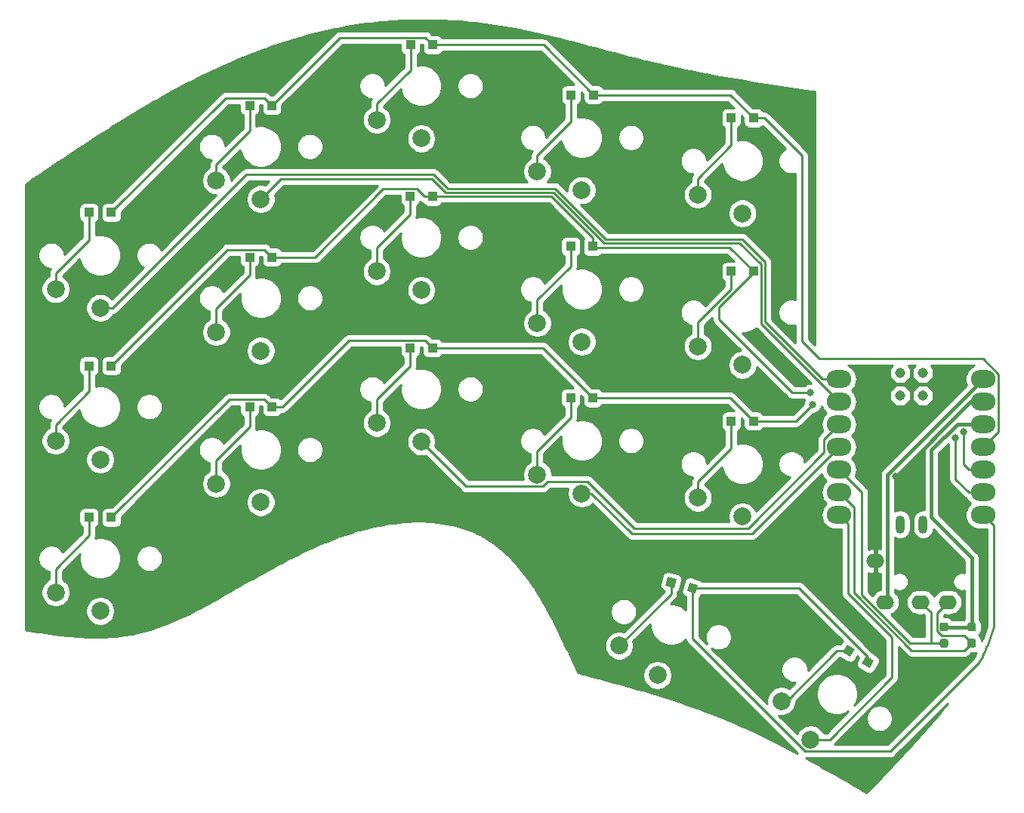
<source format=gbr>
%TF.GenerationSoftware,KiCad,Pcbnew,5.1.9*%
%TF.CreationDate,2021-04-16T22:18:37+02:00*%
%TF.ProjectId,handbrush,68616e64-6272-4757-9368-2e6b69636164,rev?*%
%TF.SameCoordinates,Original*%
%TF.FileFunction,Copper,L1,Top*%
%TF.FilePolarity,Positive*%
%FSLAX46Y46*%
G04 Gerber Fmt 4.6, Leading zero omitted, Abs format (unit mm)*
G04 Created by KiCad (PCBNEW 5.1.9) date 2021-04-16 22:18:37*
%MOMM*%
%LPD*%
G01*
G04 APERTURE LIST*
%TA.AperFunction,SMDPad,CuDef*%
%ADD10C,1.143000*%
%TD*%
%TA.AperFunction,SMDPad,CuDef*%
%ADD11O,1.016000X2.032000*%
%TD*%
%TA.AperFunction,SMDPad,CuDef*%
%ADD12O,2.748280X1.998980*%
%TD*%
%TA.AperFunction,ComponentPad*%
%ADD13C,2.000000*%
%TD*%
%TA.AperFunction,ComponentPad*%
%ADD14O,2.000000X1.600000*%
%TD*%
%TA.AperFunction,SMDPad,CuDef*%
%ADD15C,0.100000*%
%TD*%
%TA.AperFunction,SMDPad,CuDef*%
%ADD16R,1.000000X1.000000*%
%TD*%
%TA.AperFunction,ViaPad*%
%ADD17C,0.800000*%
%TD*%
%TA.AperFunction,Conductor*%
%ADD18C,0.250000*%
%TD*%
%TA.AperFunction,Conductor*%
%ADD19C,0.381000*%
%TD*%
%TA.AperFunction,Conductor*%
%ADD20C,0.254000*%
%TD*%
%TA.AperFunction,Conductor*%
%ADD21C,0.100000*%
%TD*%
G04 APERTURE END LIST*
D10*
%TO.P,U1,20*%
%TO.N,Net-(U1-Pad20)*%
X187638803Y-83335813D03*
%TO.P,U1,19*%
%TO.N,Net-(U1-Pad19)*%
X185098803Y-83335813D03*
%TO.P,U1,18*%
%TO.N,Net-(U1-Pad18)*%
X187638803Y-80795813D03*
%TO.P,U1,17*%
%TO.N,Net-(U1-Pad17)*%
X185098803Y-80795813D03*
D11*
%TO.P,U1,16*%
%TO.N,Net-(U1-Pad16)*%
X187650000Y-97800000D03*
%TO.P,U1,15*%
%TO.N,Net-(U1-Pad15)*%
X185100000Y-97800000D03*
D12*
%TO.P,U1,1*%
%TO.N,col0*%
X178233120Y-81482180D03*
%TO.P,U1,2*%
%TO.N,col1*%
X178233120Y-84022180D03*
%TO.P,U1,3*%
%TO.N,col2*%
X178233120Y-86562180D03*
%TO.P,U1,4*%
%TO.N,col3*%
X178233120Y-89102180D03*
%TO.P,U1,5*%
%TO.N,sda*%
X178233120Y-91642180D03*
%TO.P,U1,6*%
%TO.N,scl*%
X178233120Y-94182180D03*
%TO.P,U1,7*%
%TO.N,col4*%
X178233120Y-96722180D03*
%TO.P,U1,8*%
%TO.N,row3*%
X194397680Y-96722180D03*
%TO.P,U1,9*%
%TO.N,row2*%
X194397680Y-94182180D03*
%TO.P,U1,10*%
%TO.N,row1*%
X194397680Y-91642180D03*
%TO.P,U1,11*%
%TO.N,row0*%
X194397680Y-89102180D03*
%TO.P,U1,12*%
%TO.N,+3V3*%
X194397680Y-86562180D03*
%TO.P,U1,13*%
%TO.N,GND*%
X194397680Y-84022180D03*
%TO.P,U1,14*%
%TO.N,+5V*%
X194397680Y-81482180D03*
%TD*%
%TO.P,R2,2*%
%TO.N,scl*%
%TA.AperFunction,SMDPad,CuDef*%
G36*
G01*
X192882500Y-110625000D02*
X193357500Y-110625000D01*
G75*
G02*
X193595000Y-110862500I0J-237500D01*
G01*
X193595000Y-111362500D01*
G75*
G02*
X193357500Y-111600000I-237500J0D01*
G01*
X192882500Y-111600000D01*
G75*
G02*
X192645000Y-111362500I0J237500D01*
G01*
X192645000Y-110862500D01*
G75*
G02*
X192882500Y-110625000I237500J0D01*
G01*
G37*
%TD.AperFunction*%
%TO.P,R2,1*%
%TO.N,+3V3*%
%TA.AperFunction,SMDPad,CuDef*%
G36*
G01*
X192882500Y-108800000D02*
X193357500Y-108800000D01*
G75*
G02*
X193595000Y-109037500I0J-237500D01*
G01*
X193595000Y-109537500D01*
G75*
G02*
X193357500Y-109775000I-237500J0D01*
G01*
X192882500Y-109775000D01*
G75*
G02*
X192645000Y-109537500I0J237500D01*
G01*
X192645000Y-109037500D01*
G75*
G02*
X192882500Y-108800000I237500J0D01*
G01*
G37*
%TD.AperFunction*%
%TD*%
%TO.P,R1,2*%
%TO.N,sda*%
%TA.AperFunction,SMDPad,CuDef*%
G36*
G01*
X189762500Y-110625000D02*
X190237500Y-110625000D01*
G75*
G02*
X190475000Y-110862500I0J-237500D01*
G01*
X190475000Y-111362500D01*
G75*
G02*
X190237500Y-111600000I-237500J0D01*
G01*
X189762500Y-111600000D01*
G75*
G02*
X189525000Y-111362500I0J237500D01*
G01*
X189525000Y-110862500D01*
G75*
G02*
X189762500Y-110625000I237500J0D01*
G01*
G37*
%TD.AperFunction*%
%TO.P,R1,1*%
%TO.N,+3V3*%
%TA.AperFunction,SMDPad,CuDef*%
G36*
G01*
X189762500Y-108800000D02*
X190237500Y-108800000D01*
G75*
G02*
X190475000Y-109037500I0J-237500D01*
G01*
X190475000Y-109537500D01*
G75*
G02*
X190237500Y-109775000I-237500J0D01*
G01*
X189762500Y-109775000D01*
G75*
G02*
X189525000Y-109537500I0J237500D01*
G01*
X189525000Y-109037500D01*
G75*
G02*
X189762500Y-108800000I237500J0D01*
G01*
G37*
%TD.AperFunction*%
%TD*%
D13*
%TO.P,MX17,1*%
%TO.N,col4*%
X175050000Y-121909550D03*
%TO.P,MX17,2*%
%TO.N,Net-(D17-Pad2)*%
X171769873Y-117590897D03*
%TD*%
%TO.P,MX16,1*%
%TO.N,col4*%
X167400000Y-96900000D03*
%TO.P,MX16,2*%
%TO.N,Net-(D16-Pad2)*%
X162400000Y-94800000D03*
%TD*%
%TO.P,MX15,1*%
%TO.N,col4*%
X167400000Y-79900000D03*
%TO.P,MX15,2*%
%TO.N,Net-(D15-Pad2)*%
X162400000Y-77800000D03*
%TD*%
%TO.P,MX14,1*%
%TO.N,col4*%
X167400000Y-62900000D03*
%TO.P,MX14,2*%
%TO.N,Net-(D14-Pad2)*%
X162400000Y-60800000D03*
%TD*%
%TO.P,MX13,1*%
%TO.N,col3*%
X157872968Y-114698962D03*
%TO.P,MX13,2*%
%TO.N,Net-(D13-Pad2)*%
X153586858Y-111376423D03*
%TD*%
%TO.P,MX12,1*%
%TO.N,col3*%
X149400000Y-94300000D03*
%TO.P,MX12,2*%
%TO.N,Net-(D12-Pad2)*%
X144400000Y-92200000D03*
%TD*%
%TO.P,MX11,1*%
%TO.N,col3*%
X149400000Y-77300000D03*
%TO.P,MX11,2*%
%TO.N,Net-(D11-Pad2)*%
X144400000Y-75200000D03*
%TD*%
%TO.P,MX10,1*%
%TO.N,col3*%
X149400000Y-60300000D03*
%TO.P,MX10,2*%
%TO.N,Net-(D10-Pad2)*%
X144400000Y-58200000D03*
%TD*%
%TO.P,MX9,1*%
%TO.N,col2*%
X131400000Y-88500000D03*
%TO.P,MX9,2*%
%TO.N,Net-(D9-Pad2)*%
X126400000Y-86400000D03*
%TD*%
%TO.P,MX8,1*%
%TO.N,col2*%
X131400000Y-71500000D03*
%TO.P,MX8,2*%
%TO.N,Net-(D8-Pad2)*%
X126400000Y-69400000D03*
%TD*%
%TO.P,MX7,1*%
%TO.N,col2*%
X131400000Y-54500000D03*
%TO.P,MX7,2*%
%TO.N,Net-(D7-Pad2)*%
X126400000Y-52400000D03*
%TD*%
%TO.P,MX6,1*%
%TO.N,col1*%
X113400000Y-95300000D03*
%TO.P,MX6,2*%
%TO.N,Net-(D6-Pad2)*%
X108400000Y-93200000D03*
%TD*%
%TO.P,MX5,1*%
%TO.N,col1*%
X113400000Y-78300000D03*
%TO.P,MX5,2*%
%TO.N,Net-(D5-Pad2)*%
X108400000Y-76200000D03*
%TD*%
%TO.P,MX4,1*%
%TO.N,col1*%
X113400000Y-61300000D03*
%TO.P,MX4,2*%
%TO.N,Net-(D4-Pad2)*%
X108400000Y-59200000D03*
%TD*%
%TO.P,MX3,1*%
%TO.N,col0*%
X95400000Y-107500000D03*
%TO.P,MX3,2*%
%TO.N,Net-(D3-Pad2)*%
X90400000Y-105400000D03*
%TD*%
%TO.P,MX2,1*%
%TO.N,col0*%
X95400000Y-90500000D03*
%TO.P,MX2,2*%
%TO.N,Net-(D2-Pad2)*%
X90400000Y-88400000D03*
%TD*%
%TO.P,MX1,1*%
%TO.N,col0*%
X95400000Y-73500000D03*
%TO.P,MX1,2*%
%TO.N,Net-(D1-Pad2)*%
X90400000Y-71400000D03*
%TD*%
D14*
%TO.P,J1,3*%
%TO.N,sda*%
X187400000Y-106500000D03*
%TO.P,J1,4*%
%TO.N,scl*%
X190400000Y-106500000D03*
%TO.P,J1,2*%
%TO.N,+5V*%
X183400000Y-106500000D03*
%TO.P,J1,1*%
%TO.N,GND*%
X182300000Y-101900000D03*
%TD*%
%TA.AperFunction,SMDPad,CuDef*%
D15*
%TO.P,D17,2*%
%TO.N,Net-(D17-Pad2)*%
G36*
X180000481Y-111791987D02*
G01*
X179500481Y-112658013D01*
X178634455Y-112158013D01*
X179134455Y-111291987D01*
X180000481Y-111791987D01*
G37*
%TD.AperFunction*%
%TA.AperFunction,SMDPad,CuDef*%
%TO.P,D17,1*%
%TO.N,row3*%
G36*
X182165545Y-113041987D02*
G01*
X181665545Y-113908013D01*
X180799519Y-113408013D01*
X181299519Y-112541987D01*
X182165545Y-113041987D01*
G37*
%TD.AperFunction*%
%TD*%
D16*
%TO.P,D16,2*%
%TO.N,Net-(D16-Pad2)*%
X166150000Y-86200000D03*
%TO.P,D16,1*%
%TO.N,row2*%
X168650000Y-86200000D03*
%TD*%
%TO.P,D15,2*%
%TO.N,Net-(D15-Pad2)*%
X166150000Y-69400000D03*
%TO.P,D15,1*%
%TO.N,row1*%
X168650000Y-69400000D03*
%TD*%
%TO.P,D14,2*%
%TO.N,Net-(D14-Pad2)*%
X166150000Y-52200000D03*
%TO.P,D14,1*%
%TO.N,row0*%
X168650000Y-52200000D03*
%TD*%
%TA.AperFunction,SMDPad,CuDef*%
D15*
%TO.P,D13,2*%
%TO.N,Net-(D13-Pad2)*%
G36*
X160004965Y-103922923D02*
G01*
X159746146Y-104888848D01*
X158780221Y-104630029D01*
X159039040Y-103664104D01*
X160004965Y-103922923D01*
G37*
%TD.AperFunction*%
%TA.AperFunction,SMDPad,CuDef*%
%TO.P,D13,1*%
%TO.N,row3*%
G36*
X162419779Y-104569971D02*
G01*
X162160960Y-105535896D01*
X161195035Y-105277077D01*
X161453854Y-104311152D01*
X162419779Y-104569971D01*
G37*
%TD.AperFunction*%
%TD*%
D16*
%TO.P,D12,2*%
%TO.N,Net-(D12-Pad2)*%
X148150000Y-83600000D03*
%TO.P,D12,1*%
%TO.N,row2*%
X150650000Y-83600000D03*
%TD*%
%TO.P,D11,2*%
%TO.N,Net-(D11-Pad2)*%
X148150000Y-66600000D03*
%TO.P,D11,1*%
%TO.N,row1*%
X150650000Y-66600000D03*
%TD*%
%TO.P,D10,2*%
%TO.N,Net-(D10-Pad2)*%
X148200000Y-49600000D03*
%TO.P,D10,1*%
%TO.N,row0*%
X150700000Y-49600000D03*
%TD*%
%TO.P,D9,2*%
%TO.N,Net-(D9-Pad2)*%
X130150000Y-78000000D03*
%TO.P,D9,1*%
%TO.N,row2*%
X132650000Y-78000000D03*
%TD*%
%TO.P,D8,2*%
%TO.N,Net-(D8-Pad2)*%
X130150000Y-61000000D03*
%TO.P,D8,1*%
%TO.N,row1*%
X132650000Y-61000000D03*
%TD*%
%TO.P,D7,2*%
%TO.N,Net-(D7-Pad2)*%
X130200000Y-44000000D03*
%TO.P,D7,1*%
%TO.N,row0*%
X132700000Y-44000000D03*
%TD*%
%TO.P,D6,2*%
%TO.N,Net-(D6-Pad2)*%
X112150000Y-84600000D03*
%TO.P,D6,1*%
%TO.N,row2*%
X114650000Y-84600000D03*
%TD*%
%TO.P,D5,2*%
%TO.N,Net-(D5-Pad2)*%
X112150000Y-67800000D03*
%TO.P,D5,1*%
%TO.N,row1*%
X114650000Y-67800000D03*
%TD*%
%TO.P,D4,2*%
%TO.N,Net-(D4-Pad2)*%
X112150000Y-50800000D03*
%TO.P,D4,1*%
%TO.N,row0*%
X114650000Y-50800000D03*
%TD*%
%TO.P,D3,2*%
%TO.N,Net-(D3-Pad2)*%
X94150000Y-97000000D03*
%TO.P,D3,1*%
%TO.N,row2*%
X96650000Y-97000000D03*
%TD*%
%TO.P,D2,2*%
%TO.N,Net-(D2-Pad2)*%
X94150000Y-80000000D03*
%TO.P,D2,1*%
%TO.N,row1*%
X96650000Y-80000000D03*
%TD*%
%TO.P,D1,2*%
%TO.N,Net-(D1-Pad2)*%
X94150000Y-62800000D03*
%TO.P,D1,1*%
%TO.N,row0*%
X96650000Y-62800000D03*
%TD*%
D17*
%TO.N,row1*%
X175000000Y-82999998D03*
X192200000Y-87399994D03*
%TO.N,row2*%
X175287348Y-84312652D03*
X191305562Y-88047219D03*
%TO.N,GND*%
X184600000Y-92400000D03*
X174000000Y-101600000D03*
X160000000Y-87200000D03*
X171000000Y-108400000D03*
X162200000Y-51400000D03*
X143600000Y-46800000D03*
X190600000Y-93400000D03*
X181600000Y-124600000D03*
X172200000Y-80200000D03*
X186600000Y-114600000D03*
%TD*%
D18*
%TO.N,Net-(D1-Pad2)*%
X94150000Y-65852998D02*
X94150000Y-62800000D01*
X90400000Y-69602998D02*
X94150000Y-65852998D01*
X90400000Y-71400000D02*
X90400000Y-69602998D01*
%TO.N,row0*%
X109475001Y-49974999D02*
X96650000Y-62800000D01*
X113824999Y-49974999D02*
X109475001Y-49974999D01*
X114650000Y-50800000D02*
X113824999Y-49974999D01*
X122275001Y-43174999D02*
X114650000Y-50800000D01*
X131874999Y-43174999D02*
X122275001Y-43174999D01*
X132700000Y-44000000D02*
X131874999Y-43174999D01*
X145100000Y-44000000D02*
X132700000Y-44000000D01*
X150700000Y-49600000D02*
X145100000Y-44000000D01*
X166050000Y-49600000D02*
X150700000Y-49600000D01*
X168650000Y-52200000D02*
X166050000Y-49600000D01*
X194379953Y-79216678D02*
X176016678Y-79216678D01*
X196096830Y-80933555D02*
X194379953Y-79216678D01*
X196096830Y-87403030D02*
X196096830Y-80933555D01*
X194397680Y-89102180D02*
X196096830Y-87403030D01*
X169839002Y-52200000D02*
X168650000Y-52200000D01*
X174075001Y-56435999D02*
X169839002Y-52200000D01*
X174075001Y-77275001D02*
X174075001Y-56435999D01*
X176016678Y-79216678D02*
X174075001Y-77275001D01*
%TO.N,Net-(D2-Pad2)*%
X90400000Y-86602998D02*
X94150000Y-82852998D01*
X94150000Y-82852998D02*
X94150000Y-80000000D01*
X90400000Y-88400000D02*
X90400000Y-86602998D01*
%TO.N,row1*%
X113824999Y-66974999D02*
X109675001Y-66974999D01*
X109675001Y-66974999D02*
X96650000Y-80000000D01*
X114650000Y-67800000D02*
X113824999Y-66974999D01*
X168650000Y-69550000D02*
X164800000Y-73400000D01*
X168650000Y-69400000D02*
X168650000Y-69550000D01*
X164800000Y-73400000D02*
X164800000Y-74798501D01*
X164800000Y-74798501D02*
X173001497Y-82999998D01*
X173001497Y-82999998D02*
X175000000Y-82999998D01*
X165950022Y-66700022D02*
X168650000Y-69400000D01*
X150750022Y-66700022D02*
X165950022Y-66700022D01*
X150650000Y-66600000D02*
X150750022Y-66700022D01*
X146000000Y-61000000D02*
X150650000Y-65650000D01*
X132650000Y-61000000D02*
X146000000Y-61000000D01*
X150650000Y-65650000D02*
X150650000Y-66600000D01*
X194397680Y-91642180D02*
X192773540Y-91642180D01*
X192773540Y-91642180D02*
X192200000Y-91068640D01*
X192200000Y-91068640D02*
X192200000Y-87399994D01*
X115400000Y-67800000D02*
X114650000Y-67800000D01*
X127125001Y-60174999D02*
X119500000Y-67800000D01*
X130910001Y-60174999D02*
X127125001Y-60174999D01*
X119500000Y-67800000D02*
X115400000Y-67800000D01*
X131735002Y-61000000D02*
X130910001Y-60174999D01*
X132650000Y-61000000D02*
X131735002Y-61000000D01*
%TO.N,Net-(D3-Pad2)*%
X94150000Y-99025001D02*
X94150000Y-97000000D01*
X90400000Y-102775001D02*
X94150000Y-99025001D01*
X90400000Y-105400000D02*
X90400000Y-102775001D01*
%TO.N,row2*%
X113824999Y-83774999D02*
X114650000Y-84600000D01*
X109875001Y-83774999D02*
X113824999Y-83774999D01*
X96650000Y-97000000D02*
X109875001Y-83774999D01*
X131824999Y-77174999D02*
X132650000Y-78000000D01*
X115839002Y-84600000D02*
X123264003Y-77174999D01*
X123264003Y-77174999D02*
X131824999Y-77174999D01*
X114650000Y-84600000D02*
X115839002Y-84600000D01*
X145050000Y-78000000D02*
X150650000Y-83600000D01*
X132650000Y-78000000D02*
X145050000Y-78000000D01*
X166050000Y-83600000D02*
X168650000Y-86200000D01*
X150650000Y-83600000D02*
X166050000Y-83600000D01*
X173400000Y-86200000D02*
X168650000Y-86200000D01*
X175287348Y-84312652D02*
X173400000Y-86200000D01*
X192773540Y-94182180D02*
X191305562Y-92714202D01*
X194397680Y-94182180D02*
X192773540Y-94182180D01*
X191305562Y-92714202D02*
X191305562Y-88047219D01*
%TO.N,Net-(D4-Pad2)*%
X112150000Y-53652998D02*
X112150000Y-50800000D01*
X108400000Y-57402998D02*
X112150000Y-53652998D01*
X108400000Y-59200000D02*
X108400000Y-57402998D01*
%TO.N,Net-(D5-Pad2)*%
X112150000Y-69825001D02*
X112150000Y-67800000D01*
X108400000Y-73575001D02*
X112150000Y-69825001D01*
X108400000Y-76200000D02*
X108400000Y-73575001D01*
%TO.N,Net-(D6-Pad2)*%
X108400000Y-90575001D02*
X112150000Y-86825001D01*
X112150000Y-86825001D02*
X112150000Y-84600000D01*
X108400000Y-93200000D02*
X108400000Y-90575001D01*
%TO.N,Net-(D7-Pad2)*%
X130200000Y-46802998D02*
X130200000Y-44000000D01*
X126400000Y-50602998D02*
X130200000Y-46802998D01*
X126400000Y-52400000D02*
X126400000Y-50602998D01*
%TO.N,Net-(D8-Pad2)*%
X130150000Y-63025001D02*
X130150000Y-61000000D01*
X126400000Y-66775001D02*
X130150000Y-63025001D01*
X126400000Y-69400000D02*
X126400000Y-66775001D01*
%TO.N,Net-(D9-Pad2)*%
X130150000Y-80025001D02*
X130150000Y-78000000D01*
X126400000Y-83775001D02*
X130150000Y-80025001D01*
X126400000Y-86400000D02*
X126400000Y-83775001D01*
%TO.N,Net-(D10-Pad2)*%
X148200000Y-52602998D02*
X148200000Y-49600000D01*
X144400000Y-56402998D02*
X148200000Y-52602998D01*
X144400000Y-58200000D02*
X144400000Y-56402998D01*
%TO.N,Net-(D11-Pad2)*%
X148150000Y-68825001D02*
X148150000Y-66600000D01*
X144400000Y-72575001D02*
X148150000Y-68825001D01*
X144400000Y-75200000D02*
X144400000Y-72575001D01*
%TO.N,Net-(D12-Pad2)*%
X144400000Y-92200000D02*
X144400000Y-89575001D01*
X144400000Y-89575001D02*
X148150000Y-85825001D01*
X148150000Y-85825001D02*
X148150000Y-83600000D01*
%TO.N,Net-(D13-Pad2)*%
X159392593Y-105570688D02*
X159392593Y-104276476D01*
X153586858Y-111376423D02*
X159392593Y-105570688D01*
%TO.N,row3*%
X173758406Y-104923524D02*
X161807407Y-104923524D01*
X181482532Y-112647650D02*
X173758406Y-104923524D01*
X181482532Y-113225000D02*
X181482532Y-112647650D01*
X161807407Y-110627959D02*
X161807407Y-104923524D01*
X174413999Y-123234551D02*
X161807407Y-110627959D01*
X193944206Y-113255796D02*
X183965449Y-123234551D01*
X194137941Y-112886089D02*
X193991245Y-113168454D01*
X194410042Y-112332706D02*
X194277443Y-112607540D01*
X193991245Y-113168454D02*
X193944206Y-113255796D01*
X194536036Y-112061480D02*
X194410042Y-112332706D01*
X194655855Y-111793471D02*
X194536036Y-112061480D01*
X183965449Y-123234551D02*
X174413999Y-123234551D01*
X194397680Y-96722180D02*
X195600000Y-97924500D01*
X194277443Y-112607540D02*
X194137941Y-112886089D01*
X195600000Y-97924500D02*
X195600000Y-109204817D01*
X195263000Y-110243889D02*
X195173422Y-110496228D01*
X195600000Y-109204817D02*
X195586116Y-109251030D01*
X195586116Y-109251030D02*
X195509994Y-109497045D01*
X195509994Y-109497045D02*
X195430922Y-109744602D01*
X195430922Y-109744602D02*
X195348751Y-109993329D01*
X195348751Y-109993329D02*
X195263000Y-110243889D01*
X195173422Y-110496228D02*
X195079630Y-110750713D01*
X195079630Y-110750713D02*
X194981333Y-111007419D01*
X194981333Y-111007419D02*
X194878131Y-111266726D01*
X194878131Y-111266726D02*
X194769752Y-111528671D01*
X194769752Y-111528671D02*
X194655855Y-111793471D01*
%TO.N,Net-(D14-Pad2)*%
X166150000Y-55252998D02*
X166150000Y-52200000D01*
X162400000Y-59002998D02*
X166150000Y-55252998D01*
X162400000Y-60800000D02*
X162400000Y-59002998D01*
%TO.N,Net-(D15-Pad2)*%
X162400000Y-77800000D02*
X162400000Y-75163590D01*
X162400000Y-75163590D02*
X166150000Y-71413590D01*
X166150000Y-71413590D02*
X166150000Y-69400000D01*
%TO.N,Net-(D16-Pad2)*%
X166150000Y-89252998D02*
X166150000Y-86200000D01*
X162400000Y-93002998D02*
X166150000Y-89252998D01*
X162400000Y-94800000D02*
X162400000Y-93002998D01*
%TO.N,Net-(D17-Pad2)*%
X177985000Y-111975000D02*
X179317468Y-111975000D01*
X172369103Y-117590897D02*
X177985000Y-111975000D01*
X171769873Y-117590897D02*
X172369103Y-117590897D01*
%TO.N,sda*%
X190000000Y-111112500D02*
X186221496Y-111112500D01*
X188570000Y-107670000D02*
X187400000Y-106500000D01*
X188570000Y-111112500D02*
X188570000Y-107670000D01*
X186221496Y-111112500D02*
X188570000Y-111112500D01*
X180800000Y-105691004D02*
X180800000Y-94209060D01*
X186221496Y-111112500D02*
X180800000Y-105691004D01*
X180800000Y-94209060D02*
X178233120Y-91642180D01*
%TO.N,scl*%
X189199990Y-109770500D02*
X189199990Y-107700010D01*
X189199990Y-107700010D02*
X190400000Y-106500000D01*
X189729480Y-110299990D02*
X189199990Y-109770500D01*
X192307490Y-110299990D02*
X189729480Y-110299990D01*
X193120000Y-111112500D02*
X192307490Y-110299990D01*
X179932270Y-105459684D02*
X186397596Y-111925010D01*
X192307490Y-111925010D02*
X193120000Y-111112500D01*
X186397596Y-111925010D02*
X192307490Y-111925010D01*
X178233120Y-94182180D02*
X179932270Y-95881330D01*
X179932270Y-95881330D02*
X179932270Y-105459684D01*
D19*
%TO.N,+5V*%
X183690510Y-92189350D02*
X183690510Y-106209490D01*
X183690510Y-106209490D02*
X183400000Y-106500000D01*
X194397680Y-81482180D02*
X183690510Y-92189350D01*
%TO.N,GND*%
X192975616Y-84022180D02*
X184539403Y-92458393D01*
X194397680Y-84022180D02*
X192975616Y-84022180D01*
D18*
%TO.N,col0*%
X178233120Y-81482180D02*
X178233120Y-81433120D01*
X96814213Y-73500000D02*
X95400000Y-73500000D01*
X132786400Y-58549989D02*
X111764224Y-58549989D01*
X134336388Y-60099978D02*
X132786400Y-58549989D01*
X146372800Y-60099978D02*
X134336388Y-60099978D01*
X152072822Y-65800000D02*
X146372800Y-60099978D01*
X167400000Y-65800000D02*
X152072822Y-65800000D01*
X169925012Y-75077662D02*
X169925012Y-68325012D01*
X111764224Y-58549989D02*
X96814213Y-73500000D01*
X169925012Y-68325012D02*
X167400000Y-65800000D01*
X176329530Y-81482180D02*
X169925012Y-75077662D01*
X178233120Y-81482180D02*
X176329530Y-81482180D01*
%TO.N,col1*%
X169475001Y-68639999D02*
X167085013Y-66250011D01*
X132600000Y-59000000D02*
X115700000Y-59000000D01*
X169475001Y-75264061D02*
X169475001Y-68639999D01*
X167085013Y-66250011D02*
X151886422Y-66250011D01*
X115700000Y-59000000D02*
X114399999Y-60300001D01*
X146186400Y-60549989D02*
X134149988Y-60549989D01*
X178233120Y-84022180D02*
X169475001Y-75264061D01*
X151886422Y-66250011D02*
X146186400Y-60549989D01*
X114399999Y-60300001D02*
X113400000Y-61300000D01*
X134149988Y-60549989D02*
X132600000Y-59000000D01*
%TO.N,col2*%
X136425001Y-93525001D02*
X131400000Y-88500000D01*
X145586003Y-92974999D02*
X145036001Y-93525001D01*
X150036001Y-92974999D02*
X145586003Y-92974999D01*
X155286003Y-98225001D02*
X150036001Y-92974999D01*
X168036001Y-98225001D02*
X155286003Y-98225001D01*
X145036001Y-93525001D02*
X136425001Y-93525001D01*
X176533970Y-89727032D02*
X168036001Y-98225001D01*
X176533970Y-88261330D02*
X176533970Y-89727032D01*
X178233120Y-86562180D02*
X176533970Y-88261330D01*
%TO.N,col3*%
X150500000Y-94300000D02*
X149400000Y-94300000D01*
X155000000Y-98800000D02*
X150500000Y-94300000D01*
X168535300Y-98800000D02*
X155000000Y-98800000D01*
X178233120Y-89102180D02*
X168535300Y-98800000D01*
%TO.N,col4*%
X177200450Y-121909550D02*
X175050000Y-121909550D01*
X184160000Y-114950000D02*
X177200450Y-121909550D01*
X179240000Y-105530000D02*
X184160000Y-110450000D01*
X179240000Y-97729060D02*
X179240000Y-105530000D01*
X184160000Y-110450000D02*
X184160000Y-114950000D01*
X178233120Y-96722180D02*
X179240000Y-97729060D01*
%TO.N,+3V3*%
X194397680Y-86562180D02*
X194397680Y-86597680D01*
D19*
X190000000Y-109287500D02*
X193120000Y-109287500D01*
X191492470Y-86562180D02*
X194397680Y-86562180D01*
X188600000Y-97000000D02*
X188600000Y-89454650D01*
X193120000Y-109287500D02*
X193120000Y-101520000D01*
X188600000Y-89454650D02*
X191492470Y-86562180D01*
X193120000Y-101520000D02*
X188600000Y-97000000D01*
%TD*%
D20*
%TO.N,GND*%
X190171541Y-118164092D02*
X189868355Y-118531221D01*
X189556842Y-118903045D01*
X189237544Y-119279122D01*
X188910531Y-119659573D01*
X188576473Y-120043822D01*
X188235563Y-120431849D01*
X187888096Y-120823512D01*
X187534462Y-121218566D01*
X187174935Y-121616895D01*
X186809953Y-122018199D01*
X186439847Y-122422302D01*
X186065010Y-122828961D01*
X185685544Y-123238245D01*
X185302201Y-123649527D01*
X184914828Y-124063150D01*
X184524076Y-124478591D01*
X184130244Y-124895712D01*
X183733539Y-125314468D01*
X183334337Y-125734633D01*
X182932961Y-126156046D01*
X182529924Y-126578335D01*
X182125543Y-127001344D01*
X182125539Y-127001349D01*
X181720314Y-127424726D01*
X181720261Y-127424780D01*
X181313900Y-127849001D01*
X181307689Y-127855482D01*
X180829507Y-127576927D01*
X180829492Y-127576920D01*
X180829184Y-127576738D01*
X180339932Y-127292069D01*
X180339903Y-127292056D01*
X180339446Y-127291786D01*
X179850033Y-127007525D01*
X179849991Y-127007506D01*
X179849385Y-127007149D01*
X179359761Y-126723431D01*
X179359708Y-126723407D01*
X179358947Y-126722960D01*
X178869056Y-126439924D01*
X178868995Y-126439896D01*
X178868080Y-126439361D01*
X178377869Y-126157141D01*
X178377794Y-126157107D01*
X178376728Y-126156486D01*
X177886146Y-125875219D01*
X177886063Y-125875182D01*
X177884841Y-125874473D01*
X177393833Y-125594295D01*
X177393751Y-125594258D01*
X177392362Y-125593457D01*
X176900876Y-125314505D01*
X176900776Y-125314461D01*
X176899237Y-125313578D01*
X176407220Y-125035988D01*
X176407118Y-125035943D01*
X176405416Y-125034973D01*
X175912816Y-124758881D01*
X175912708Y-124758834D01*
X175910840Y-124757777D01*
X175417604Y-124483319D01*
X175417481Y-124483266D01*
X175415458Y-124482130D01*
X174921531Y-124209443D01*
X174921405Y-124209389D01*
X174919215Y-124208170D01*
X174528969Y-123994551D01*
X183928126Y-123994551D01*
X183965449Y-123998227D01*
X184002771Y-123994551D01*
X184002782Y-123994551D01*
X184114435Y-123983554D01*
X184257696Y-123940097D01*
X184389725Y-123869525D01*
X184505450Y-123774552D01*
X184529253Y-123745548D01*
X190436099Y-117838704D01*
X190171541Y-118164092D01*
%TA.AperFunction,Conductor*%
D21*
G36*
X190171541Y-118164092D02*
G01*
X189868355Y-118531221D01*
X189556842Y-118903045D01*
X189237544Y-119279122D01*
X188910531Y-119659573D01*
X188576473Y-120043822D01*
X188235563Y-120431849D01*
X187888096Y-120823512D01*
X187534462Y-121218566D01*
X187174935Y-121616895D01*
X186809953Y-122018199D01*
X186439847Y-122422302D01*
X186065010Y-122828961D01*
X185685544Y-123238245D01*
X185302201Y-123649527D01*
X184914828Y-124063150D01*
X184524076Y-124478591D01*
X184130244Y-124895712D01*
X183733539Y-125314468D01*
X183334337Y-125734633D01*
X182932961Y-126156046D01*
X182529924Y-126578335D01*
X182125543Y-127001344D01*
X182125539Y-127001349D01*
X181720314Y-127424726D01*
X181720261Y-127424780D01*
X181313900Y-127849001D01*
X181307689Y-127855482D01*
X180829507Y-127576927D01*
X180829492Y-127576920D01*
X180829184Y-127576738D01*
X180339932Y-127292069D01*
X180339903Y-127292056D01*
X180339446Y-127291786D01*
X179850033Y-127007525D01*
X179849991Y-127007506D01*
X179849385Y-127007149D01*
X179359761Y-126723431D01*
X179359708Y-126723407D01*
X179358947Y-126722960D01*
X178869056Y-126439924D01*
X178868995Y-126439896D01*
X178868080Y-126439361D01*
X178377869Y-126157141D01*
X178377794Y-126157107D01*
X178376728Y-126156486D01*
X177886146Y-125875219D01*
X177886063Y-125875182D01*
X177884841Y-125874473D01*
X177393833Y-125594295D01*
X177393751Y-125594258D01*
X177392362Y-125593457D01*
X176900876Y-125314505D01*
X176900776Y-125314461D01*
X176899237Y-125313578D01*
X176407220Y-125035988D01*
X176407118Y-125035943D01*
X176405416Y-125034973D01*
X175912816Y-124758881D01*
X175912708Y-124758834D01*
X175910840Y-124757777D01*
X175417604Y-124483319D01*
X175417481Y-124483266D01*
X175415458Y-124482130D01*
X174921531Y-124209443D01*
X174921405Y-124209389D01*
X174919215Y-124208170D01*
X174528969Y-123994551D01*
X183928126Y-123994551D01*
X183965449Y-123998227D01*
X184002771Y-123994551D01*
X184002782Y-123994551D01*
X184114435Y-123983554D01*
X184257696Y-123940097D01*
X184389725Y-123869525D01*
X184505450Y-123774552D01*
X184529253Y-123745548D01*
X190436099Y-117838704D01*
X190171541Y-118164092D01*
G37*
%TD.AperFunction*%
D20*
X132406378Y-41221712D02*
X132960988Y-41232927D01*
X133515604Y-41250118D01*
X134070220Y-41273253D01*
X134625060Y-41302315D01*
X135179811Y-41337258D01*
X135734618Y-41378062D01*
X136289634Y-41424708D01*
X136844523Y-41477142D01*
X137399553Y-41535357D01*
X137954753Y-41599330D01*
X138509815Y-41668995D01*
X139065117Y-41744371D01*
X139620441Y-41825402D01*
X140175800Y-41912059D01*
X140731449Y-42004313D01*
X141287427Y-42101948D01*
X141843691Y-42204689D01*
X142400562Y-42312332D01*
X142957569Y-42424522D01*
X143515042Y-42541056D01*
X144072887Y-42661650D01*
X144630862Y-42785982D01*
X145189532Y-42913913D01*
X145748320Y-43045041D01*
X146307659Y-43179198D01*
X146867085Y-43316005D01*
X147427012Y-43455293D01*
X147987123Y-43596709D01*
X148547328Y-43739961D01*
X149108824Y-43885086D01*
X149669387Y-44031234D01*
X150230985Y-44178647D01*
X150793219Y-44326947D01*
X150793225Y-44326948D01*
X151354912Y-44475549D01*
X151355002Y-44475574D01*
X151917513Y-44624566D01*
X151917524Y-44624568D01*
X151917635Y-44624598D01*
X152480146Y-44773487D01*
X152480179Y-44773492D01*
X152480590Y-44773604D01*
X153043100Y-44922116D01*
X153043150Y-44922124D01*
X153043871Y-44922319D01*
X153606378Y-45070178D01*
X153606447Y-45070189D01*
X153607474Y-45070465D01*
X154169981Y-45217398D01*
X154170062Y-45217411D01*
X154171402Y-45217768D01*
X154733907Y-45363500D01*
X154734010Y-45363516D01*
X154735658Y-45363951D01*
X155298161Y-45508208D01*
X155298279Y-45508226D01*
X155300241Y-45508738D01*
X155862744Y-45651244D01*
X155862877Y-45651264D01*
X155865155Y-45651850D01*
X156427656Y-45792332D01*
X156427795Y-45792353D01*
X156430404Y-45793013D01*
X156992903Y-45931195D01*
X156993053Y-45931217D01*
X156995988Y-45931946D01*
X157558484Y-46067554D01*
X157558648Y-46067577D01*
X157561909Y-46068371D01*
X158124406Y-46201132D01*
X158124578Y-46201155D01*
X158128100Y-46201993D01*
X158690592Y-46331692D01*
X158690759Y-46331714D01*
X158694256Y-46332527D01*
X159256747Y-46459201D01*
X159256910Y-46459221D01*
X159260303Y-46459993D01*
X159822789Y-46583740D01*
X159822956Y-46583760D01*
X159826240Y-46584490D01*
X160388723Y-46705406D01*
X160388881Y-46705424D01*
X160392064Y-46706116D01*
X160954545Y-46824300D01*
X160954703Y-46824317D01*
X160957776Y-46824971D01*
X161520254Y-46940520D01*
X161520406Y-46940536D01*
X161523374Y-46941154D01*
X162085848Y-47054165D01*
X162085994Y-47054180D01*
X162088855Y-47054763D01*
X162651326Y-47165335D01*
X162651472Y-47165349D01*
X162654220Y-47165898D01*
X163216688Y-47274128D01*
X163216836Y-47274142D01*
X163219469Y-47274657D01*
X163781934Y-47380642D01*
X163782073Y-47380654D01*
X163784600Y-47381139D01*
X164347063Y-47484976D01*
X164347194Y-47484987D01*
X164349611Y-47485442D01*
X164912071Y-47587231D01*
X164912202Y-47587242D01*
X164914505Y-47587667D01*
X165476963Y-47687503D01*
X165477087Y-47687513D01*
X165479277Y-47687910D01*
X166041733Y-47785892D01*
X166041852Y-47785901D01*
X166043928Y-47786271D01*
X166606381Y-47882497D01*
X166606492Y-47882505D01*
X166608459Y-47882850D01*
X167170909Y-47977415D01*
X167171014Y-47977422D01*
X167172867Y-47977742D01*
X167735316Y-48070747D01*
X167735425Y-48070754D01*
X167737154Y-48071048D01*
X168299600Y-48162589D01*
X168299693Y-48162595D01*
X168301317Y-48162867D01*
X168863761Y-48253042D01*
X168863856Y-48253048D01*
X168865358Y-48253296D01*
X169427800Y-48342202D01*
X169427887Y-48342207D01*
X169429277Y-48342434D01*
X169991717Y-48430168D01*
X169991794Y-48430172D01*
X169993069Y-48430378D01*
X170555507Y-48517039D01*
X170555588Y-48517043D01*
X170556739Y-48517227D01*
X171119176Y-48602912D01*
X171119244Y-48602916D01*
X171120285Y-48603080D01*
X171682720Y-48687887D01*
X171682781Y-48687890D01*
X171683706Y-48688035D01*
X172246139Y-48772061D01*
X172246190Y-48772064D01*
X172247004Y-48772190D01*
X172809436Y-48855532D01*
X172809485Y-48855534D01*
X172810176Y-48855641D01*
X173372606Y-48938398D01*
X173372641Y-48938400D01*
X173373223Y-48938489D01*
X173935652Y-49020758D01*
X173935686Y-49020760D01*
X173936147Y-49020830D01*
X174498574Y-49102708D01*
X174498597Y-49102709D01*
X174498945Y-49102762D01*
X175061373Y-49184347D01*
X175061386Y-49184348D01*
X175061619Y-49184383D01*
X175556737Y-49256033D01*
X175556738Y-77394044D01*
X175556839Y-77395069D01*
X175557364Y-77577067D01*
X175557507Y-77578484D01*
X175557378Y-77579899D01*
X175557518Y-77590160D01*
X175559475Y-77684673D01*
X174835001Y-76960200D01*
X174835001Y-56473321D01*
X174838677Y-56435998D01*
X174835001Y-56398675D01*
X174835001Y-56398666D01*
X174824004Y-56287013D01*
X174780547Y-56143752D01*
X174709975Y-56011723D01*
X174615002Y-55895998D01*
X174586004Y-55872200D01*
X170402806Y-51689003D01*
X170379003Y-51659999D01*
X170263278Y-51565026D01*
X170131249Y-51494454D01*
X169987988Y-51450997D01*
X169876335Y-51440000D01*
X169876324Y-51440000D01*
X169839002Y-51436324D01*
X169801680Y-51440000D01*
X169731046Y-51440000D01*
X169680537Y-51345506D01*
X169601185Y-51248815D01*
X169504494Y-51169463D01*
X169394180Y-51110498D01*
X169274482Y-51074188D01*
X169150000Y-51061928D01*
X168586730Y-51061928D01*
X166613804Y-49089003D01*
X166590001Y-49059999D01*
X166474276Y-48965026D01*
X166342247Y-48894454D01*
X166198986Y-48850997D01*
X166087333Y-48840000D01*
X166087322Y-48840000D01*
X166050000Y-48836324D01*
X166012678Y-48840000D01*
X151781046Y-48840000D01*
X151730537Y-48745506D01*
X151651185Y-48648815D01*
X151554494Y-48569463D01*
X151444180Y-48510498D01*
X151324482Y-48474188D01*
X151200000Y-48461928D01*
X150636730Y-48461928D01*
X145663804Y-43489003D01*
X145640001Y-43459999D01*
X145524276Y-43365026D01*
X145392247Y-43294454D01*
X145248986Y-43250997D01*
X145137333Y-43240000D01*
X145137322Y-43240000D01*
X145100000Y-43236324D01*
X145062678Y-43240000D01*
X133781046Y-43240000D01*
X133730537Y-43145506D01*
X133651185Y-43048815D01*
X133554494Y-42969463D01*
X133444180Y-42910498D01*
X133324482Y-42874188D01*
X133200000Y-42861928D01*
X132636729Y-42861928D01*
X132438802Y-42664001D01*
X132415000Y-42634998D01*
X132299275Y-42540025D01*
X132167246Y-42469453D01*
X132023985Y-42425996D01*
X131912332Y-42414999D01*
X131912321Y-42414999D01*
X131874999Y-42411323D01*
X131837677Y-42414999D01*
X122312324Y-42414999D01*
X122275001Y-42411323D01*
X122237678Y-42414999D01*
X122237668Y-42414999D01*
X122126015Y-42425996D01*
X121982754Y-42469453D01*
X121850725Y-42540025D01*
X121735000Y-42634998D01*
X121711202Y-42663996D01*
X114713271Y-49661928D01*
X114586729Y-49661928D01*
X114388802Y-49464001D01*
X114365000Y-49434998D01*
X114249275Y-49340025D01*
X114117246Y-49269453D01*
X113973985Y-49225996D01*
X113862332Y-49214999D01*
X113862321Y-49214999D01*
X113824999Y-49211323D01*
X113787677Y-49214999D01*
X109512323Y-49214999D01*
X109475000Y-49211323D01*
X109437677Y-49214999D01*
X109437668Y-49214999D01*
X109326015Y-49225996D01*
X109182754Y-49269453D01*
X109050725Y-49340025D01*
X108935000Y-49434998D01*
X108911202Y-49463996D01*
X96713271Y-61661928D01*
X96150000Y-61661928D01*
X96025518Y-61674188D01*
X95905820Y-61710498D01*
X95795506Y-61769463D01*
X95698815Y-61848815D01*
X95619463Y-61945506D01*
X95560498Y-62055820D01*
X95524188Y-62175518D01*
X95511928Y-62300000D01*
X95511928Y-63300000D01*
X95524188Y-63424482D01*
X95560498Y-63544180D01*
X95619463Y-63654494D01*
X95698815Y-63751185D01*
X95795506Y-63830537D01*
X95905820Y-63889502D01*
X96025518Y-63925812D01*
X96150000Y-63938072D01*
X97150000Y-63938072D01*
X97274482Y-63925812D01*
X97394180Y-63889502D01*
X97504494Y-63830537D01*
X97601185Y-63751185D01*
X97680537Y-63654494D01*
X97739502Y-63544180D01*
X97775812Y-63424482D01*
X97788072Y-63300000D01*
X97788072Y-62736729D01*
X109789803Y-50734999D01*
X111011928Y-50734999D01*
X111011928Y-51300000D01*
X111024188Y-51424482D01*
X111060498Y-51544180D01*
X111119463Y-51654494D01*
X111198815Y-51751185D01*
X111295506Y-51830537D01*
X111390001Y-51881046D01*
X111390000Y-53338196D01*
X109385000Y-55343197D01*
X109385000Y-55253740D01*
X109327932Y-54966842D01*
X109215990Y-54696589D01*
X109053475Y-54453368D01*
X108846632Y-54246525D01*
X108603411Y-54084010D01*
X108333158Y-53972068D01*
X108046260Y-53915000D01*
X107753740Y-53915000D01*
X107466842Y-53972068D01*
X107196589Y-54084010D01*
X106953368Y-54246525D01*
X106746525Y-54453368D01*
X106584010Y-54696589D01*
X106472068Y-54966842D01*
X106415000Y-55253740D01*
X106415000Y-55546260D01*
X106472068Y-55833158D01*
X106584010Y-56103411D01*
X106746525Y-56346632D01*
X106953368Y-56553475D01*
X107196589Y-56715990D01*
X107466842Y-56827932D01*
X107753740Y-56885000D01*
X107841943Y-56885000D01*
X107836202Y-56891995D01*
X107836201Y-56891996D01*
X107765026Y-56978722D01*
X107694454Y-57110752D01*
X107676312Y-57170560D01*
X107650998Y-57254012D01*
X107642230Y-57343030D01*
X107636324Y-57402998D01*
X107640001Y-57440330D01*
X107640001Y-57745091D01*
X107625537Y-57751082D01*
X107357748Y-57930013D01*
X107130013Y-58157748D01*
X106951082Y-58425537D01*
X106827832Y-58723088D01*
X106765000Y-59038967D01*
X106765000Y-59361033D01*
X106827832Y-59676912D01*
X106951082Y-59974463D01*
X107130013Y-60242252D01*
X107357748Y-60469987D01*
X107625537Y-60648918D01*
X107923088Y-60772168D01*
X108238967Y-60835000D01*
X108404411Y-60835000D01*
X102253138Y-66986273D01*
X102215990Y-66896589D01*
X102053475Y-66653368D01*
X101846632Y-66446525D01*
X101603411Y-66284010D01*
X101333158Y-66172068D01*
X101046260Y-66115000D01*
X100753740Y-66115000D01*
X100466842Y-66172068D01*
X100196589Y-66284010D01*
X99953368Y-66446525D01*
X99746525Y-66653368D01*
X99584010Y-66896589D01*
X99472068Y-67166842D01*
X99415000Y-67453740D01*
X99415000Y-67746260D01*
X99472068Y-68033158D01*
X99584010Y-68303411D01*
X99746525Y-68546632D01*
X99953368Y-68753475D01*
X100196589Y-68915990D01*
X100286273Y-68953138D01*
X96714719Y-72524693D01*
X96669987Y-72457748D01*
X96442252Y-72230013D01*
X96174463Y-72051082D01*
X95876912Y-71927832D01*
X95561033Y-71865000D01*
X95238967Y-71865000D01*
X94923088Y-71927832D01*
X94625537Y-72051082D01*
X94357748Y-72230013D01*
X94130013Y-72457748D01*
X93951082Y-72725537D01*
X93827832Y-73023088D01*
X93765000Y-73338967D01*
X93765000Y-73661033D01*
X93827832Y-73976912D01*
X93951082Y-74274463D01*
X94130013Y-74542252D01*
X94357748Y-74769987D01*
X94625537Y-74948918D01*
X94923088Y-75072168D01*
X95238967Y-75135000D01*
X95561033Y-75135000D01*
X95876912Y-75072168D01*
X96174463Y-74948918D01*
X96442252Y-74769987D01*
X96669987Y-74542252D01*
X96848918Y-74274463D01*
X96855052Y-74259655D01*
X96963199Y-74249003D01*
X97106460Y-74205546D01*
X97238489Y-74134974D01*
X97354214Y-74040001D01*
X97378017Y-74010997D01*
X112079026Y-59309989D01*
X114315210Y-59309989D01*
X113891376Y-59733823D01*
X113876912Y-59727832D01*
X113561033Y-59665000D01*
X113238967Y-59665000D01*
X112923088Y-59727832D01*
X112625537Y-59851082D01*
X112357748Y-60030013D01*
X112130013Y-60257748D01*
X111951082Y-60525537D01*
X111827832Y-60823088D01*
X111765000Y-61138967D01*
X111765000Y-61461033D01*
X111827832Y-61776912D01*
X111951082Y-62074463D01*
X112130013Y-62342252D01*
X112357748Y-62569987D01*
X112625537Y-62748918D01*
X112923088Y-62872168D01*
X113238967Y-62935000D01*
X113561033Y-62935000D01*
X113876912Y-62872168D01*
X114174463Y-62748918D01*
X114442252Y-62569987D01*
X114669987Y-62342252D01*
X114848918Y-62074463D01*
X114972168Y-61776912D01*
X115035000Y-61461033D01*
X115035000Y-61138967D01*
X114972168Y-60823088D01*
X114966177Y-60808624D01*
X116014802Y-59760000D01*
X126465198Y-59760000D01*
X119185199Y-67040000D01*
X115731046Y-67040000D01*
X115680537Y-66945506D01*
X115601185Y-66848815D01*
X115504494Y-66769463D01*
X115394180Y-66710498D01*
X115274482Y-66674188D01*
X115150000Y-66661928D01*
X114586729Y-66661928D01*
X114388802Y-66464001D01*
X114365000Y-66434998D01*
X114249275Y-66340025D01*
X114117246Y-66269453D01*
X113973985Y-66225996D01*
X113862332Y-66214999D01*
X113862321Y-66214999D01*
X113824999Y-66211323D01*
X113787677Y-66214999D01*
X109712323Y-66214999D01*
X109675000Y-66211323D01*
X109637677Y-66214999D01*
X109637668Y-66214999D01*
X109526015Y-66225996D01*
X109400734Y-66263999D01*
X109382754Y-66269453D01*
X109250724Y-66340025D01*
X109178867Y-66398997D01*
X109135000Y-66434998D01*
X109111202Y-66463996D01*
X96713271Y-78861928D01*
X96150000Y-78861928D01*
X96025518Y-78874188D01*
X95905820Y-78910498D01*
X95795506Y-78969463D01*
X95698815Y-79048815D01*
X95619463Y-79145506D01*
X95560498Y-79255820D01*
X95524188Y-79375518D01*
X95511928Y-79500000D01*
X95511928Y-80500000D01*
X95524188Y-80624482D01*
X95560498Y-80744180D01*
X95619463Y-80854494D01*
X95698815Y-80951185D01*
X95795506Y-81030537D01*
X95905820Y-81089502D01*
X96025518Y-81125812D01*
X96150000Y-81138072D01*
X97150000Y-81138072D01*
X97274482Y-81125812D01*
X97394180Y-81089502D01*
X97504494Y-81030537D01*
X97601185Y-80951185D01*
X97680537Y-80854494D01*
X97739502Y-80744180D01*
X97775812Y-80624482D01*
X97788072Y-80500000D01*
X97788072Y-79936729D01*
X99585834Y-78138967D01*
X111765000Y-78138967D01*
X111765000Y-78461033D01*
X111827832Y-78776912D01*
X111951082Y-79074463D01*
X112130013Y-79342252D01*
X112357748Y-79569987D01*
X112625537Y-79748918D01*
X112923088Y-79872168D01*
X113238967Y-79935000D01*
X113561033Y-79935000D01*
X113876912Y-79872168D01*
X114174463Y-79748918D01*
X114442252Y-79569987D01*
X114669987Y-79342252D01*
X114848918Y-79074463D01*
X114972168Y-78776912D01*
X115035000Y-78461033D01*
X115035000Y-78138967D01*
X114972168Y-77823088D01*
X114848918Y-77525537D01*
X114669987Y-77257748D01*
X114442252Y-77030013D01*
X114174463Y-76851082D01*
X113876912Y-76727832D01*
X113561033Y-76665000D01*
X113238967Y-76665000D01*
X112923088Y-76727832D01*
X112625537Y-76851082D01*
X112357748Y-77030013D01*
X112130013Y-77257748D01*
X111951082Y-77525537D01*
X111827832Y-77823088D01*
X111765000Y-78138967D01*
X99585834Y-78138967D01*
X109989803Y-67734999D01*
X111011928Y-67734999D01*
X111011928Y-68300000D01*
X111024188Y-68424482D01*
X111060498Y-68544180D01*
X111119463Y-68654494D01*
X111198815Y-68751185D01*
X111295506Y-68830537D01*
X111390000Y-68881046D01*
X111390000Y-69510199D01*
X109211032Y-71689168D01*
X109053475Y-71453368D01*
X108846632Y-71246525D01*
X108603411Y-71084010D01*
X108333158Y-70972068D01*
X108046260Y-70915000D01*
X107753740Y-70915000D01*
X107466842Y-70972068D01*
X107196589Y-71084010D01*
X106953368Y-71246525D01*
X106746525Y-71453368D01*
X106584010Y-71696589D01*
X106472068Y-71966842D01*
X106415000Y-72253740D01*
X106415000Y-72546260D01*
X106472068Y-72833158D01*
X106584010Y-73103411D01*
X106746525Y-73346632D01*
X106953368Y-73553475D01*
X107196589Y-73715990D01*
X107466842Y-73827932D01*
X107640001Y-73862376D01*
X107640001Y-74745091D01*
X107625537Y-74751082D01*
X107357748Y-74930013D01*
X107130013Y-75157748D01*
X106951082Y-75425537D01*
X106827832Y-75723088D01*
X106765000Y-76038967D01*
X106765000Y-76361033D01*
X106827832Y-76676912D01*
X106951082Y-76974463D01*
X107130013Y-77242252D01*
X107357748Y-77469987D01*
X107625537Y-77648918D01*
X107923088Y-77772168D01*
X108238967Y-77835000D01*
X108561033Y-77835000D01*
X108876912Y-77772168D01*
X109174463Y-77648918D01*
X109442252Y-77469987D01*
X109669987Y-77242252D01*
X109848918Y-76974463D01*
X109972168Y-76676912D01*
X110035000Y-76361033D01*
X110035000Y-76038967D01*
X109972168Y-75723088D01*
X109848918Y-75425537D01*
X109669987Y-75157748D01*
X109442252Y-74930013D01*
X109174463Y-74751082D01*
X109160000Y-74745091D01*
X109160000Y-73889802D01*
X111110991Y-71938812D01*
X111065000Y-72170023D01*
X111065000Y-72629977D01*
X111154733Y-73081094D01*
X111330750Y-73506037D01*
X111586287Y-73888476D01*
X111911524Y-74213713D01*
X112293963Y-74469250D01*
X112718906Y-74645267D01*
X113170023Y-74735000D01*
X113629977Y-74735000D01*
X114081094Y-74645267D01*
X114506037Y-74469250D01*
X114888476Y-74213713D01*
X115213713Y-73888476D01*
X115469250Y-73506037D01*
X115645267Y-73081094D01*
X115735000Y-72629977D01*
X115735000Y-72253740D01*
X117415000Y-72253740D01*
X117415000Y-72546260D01*
X117472068Y-72833158D01*
X117584010Y-73103411D01*
X117746525Y-73346632D01*
X117953368Y-73553475D01*
X118196589Y-73715990D01*
X118466842Y-73827932D01*
X118753740Y-73885000D01*
X119046260Y-73885000D01*
X119333158Y-73827932D01*
X119603411Y-73715990D01*
X119846632Y-73553475D01*
X120053475Y-73346632D01*
X120215990Y-73103411D01*
X120327932Y-72833158D01*
X120385000Y-72546260D01*
X120385000Y-72253740D01*
X120327932Y-71966842D01*
X120215990Y-71696589D01*
X120053475Y-71453368D01*
X119939074Y-71338967D01*
X129765000Y-71338967D01*
X129765000Y-71661033D01*
X129827832Y-71976912D01*
X129951082Y-72274463D01*
X130130013Y-72542252D01*
X130357748Y-72769987D01*
X130625537Y-72948918D01*
X130923088Y-73072168D01*
X131238967Y-73135000D01*
X131561033Y-73135000D01*
X131876912Y-73072168D01*
X132174463Y-72948918D01*
X132442252Y-72769987D01*
X132669987Y-72542252D01*
X132848918Y-72274463D01*
X132972168Y-71976912D01*
X133035000Y-71661033D01*
X133035000Y-71338967D01*
X133018048Y-71253740D01*
X142415000Y-71253740D01*
X142415000Y-71546260D01*
X142472068Y-71833158D01*
X142584010Y-72103411D01*
X142746525Y-72346632D01*
X142953368Y-72553475D01*
X143196589Y-72715990D01*
X143466842Y-72827932D01*
X143640001Y-72862376D01*
X143640001Y-73745091D01*
X143625537Y-73751082D01*
X143357748Y-73930013D01*
X143130013Y-74157748D01*
X142951082Y-74425537D01*
X142827832Y-74723088D01*
X142765000Y-75038967D01*
X142765000Y-75361033D01*
X142827832Y-75676912D01*
X142951082Y-75974463D01*
X143130013Y-76242252D01*
X143357748Y-76469987D01*
X143625537Y-76648918D01*
X143923088Y-76772168D01*
X144238967Y-76835000D01*
X144561033Y-76835000D01*
X144876912Y-76772168D01*
X145174463Y-76648918D01*
X145442252Y-76469987D01*
X145669987Y-76242252D01*
X145848918Y-75974463D01*
X145972168Y-75676912D01*
X146035000Y-75361033D01*
X146035000Y-75038967D01*
X145972168Y-74723088D01*
X145848918Y-74425537D01*
X145669987Y-74157748D01*
X145442252Y-73930013D01*
X145174463Y-73751082D01*
X145160000Y-73745091D01*
X145160000Y-72889802D01*
X147110991Y-70938812D01*
X147065000Y-71170023D01*
X147065000Y-71629977D01*
X147154733Y-72081094D01*
X147330750Y-72506037D01*
X147586287Y-72888476D01*
X147911524Y-73213713D01*
X148293963Y-73469250D01*
X148718906Y-73645267D01*
X149170023Y-73735000D01*
X149629977Y-73735000D01*
X150081094Y-73645267D01*
X150506037Y-73469250D01*
X150888476Y-73213713D01*
X151213713Y-72888476D01*
X151469250Y-72506037D01*
X151645267Y-72081094D01*
X151735000Y-71629977D01*
X151735000Y-71253740D01*
X153415000Y-71253740D01*
X153415000Y-71546260D01*
X153472068Y-71833158D01*
X153584010Y-72103411D01*
X153746525Y-72346632D01*
X153953368Y-72553475D01*
X154196589Y-72715990D01*
X154466842Y-72827932D01*
X154753740Y-72885000D01*
X155046260Y-72885000D01*
X155333158Y-72827932D01*
X155603411Y-72715990D01*
X155846632Y-72553475D01*
X156053475Y-72346632D01*
X156215990Y-72103411D01*
X156327932Y-71833158D01*
X156385000Y-71546260D01*
X156385000Y-71253740D01*
X156327932Y-70966842D01*
X156215990Y-70696589D01*
X156053475Y-70453368D01*
X155846632Y-70246525D01*
X155603411Y-70084010D01*
X155333158Y-69972068D01*
X155046260Y-69915000D01*
X154753740Y-69915000D01*
X154466842Y-69972068D01*
X154196589Y-70084010D01*
X153953368Y-70246525D01*
X153746525Y-70453368D01*
X153584010Y-70696589D01*
X153472068Y-70966842D01*
X153415000Y-71253740D01*
X151735000Y-71253740D01*
X151735000Y-71170023D01*
X151645267Y-70718906D01*
X151469250Y-70293963D01*
X151213713Y-69911524D01*
X150888476Y-69586287D01*
X150506037Y-69330750D01*
X150081094Y-69154733D01*
X149629977Y-69065000D01*
X149170023Y-69065000D01*
X148849382Y-69128780D01*
X148855546Y-69117248D01*
X148899003Y-68973987D01*
X148910000Y-68862334D01*
X148910000Y-68862324D01*
X148913676Y-68825001D01*
X148910000Y-68787678D01*
X148910000Y-67681046D01*
X149004494Y-67630537D01*
X149101185Y-67551185D01*
X149180537Y-67454494D01*
X149239502Y-67344180D01*
X149275812Y-67224482D01*
X149288072Y-67100000D01*
X149288072Y-66100000D01*
X149275812Y-65975518D01*
X149239502Y-65855820D01*
X149180537Y-65745506D01*
X149101185Y-65648815D01*
X149004494Y-65569463D01*
X148894180Y-65510498D01*
X148774482Y-65474188D01*
X148650000Y-65461928D01*
X147650000Y-65461928D01*
X147525518Y-65474188D01*
X147405820Y-65510498D01*
X147295506Y-65569463D01*
X147198815Y-65648815D01*
X147119463Y-65745506D01*
X147060498Y-65855820D01*
X147024188Y-65975518D01*
X147011928Y-66100000D01*
X147011928Y-67100000D01*
X147024188Y-67224482D01*
X147060498Y-67344180D01*
X147119463Y-67454494D01*
X147198815Y-67551185D01*
X147295506Y-67630537D01*
X147390001Y-67681046D01*
X147390000Y-68510199D01*
X145211032Y-70689168D01*
X145053475Y-70453368D01*
X144846632Y-70246525D01*
X144603411Y-70084010D01*
X144333158Y-69972068D01*
X144046260Y-69915000D01*
X143753740Y-69915000D01*
X143466842Y-69972068D01*
X143196589Y-70084010D01*
X142953368Y-70246525D01*
X142746525Y-70453368D01*
X142584010Y-70696589D01*
X142472068Y-70966842D01*
X142415000Y-71253740D01*
X133018048Y-71253740D01*
X132972168Y-71023088D01*
X132848918Y-70725537D01*
X132669987Y-70457748D01*
X132442252Y-70230013D01*
X132174463Y-70051082D01*
X131876912Y-69927832D01*
X131561033Y-69865000D01*
X131238967Y-69865000D01*
X130923088Y-69927832D01*
X130625537Y-70051082D01*
X130357748Y-70230013D01*
X130130013Y-70457748D01*
X129951082Y-70725537D01*
X129827832Y-71023088D01*
X129765000Y-71338967D01*
X119939074Y-71338967D01*
X119846632Y-71246525D01*
X119603411Y-71084010D01*
X119333158Y-70972068D01*
X119046260Y-70915000D01*
X118753740Y-70915000D01*
X118466842Y-70972068D01*
X118196589Y-71084010D01*
X117953368Y-71246525D01*
X117746525Y-71453368D01*
X117584010Y-71696589D01*
X117472068Y-71966842D01*
X117415000Y-72253740D01*
X115735000Y-72253740D01*
X115735000Y-72170023D01*
X115645267Y-71718906D01*
X115469250Y-71293963D01*
X115213713Y-70911524D01*
X114888476Y-70586287D01*
X114506037Y-70330750D01*
X114081094Y-70154733D01*
X113629977Y-70065000D01*
X113170023Y-70065000D01*
X112849382Y-70128780D01*
X112855546Y-70117248D01*
X112899003Y-69973987D01*
X112910000Y-69862334D01*
X112910000Y-69862324D01*
X112913676Y-69825001D01*
X112910000Y-69787678D01*
X112910000Y-68881046D01*
X113004494Y-68830537D01*
X113101185Y-68751185D01*
X113180537Y-68654494D01*
X113239502Y-68544180D01*
X113275812Y-68424482D01*
X113288072Y-68300000D01*
X113288072Y-67734999D01*
X113510198Y-67734999D01*
X113511928Y-67736729D01*
X113511928Y-68300000D01*
X113524188Y-68424482D01*
X113560498Y-68544180D01*
X113619463Y-68654494D01*
X113698815Y-68751185D01*
X113795506Y-68830537D01*
X113905820Y-68889502D01*
X114025518Y-68925812D01*
X114150000Y-68938072D01*
X115150000Y-68938072D01*
X115274482Y-68925812D01*
X115394180Y-68889502D01*
X115504494Y-68830537D01*
X115601185Y-68751185D01*
X115680537Y-68654494D01*
X115731046Y-68560000D01*
X119462678Y-68560000D01*
X119500000Y-68563676D01*
X119537322Y-68560000D01*
X119537333Y-68560000D01*
X119648986Y-68549003D01*
X119792247Y-68505546D01*
X119924276Y-68434974D01*
X120040001Y-68340001D01*
X120063804Y-68310997D01*
X127439803Y-60934999D01*
X129011928Y-60934999D01*
X129011928Y-61500000D01*
X129024188Y-61624482D01*
X129060498Y-61744180D01*
X129119463Y-61854494D01*
X129198815Y-61951185D01*
X129295506Y-62030537D01*
X129390000Y-62081046D01*
X129390000Y-62710199D01*
X127211032Y-64889168D01*
X127053475Y-64653368D01*
X126846632Y-64446525D01*
X126603411Y-64284010D01*
X126333158Y-64172068D01*
X126046260Y-64115000D01*
X125753740Y-64115000D01*
X125466842Y-64172068D01*
X125196589Y-64284010D01*
X124953368Y-64446525D01*
X124746525Y-64653368D01*
X124584010Y-64896589D01*
X124472068Y-65166842D01*
X124415000Y-65453740D01*
X124415000Y-65746260D01*
X124472068Y-66033158D01*
X124584010Y-66303411D01*
X124746525Y-66546632D01*
X124953368Y-66753475D01*
X125196589Y-66915990D01*
X125466842Y-67027932D01*
X125640001Y-67062376D01*
X125640001Y-67945091D01*
X125625537Y-67951082D01*
X125357748Y-68130013D01*
X125130013Y-68357748D01*
X124951082Y-68625537D01*
X124827832Y-68923088D01*
X124765000Y-69238967D01*
X124765000Y-69561033D01*
X124827832Y-69876912D01*
X124951082Y-70174463D01*
X125130013Y-70442252D01*
X125357748Y-70669987D01*
X125625537Y-70848918D01*
X125923088Y-70972168D01*
X126238967Y-71035000D01*
X126561033Y-71035000D01*
X126876912Y-70972168D01*
X127174463Y-70848918D01*
X127442252Y-70669987D01*
X127669987Y-70442252D01*
X127848918Y-70174463D01*
X127972168Y-69876912D01*
X128035000Y-69561033D01*
X128035000Y-69238967D01*
X127972168Y-68923088D01*
X127848918Y-68625537D01*
X127669987Y-68357748D01*
X127442252Y-68130013D01*
X127174463Y-67951082D01*
X127160000Y-67945091D01*
X127160000Y-67089802D01*
X129110991Y-65138812D01*
X129065000Y-65370023D01*
X129065000Y-65829977D01*
X129154733Y-66281094D01*
X129330750Y-66706037D01*
X129586287Y-67088476D01*
X129911524Y-67413713D01*
X130293963Y-67669250D01*
X130718906Y-67845267D01*
X131170023Y-67935000D01*
X131629977Y-67935000D01*
X132081094Y-67845267D01*
X132506037Y-67669250D01*
X132888476Y-67413713D01*
X133213713Y-67088476D01*
X133469250Y-66706037D01*
X133645267Y-66281094D01*
X133735000Y-65829977D01*
X133735000Y-65453740D01*
X135415000Y-65453740D01*
X135415000Y-65746260D01*
X135472068Y-66033158D01*
X135584010Y-66303411D01*
X135746525Y-66546632D01*
X135953368Y-66753475D01*
X136196589Y-66915990D01*
X136466842Y-67027932D01*
X136753740Y-67085000D01*
X137046260Y-67085000D01*
X137333158Y-67027932D01*
X137603411Y-66915990D01*
X137846632Y-66753475D01*
X138053475Y-66546632D01*
X138215990Y-66303411D01*
X138327932Y-66033158D01*
X138385000Y-65746260D01*
X138385000Y-65453740D01*
X138327932Y-65166842D01*
X138215990Y-64896589D01*
X138053475Y-64653368D01*
X137846632Y-64446525D01*
X137603411Y-64284010D01*
X137333158Y-64172068D01*
X137046260Y-64115000D01*
X136753740Y-64115000D01*
X136466842Y-64172068D01*
X136196589Y-64284010D01*
X135953368Y-64446525D01*
X135746525Y-64653368D01*
X135584010Y-64896589D01*
X135472068Y-65166842D01*
X135415000Y-65453740D01*
X133735000Y-65453740D01*
X133735000Y-65370023D01*
X133645267Y-64918906D01*
X133469250Y-64493963D01*
X133213713Y-64111524D01*
X132888476Y-63786287D01*
X132506037Y-63530750D01*
X132081094Y-63354733D01*
X131629977Y-63265000D01*
X131170023Y-63265000D01*
X130849382Y-63328780D01*
X130855546Y-63317248D01*
X130899003Y-63173987D01*
X130910000Y-63062334D01*
X130910000Y-63062324D01*
X130913676Y-63025001D01*
X130910000Y-62987678D01*
X130910000Y-62081046D01*
X131004494Y-62030537D01*
X131101185Y-61951185D01*
X131180537Y-61854494D01*
X131239502Y-61744180D01*
X131275812Y-61624482D01*
X131277467Y-61607679D01*
X131310726Y-61634974D01*
X131442755Y-61705546D01*
X131559523Y-61740967D01*
X131560498Y-61744180D01*
X131619463Y-61854494D01*
X131698815Y-61951185D01*
X131795506Y-62030537D01*
X131905820Y-62089502D01*
X132025518Y-62125812D01*
X132150000Y-62138072D01*
X133150000Y-62138072D01*
X133274482Y-62125812D01*
X133394180Y-62089502D01*
X133504494Y-62030537D01*
X133601185Y-61951185D01*
X133680537Y-61854494D01*
X133731046Y-61760000D01*
X145685199Y-61760000D01*
X149642560Y-65717362D01*
X149619463Y-65745506D01*
X149560498Y-65855820D01*
X149524188Y-65975518D01*
X149511928Y-66100000D01*
X149511928Y-67100000D01*
X149524188Y-67224482D01*
X149560498Y-67344180D01*
X149619463Y-67454494D01*
X149698815Y-67551185D01*
X149795506Y-67630537D01*
X149905820Y-67689502D01*
X150025518Y-67725812D01*
X150150000Y-67738072D01*
X151150000Y-67738072D01*
X151274482Y-67725812D01*
X151394180Y-67689502D01*
X151504494Y-67630537D01*
X151601185Y-67551185D01*
X151676000Y-67460022D01*
X165635221Y-67460022D01*
X166437127Y-68261928D01*
X165650000Y-68261928D01*
X165525518Y-68274188D01*
X165405820Y-68310498D01*
X165295506Y-68369463D01*
X165198815Y-68448815D01*
X165119463Y-68545506D01*
X165060498Y-68655820D01*
X165024188Y-68775518D01*
X165011928Y-68900000D01*
X165011928Y-69900000D01*
X165024188Y-70024482D01*
X165060498Y-70144180D01*
X165119463Y-70254494D01*
X165198815Y-70351185D01*
X165295506Y-70430537D01*
X165390000Y-70481046D01*
X165390000Y-71098788D01*
X163206461Y-73282328D01*
X163053475Y-73053368D01*
X162846632Y-72846525D01*
X162603411Y-72684010D01*
X162333158Y-72572068D01*
X162046260Y-72515000D01*
X161753740Y-72515000D01*
X161466842Y-72572068D01*
X161196589Y-72684010D01*
X160953368Y-72846525D01*
X160746525Y-73053368D01*
X160584010Y-73296589D01*
X160472068Y-73566842D01*
X160415000Y-73853740D01*
X160415000Y-74146260D01*
X160472068Y-74433158D01*
X160584010Y-74703411D01*
X160746525Y-74946632D01*
X160953368Y-75153475D01*
X161196589Y-75315990D01*
X161466842Y-75427932D01*
X161640001Y-75462376D01*
X161640001Y-76345091D01*
X161625537Y-76351082D01*
X161357748Y-76530013D01*
X161130013Y-76757748D01*
X160951082Y-77025537D01*
X160827832Y-77323088D01*
X160765000Y-77638967D01*
X160765000Y-77961033D01*
X160827832Y-78276912D01*
X160951082Y-78574463D01*
X161130013Y-78842252D01*
X161357748Y-79069987D01*
X161625537Y-79248918D01*
X161923088Y-79372168D01*
X162238967Y-79435000D01*
X162561033Y-79435000D01*
X162876912Y-79372168D01*
X163174463Y-79248918D01*
X163442252Y-79069987D01*
X163669987Y-78842252D01*
X163848918Y-78574463D01*
X163972168Y-78276912D01*
X164035000Y-77961033D01*
X164035000Y-77638967D01*
X163972168Y-77323088D01*
X163848918Y-77025537D01*
X163669987Y-76757748D01*
X163442252Y-76530013D01*
X163174463Y-76351082D01*
X163160000Y-76345091D01*
X163160000Y-75478391D01*
X164040001Y-74598390D01*
X164040001Y-74761169D01*
X164036324Y-74798501D01*
X164040001Y-74835834D01*
X164043499Y-74871344D01*
X164050998Y-74947486D01*
X164094454Y-75090747D01*
X164165026Y-75222777D01*
X164229545Y-75301393D01*
X164260000Y-75338502D01*
X164288998Y-75362300D01*
X167199540Y-78272842D01*
X166923088Y-78327832D01*
X166625537Y-78451082D01*
X166357748Y-78630013D01*
X166130013Y-78857748D01*
X165951082Y-79125537D01*
X165827832Y-79423088D01*
X165765000Y-79738967D01*
X165765000Y-80061033D01*
X165827832Y-80376912D01*
X165951082Y-80674463D01*
X166130013Y-80942252D01*
X166357748Y-81169987D01*
X166625537Y-81348918D01*
X166923088Y-81472168D01*
X167238967Y-81535000D01*
X167561033Y-81535000D01*
X167876912Y-81472168D01*
X168174463Y-81348918D01*
X168442252Y-81169987D01*
X168669987Y-80942252D01*
X168848918Y-80674463D01*
X168972168Y-80376912D01*
X169027157Y-80100460D01*
X172437698Y-83511001D01*
X172461496Y-83539999D01*
X172577221Y-83634972D01*
X172709250Y-83705544D01*
X172852511Y-83749001D01*
X172964164Y-83759998D01*
X172964173Y-83759998D01*
X173001496Y-83763674D01*
X173038819Y-83759998D01*
X174296289Y-83759998D01*
X174340226Y-83803935D01*
X174369647Y-83823593D01*
X174292122Y-84010754D01*
X174252348Y-84210713D01*
X174252348Y-84272850D01*
X173085199Y-85440000D01*
X169731046Y-85440000D01*
X169680537Y-85345506D01*
X169601185Y-85248815D01*
X169504494Y-85169463D01*
X169394180Y-85110498D01*
X169274482Y-85074188D01*
X169150000Y-85061928D01*
X168586730Y-85061928D01*
X166613804Y-83089003D01*
X166590001Y-83059999D01*
X166474276Y-82965026D01*
X166342247Y-82894454D01*
X166198986Y-82850997D01*
X166087333Y-82840000D01*
X166087322Y-82840000D01*
X166050000Y-82836324D01*
X166012678Y-82840000D01*
X151731046Y-82840000D01*
X151680537Y-82745506D01*
X151601185Y-82648815D01*
X151504494Y-82569463D01*
X151394180Y-82510498D01*
X151274482Y-82474188D01*
X151150000Y-82461928D01*
X150586730Y-82461928D01*
X145613804Y-77489003D01*
X145590001Y-77459999D01*
X145474276Y-77365026D01*
X145342247Y-77294454D01*
X145198986Y-77250997D01*
X145087333Y-77240000D01*
X145087322Y-77240000D01*
X145050000Y-77236324D01*
X145012678Y-77240000D01*
X133731046Y-77240000D01*
X133680537Y-77145506D01*
X133675171Y-77138967D01*
X147765000Y-77138967D01*
X147765000Y-77461033D01*
X147827832Y-77776912D01*
X147951082Y-78074463D01*
X148130013Y-78342252D01*
X148357748Y-78569987D01*
X148625537Y-78748918D01*
X148923088Y-78872168D01*
X149238967Y-78935000D01*
X149561033Y-78935000D01*
X149876912Y-78872168D01*
X150174463Y-78748918D01*
X150442252Y-78569987D01*
X150669987Y-78342252D01*
X150848918Y-78074463D01*
X150972168Y-77776912D01*
X151035000Y-77461033D01*
X151035000Y-77138967D01*
X150972168Y-76823088D01*
X150848918Y-76525537D01*
X150669987Y-76257748D01*
X150442252Y-76030013D01*
X150174463Y-75851082D01*
X149876912Y-75727832D01*
X149561033Y-75665000D01*
X149238967Y-75665000D01*
X148923088Y-75727832D01*
X148625537Y-75851082D01*
X148357748Y-76030013D01*
X148130013Y-76257748D01*
X147951082Y-76525537D01*
X147827832Y-76823088D01*
X147765000Y-77138967D01*
X133675171Y-77138967D01*
X133601185Y-77048815D01*
X133504494Y-76969463D01*
X133394180Y-76910498D01*
X133274482Y-76874188D01*
X133150000Y-76861928D01*
X132586729Y-76861928D01*
X132388802Y-76664001D01*
X132365000Y-76634998D01*
X132249275Y-76540025D01*
X132117246Y-76469453D01*
X131973985Y-76425996D01*
X131862332Y-76414999D01*
X131862321Y-76414999D01*
X131824999Y-76411323D01*
X131787677Y-76414999D01*
X123301325Y-76414999D01*
X123264002Y-76411323D01*
X123226679Y-76414999D01*
X123226670Y-76414999D01*
X123115017Y-76425996D01*
X122971756Y-76469453D01*
X122839726Y-76540025D01*
X122803866Y-76569455D01*
X122724002Y-76634998D01*
X122700204Y-76663996D01*
X115652661Y-83711539D01*
X115601185Y-83648815D01*
X115504494Y-83569463D01*
X115394180Y-83510498D01*
X115274482Y-83474188D01*
X115150000Y-83461928D01*
X114586729Y-83461928D01*
X114388800Y-83263999D01*
X114365000Y-83234998D01*
X114249275Y-83140025D01*
X114117246Y-83069453D01*
X113973985Y-83025996D01*
X113862332Y-83014999D01*
X113862321Y-83014999D01*
X113824999Y-83011323D01*
X113787677Y-83014999D01*
X109912326Y-83014999D01*
X109875001Y-83011323D01*
X109837676Y-83014999D01*
X109837668Y-83014999D01*
X109726015Y-83025996D01*
X109582754Y-83069453D01*
X109450725Y-83140025D01*
X109335000Y-83234998D01*
X109311202Y-83263996D01*
X96713271Y-95861928D01*
X96150000Y-95861928D01*
X96025518Y-95874188D01*
X95905820Y-95910498D01*
X95795506Y-95969463D01*
X95698815Y-96048815D01*
X95619463Y-96145506D01*
X95560498Y-96255820D01*
X95524188Y-96375518D01*
X95511928Y-96500000D01*
X95511928Y-97500000D01*
X95524188Y-97624482D01*
X95560498Y-97744180D01*
X95619463Y-97854494D01*
X95698815Y-97951185D01*
X95795506Y-98030537D01*
X95905820Y-98089502D01*
X96025518Y-98125812D01*
X96150000Y-98138072D01*
X97150000Y-98138072D01*
X97274482Y-98125812D01*
X97394180Y-98089502D01*
X97504494Y-98030537D01*
X97601185Y-97951185D01*
X97680537Y-97854494D01*
X97739502Y-97744180D01*
X97775812Y-97624482D01*
X97788072Y-97500000D01*
X97788072Y-96936729D01*
X99585834Y-95138967D01*
X111765000Y-95138967D01*
X111765000Y-95461033D01*
X111827832Y-95776912D01*
X111951082Y-96074463D01*
X112130013Y-96342252D01*
X112357748Y-96569987D01*
X112625537Y-96748918D01*
X112923088Y-96872168D01*
X113238967Y-96935000D01*
X113561033Y-96935000D01*
X113876912Y-96872168D01*
X114174463Y-96748918D01*
X114442252Y-96569987D01*
X114669987Y-96342252D01*
X114848918Y-96074463D01*
X114972168Y-95776912D01*
X115035000Y-95461033D01*
X115035000Y-95138967D01*
X114972168Y-94823088D01*
X114848918Y-94525537D01*
X114669987Y-94257748D01*
X114442252Y-94030013D01*
X114174463Y-93851082D01*
X113876912Y-93727832D01*
X113561033Y-93665000D01*
X113238967Y-93665000D01*
X112923088Y-93727832D01*
X112625537Y-93851082D01*
X112357748Y-94030013D01*
X112130013Y-94257748D01*
X111951082Y-94525537D01*
X111827832Y-94823088D01*
X111765000Y-95138967D01*
X99585834Y-95138967D01*
X110189803Y-84534999D01*
X111011928Y-84534999D01*
X111011928Y-85100000D01*
X111024188Y-85224482D01*
X111060498Y-85344180D01*
X111119463Y-85454494D01*
X111198815Y-85551185D01*
X111295506Y-85630537D01*
X111390001Y-85681046D01*
X111390000Y-86510199D01*
X109211032Y-88689168D01*
X109053475Y-88453368D01*
X108846632Y-88246525D01*
X108603411Y-88084010D01*
X108333158Y-87972068D01*
X108046260Y-87915000D01*
X107753740Y-87915000D01*
X107466842Y-87972068D01*
X107196589Y-88084010D01*
X106953368Y-88246525D01*
X106746525Y-88453368D01*
X106584010Y-88696589D01*
X106472068Y-88966842D01*
X106415000Y-89253740D01*
X106415000Y-89546260D01*
X106472068Y-89833158D01*
X106584010Y-90103411D01*
X106746525Y-90346632D01*
X106953368Y-90553475D01*
X107196589Y-90715990D01*
X107466842Y-90827932D01*
X107640001Y-90862376D01*
X107640001Y-91745091D01*
X107625537Y-91751082D01*
X107357748Y-91930013D01*
X107130013Y-92157748D01*
X106951082Y-92425537D01*
X106827832Y-92723088D01*
X106765000Y-93038967D01*
X106765000Y-93361033D01*
X106827832Y-93676912D01*
X106951082Y-93974463D01*
X107130013Y-94242252D01*
X107357748Y-94469987D01*
X107625537Y-94648918D01*
X107923088Y-94772168D01*
X108238967Y-94835000D01*
X108561033Y-94835000D01*
X108876912Y-94772168D01*
X109174463Y-94648918D01*
X109442252Y-94469987D01*
X109669987Y-94242252D01*
X109848918Y-93974463D01*
X109972168Y-93676912D01*
X110035000Y-93361033D01*
X110035000Y-93038967D01*
X109972168Y-92723088D01*
X109848918Y-92425537D01*
X109669987Y-92157748D01*
X109442252Y-91930013D01*
X109174463Y-91751082D01*
X109160000Y-91745091D01*
X109160000Y-90889802D01*
X111110991Y-88938812D01*
X111065000Y-89170023D01*
X111065000Y-89629977D01*
X111154733Y-90081094D01*
X111330750Y-90506037D01*
X111586287Y-90888476D01*
X111911524Y-91213713D01*
X112293963Y-91469250D01*
X112718906Y-91645267D01*
X113170023Y-91735000D01*
X113629977Y-91735000D01*
X114081094Y-91645267D01*
X114506037Y-91469250D01*
X114888476Y-91213713D01*
X115213713Y-90888476D01*
X115469250Y-90506037D01*
X115645267Y-90081094D01*
X115735000Y-89629977D01*
X115735000Y-89253740D01*
X117415000Y-89253740D01*
X117415000Y-89546260D01*
X117472068Y-89833158D01*
X117584010Y-90103411D01*
X117746525Y-90346632D01*
X117953368Y-90553475D01*
X118196589Y-90715990D01*
X118466842Y-90827932D01*
X118753740Y-90885000D01*
X119046260Y-90885000D01*
X119333158Y-90827932D01*
X119603411Y-90715990D01*
X119846632Y-90553475D01*
X120053475Y-90346632D01*
X120215990Y-90103411D01*
X120327932Y-89833158D01*
X120385000Y-89546260D01*
X120385000Y-89253740D01*
X120327932Y-88966842D01*
X120215990Y-88696589D01*
X120053475Y-88453368D01*
X119846632Y-88246525D01*
X119603411Y-88084010D01*
X119333158Y-87972068D01*
X119046260Y-87915000D01*
X118753740Y-87915000D01*
X118466842Y-87972068D01*
X118196589Y-88084010D01*
X117953368Y-88246525D01*
X117746525Y-88453368D01*
X117584010Y-88696589D01*
X117472068Y-88966842D01*
X117415000Y-89253740D01*
X115735000Y-89253740D01*
X115735000Y-89170023D01*
X115645267Y-88718906D01*
X115469250Y-88293963D01*
X115213713Y-87911524D01*
X114888476Y-87586287D01*
X114506037Y-87330750D01*
X114081094Y-87154733D01*
X113629977Y-87065000D01*
X113170023Y-87065000D01*
X112849382Y-87128780D01*
X112855546Y-87117248D01*
X112899003Y-86973987D01*
X112910000Y-86862334D01*
X112910000Y-86862324D01*
X112913676Y-86825001D01*
X112910000Y-86787678D01*
X112910000Y-85681046D01*
X113004494Y-85630537D01*
X113101185Y-85551185D01*
X113180537Y-85454494D01*
X113239502Y-85344180D01*
X113275812Y-85224482D01*
X113288072Y-85100000D01*
X113288072Y-84534999D01*
X113510198Y-84534999D01*
X113511928Y-84536729D01*
X113511928Y-85100000D01*
X113524188Y-85224482D01*
X113560498Y-85344180D01*
X113619463Y-85454494D01*
X113698815Y-85551185D01*
X113795506Y-85630537D01*
X113905820Y-85689502D01*
X114025518Y-85725812D01*
X114150000Y-85738072D01*
X115150000Y-85738072D01*
X115274482Y-85725812D01*
X115394180Y-85689502D01*
X115504494Y-85630537D01*
X115601185Y-85551185D01*
X115680537Y-85454494D01*
X115731046Y-85360000D01*
X115801680Y-85360000D01*
X115839002Y-85363676D01*
X115876324Y-85360000D01*
X115876335Y-85360000D01*
X115987988Y-85349003D01*
X116131249Y-85305546D01*
X116263278Y-85234974D01*
X116379003Y-85140001D01*
X116402806Y-85110997D01*
X123578805Y-77934999D01*
X129011928Y-77934999D01*
X129011928Y-78500000D01*
X129024188Y-78624482D01*
X129060498Y-78744180D01*
X129119463Y-78854494D01*
X129198815Y-78951185D01*
X129295506Y-79030537D01*
X129390000Y-79081046D01*
X129390000Y-79710199D01*
X127211032Y-81889168D01*
X127053475Y-81653368D01*
X126846632Y-81446525D01*
X126603411Y-81284010D01*
X126333158Y-81172068D01*
X126046260Y-81115000D01*
X125753740Y-81115000D01*
X125466842Y-81172068D01*
X125196589Y-81284010D01*
X124953368Y-81446525D01*
X124746525Y-81653368D01*
X124584010Y-81896589D01*
X124472068Y-82166842D01*
X124415000Y-82453740D01*
X124415000Y-82746260D01*
X124472068Y-83033158D01*
X124584010Y-83303411D01*
X124746525Y-83546632D01*
X124953368Y-83753475D01*
X125196589Y-83915990D01*
X125466842Y-84027932D01*
X125640001Y-84062376D01*
X125640001Y-84945091D01*
X125625537Y-84951082D01*
X125357748Y-85130013D01*
X125130013Y-85357748D01*
X124951082Y-85625537D01*
X124827832Y-85923088D01*
X124765000Y-86238967D01*
X124765000Y-86561033D01*
X124827832Y-86876912D01*
X124951082Y-87174463D01*
X125130013Y-87442252D01*
X125357748Y-87669987D01*
X125625537Y-87848918D01*
X125923088Y-87972168D01*
X126238967Y-88035000D01*
X126561033Y-88035000D01*
X126876912Y-87972168D01*
X127174463Y-87848918D01*
X127442252Y-87669987D01*
X127669987Y-87442252D01*
X127848918Y-87174463D01*
X127972168Y-86876912D01*
X128035000Y-86561033D01*
X128035000Y-86238967D01*
X127972168Y-85923088D01*
X127848918Y-85625537D01*
X127669987Y-85357748D01*
X127442252Y-85130013D01*
X127174463Y-84951082D01*
X127160000Y-84945091D01*
X127160000Y-84089802D01*
X129110991Y-82138812D01*
X129065000Y-82370023D01*
X129065000Y-82829977D01*
X129154733Y-83281094D01*
X129330750Y-83706037D01*
X129586287Y-84088476D01*
X129911524Y-84413713D01*
X130293963Y-84669250D01*
X130718906Y-84845267D01*
X131170023Y-84935000D01*
X131629977Y-84935000D01*
X132081094Y-84845267D01*
X132506037Y-84669250D01*
X132888476Y-84413713D01*
X133213713Y-84088476D01*
X133469250Y-83706037D01*
X133645267Y-83281094D01*
X133735000Y-82829977D01*
X133735000Y-82453740D01*
X135415000Y-82453740D01*
X135415000Y-82746260D01*
X135472068Y-83033158D01*
X135584010Y-83303411D01*
X135746525Y-83546632D01*
X135953368Y-83753475D01*
X136196589Y-83915990D01*
X136466842Y-84027932D01*
X136753740Y-84085000D01*
X137046260Y-84085000D01*
X137333158Y-84027932D01*
X137603411Y-83915990D01*
X137846632Y-83753475D01*
X138053475Y-83546632D01*
X138215990Y-83303411D01*
X138327932Y-83033158D01*
X138385000Y-82746260D01*
X138385000Y-82453740D01*
X138327932Y-82166842D01*
X138215990Y-81896589D01*
X138053475Y-81653368D01*
X137846632Y-81446525D01*
X137603411Y-81284010D01*
X137333158Y-81172068D01*
X137046260Y-81115000D01*
X136753740Y-81115000D01*
X136466842Y-81172068D01*
X136196589Y-81284010D01*
X135953368Y-81446525D01*
X135746525Y-81653368D01*
X135584010Y-81896589D01*
X135472068Y-82166842D01*
X135415000Y-82453740D01*
X133735000Y-82453740D01*
X133735000Y-82370023D01*
X133645267Y-81918906D01*
X133469250Y-81493963D01*
X133213713Y-81111524D01*
X132888476Y-80786287D01*
X132506037Y-80530750D01*
X132081094Y-80354733D01*
X131629977Y-80265000D01*
X131170023Y-80265000D01*
X130849382Y-80328780D01*
X130855546Y-80317248D01*
X130899003Y-80173987D01*
X130910000Y-80062334D01*
X130910000Y-80062324D01*
X130913676Y-80025001D01*
X130910000Y-79987678D01*
X130910000Y-79081046D01*
X131004494Y-79030537D01*
X131101185Y-78951185D01*
X131180537Y-78854494D01*
X131239502Y-78744180D01*
X131275812Y-78624482D01*
X131288072Y-78500000D01*
X131288072Y-77934999D01*
X131510198Y-77934999D01*
X131511928Y-77936729D01*
X131511928Y-78500000D01*
X131524188Y-78624482D01*
X131560498Y-78744180D01*
X131619463Y-78854494D01*
X131698815Y-78951185D01*
X131795506Y-79030537D01*
X131905820Y-79089502D01*
X132025518Y-79125812D01*
X132150000Y-79138072D01*
X133150000Y-79138072D01*
X133274482Y-79125812D01*
X133394180Y-79089502D01*
X133504494Y-79030537D01*
X133601185Y-78951185D01*
X133680537Y-78854494D01*
X133731046Y-78760000D01*
X144735199Y-78760000D01*
X148437126Y-82461928D01*
X147650000Y-82461928D01*
X147525518Y-82474188D01*
X147405820Y-82510498D01*
X147295506Y-82569463D01*
X147198815Y-82648815D01*
X147119463Y-82745506D01*
X147060498Y-82855820D01*
X147024188Y-82975518D01*
X147011928Y-83100000D01*
X147011928Y-84100000D01*
X147024188Y-84224482D01*
X147060498Y-84344180D01*
X147119463Y-84454494D01*
X147198815Y-84551185D01*
X147295506Y-84630537D01*
X147390001Y-84681046D01*
X147390000Y-85510199D01*
X145211032Y-87689168D01*
X145053475Y-87453368D01*
X144846632Y-87246525D01*
X144603411Y-87084010D01*
X144333158Y-86972068D01*
X144046260Y-86915000D01*
X143753740Y-86915000D01*
X143466842Y-86972068D01*
X143196589Y-87084010D01*
X142953368Y-87246525D01*
X142746525Y-87453368D01*
X142584010Y-87696589D01*
X142472068Y-87966842D01*
X142415000Y-88253740D01*
X142415000Y-88546260D01*
X142472068Y-88833158D01*
X142584010Y-89103411D01*
X142746525Y-89346632D01*
X142953368Y-89553475D01*
X143196589Y-89715990D01*
X143466842Y-89827932D01*
X143640001Y-89862376D01*
X143640001Y-90745091D01*
X143625537Y-90751082D01*
X143357748Y-90930013D01*
X143130013Y-91157748D01*
X142951082Y-91425537D01*
X142827832Y-91723088D01*
X142765000Y-92038967D01*
X142765000Y-92361033D01*
X142827832Y-92676912D01*
X142864320Y-92765001D01*
X136739803Y-92765001D01*
X132966177Y-88991376D01*
X132972168Y-88976912D01*
X133035000Y-88661033D01*
X133035000Y-88338967D01*
X132972168Y-88023088D01*
X132848918Y-87725537D01*
X132669987Y-87457748D01*
X132442252Y-87230013D01*
X132174463Y-87051082D01*
X131876912Y-86927832D01*
X131561033Y-86865000D01*
X131238967Y-86865000D01*
X130923088Y-86927832D01*
X130625537Y-87051082D01*
X130357748Y-87230013D01*
X130130013Y-87457748D01*
X129951082Y-87725537D01*
X129827832Y-88023088D01*
X129765000Y-88338967D01*
X129765000Y-88661033D01*
X129827832Y-88976912D01*
X129951082Y-89274463D01*
X130130013Y-89542252D01*
X130357748Y-89769987D01*
X130625537Y-89948918D01*
X130923088Y-90072168D01*
X131238967Y-90135000D01*
X131561033Y-90135000D01*
X131876912Y-90072168D01*
X131891376Y-90066177D01*
X135861202Y-94036004D01*
X135885000Y-94065002D01*
X135913998Y-94088800D01*
X136000725Y-94159975D01*
X136132754Y-94230547D01*
X136276015Y-94274004D01*
X136425001Y-94288678D01*
X136462334Y-94285001D01*
X144998679Y-94285001D01*
X145036001Y-94288677D01*
X145073323Y-94285001D01*
X145073334Y-94285001D01*
X145184987Y-94274004D01*
X145328248Y-94230547D01*
X145460277Y-94159975D01*
X145576002Y-94065002D01*
X145599804Y-94035999D01*
X145900805Y-93734999D01*
X147864320Y-93734999D01*
X147827832Y-93823088D01*
X147765000Y-94138967D01*
X147765000Y-94461033D01*
X147827832Y-94776912D01*
X147951082Y-95074463D01*
X148130013Y-95342252D01*
X148357748Y-95569987D01*
X148625537Y-95748918D01*
X148923088Y-95872168D01*
X149238967Y-95935000D01*
X149561033Y-95935000D01*
X149876912Y-95872168D01*
X150174463Y-95748918D01*
X150442252Y-95569987D01*
X150568719Y-95443520D01*
X154436201Y-99311003D01*
X154459999Y-99340001D01*
X154488997Y-99363799D01*
X154575723Y-99434974D01*
X154648088Y-99473654D01*
X154707753Y-99505546D01*
X154851014Y-99549003D01*
X154962667Y-99560000D01*
X154962676Y-99560000D01*
X154999999Y-99563676D01*
X155037322Y-99560000D01*
X168497978Y-99560000D01*
X168535300Y-99563676D01*
X168572622Y-99560000D01*
X168572633Y-99560000D01*
X168684286Y-99549003D01*
X168827547Y-99505546D01*
X168959576Y-99434974D01*
X169075301Y-99340001D01*
X169099104Y-99310997D01*
X176294150Y-92115952D01*
X176341092Y-92270699D01*
X176492866Y-92554647D01*
X176697119Y-92803531D01*
X176829509Y-92912180D01*
X176697119Y-93020829D01*
X176492866Y-93269713D01*
X176341092Y-93553661D01*
X176247630Y-93861764D01*
X176216072Y-94182180D01*
X176247630Y-94502596D01*
X176341092Y-94810699D01*
X176492866Y-95094647D01*
X176697119Y-95343531D01*
X176829509Y-95452180D01*
X176697119Y-95560829D01*
X176492866Y-95809713D01*
X176341092Y-96093661D01*
X176247630Y-96401764D01*
X176216072Y-96722180D01*
X176247630Y-97042596D01*
X176341092Y-97350699D01*
X176492866Y-97634647D01*
X176697119Y-97883531D01*
X176946003Y-98087784D01*
X177229951Y-98239558D01*
X177538054Y-98333020D01*
X177778178Y-98356670D01*
X178480000Y-98356670D01*
X178480001Y-105492668D01*
X178476324Y-105530000D01*
X178480001Y-105567333D01*
X178490998Y-105678986D01*
X178503340Y-105719673D01*
X178534454Y-105822246D01*
X178605026Y-105954276D01*
X178671254Y-106034974D01*
X178700000Y-106070001D01*
X178728998Y-106093799D01*
X183400000Y-110764802D01*
X183400001Y-114635197D01*
X179948609Y-118086590D01*
X180069250Y-117906037D01*
X180245267Y-117481094D01*
X180335000Y-117029977D01*
X180335000Y-116570023D01*
X180245267Y-116118906D01*
X180069250Y-115693963D01*
X179813713Y-115311524D01*
X179488476Y-114986287D01*
X179106037Y-114730750D01*
X178681094Y-114554733D01*
X178229977Y-114465000D01*
X177770023Y-114465000D01*
X177318906Y-114554733D01*
X176893963Y-114730750D01*
X176511524Y-114986287D01*
X176186287Y-115311524D01*
X175930750Y-115693963D01*
X175754733Y-116118906D01*
X175665000Y-116570023D01*
X175665000Y-117029977D01*
X175754733Y-117481094D01*
X175930750Y-117906037D01*
X176186287Y-118288476D01*
X176511524Y-118613713D01*
X176893963Y-118869250D01*
X177318906Y-119045267D01*
X177770023Y-119135000D01*
X178229977Y-119135000D01*
X178681094Y-119045267D01*
X179106037Y-118869250D01*
X179286590Y-118748609D01*
X176885649Y-121149550D01*
X176504909Y-121149550D01*
X176498918Y-121135087D01*
X176319987Y-120867298D01*
X176092252Y-120639563D01*
X175824463Y-120460632D01*
X175526912Y-120337382D01*
X175211033Y-120274550D01*
X174888967Y-120274550D01*
X174573088Y-120337382D01*
X174275537Y-120460632D01*
X174007748Y-120639563D01*
X173780013Y-120867298D01*
X173601082Y-121135087D01*
X173539063Y-121284813D01*
X171448193Y-119193942D01*
X171608840Y-119225897D01*
X171930906Y-119225897D01*
X172246785Y-119163065D01*
X172544336Y-119039815D01*
X172812125Y-118860884D01*
X173039860Y-118633149D01*
X173218791Y-118365360D01*
X173342041Y-118067809D01*
X173404873Y-117751930D01*
X173404873Y-117629928D01*
X178299802Y-112735000D01*
X178357681Y-112735000D01*
X179181445Y-113210600D01*
X179295380Y-113262223D01*
X179417196Y-113290626D01*
X179542213Y-113294719D01*
X179665626Y-113274343D01*
X179782693Y-113230282D01*
X179888915Y-113164229D01*
X179980209Y-113078723D01*
X180053068Y-112977049D01*
X180303452Y-112543372D01*
X180467325Y-112707245D01*
X180246932Y-113088977D01*
X180195309Y-113202912D01*
X180166906Y-113324728D01*
X180162813Y-113449745D01*
X180183189Y-113573158D01*
X180227250Y-113690225D01*
X180293303Y-113796447D01*
X180378809Y-113887741D01*
X180480483Y-113960600D01*
X181346509Y-114460600D01*
X181460444Y-114512223D01*
X181582260Y-114540626D01*
X181707277Y-114544719D01*
X181830690Y-114524343D01*
X181947757Y-114480282D01*
X182053979Y-114414229D01*
X182145273Y-114328723D01*
X182218132Y-114227049D01*
X182718132Y-113361023D01*
X182769755Y-113247088D01*
X182798158Y-113125272D01*
X182802251Y-113000255D01*
X182781875Y-112876842D01*
X182737814Y-112759775D01*
X182671761Y-112653553D01*
X182586255Y-112562259D01*
X182484581Y-112489400D01*
X182159327Y-112301615D01*
X182117506Y-112223374D01*
X182022533Y-112107649D01*
X181993535Y-112083851D01*
X174322210Y-104412527D01*
X174298407Y-104383523D01*
X174182682Y-104288550D01*
X174050653Y-104217978D01*
X173907392Y-104174521D01*
X173795739Y-104163524D01*
X173795728Y-104163524D01*
X173758406Y-104159848D01*
X173721084Y-104163524D01*
X162909728Y-104163524D01*
X162899507Y-104149261D01*
X162808213Y-104063755D01*
X162701991Y-103997702D01*
X162584924Y-103953641D01*
X161618999Y-103694822D01*
X161495586Y-103674446D01*
X161370569Y-103678539D01*
X161248753Y-103706942D01*
X161134818Y-103758565D01*
X161033144Y-103831424D01*
X160947638Y-103922718D01*
X160881585Y-104028940D01*
X160837524Y-104146007D01*
X160578705Y-105111932D01*
X160558329Y-105235345D01*
X160562422Y-105360362D01*
X160590825Y-105482178D01*
X160642448Y-105596113D01*
X160715307Y-105697787D01*
X160806601Y-105783293D01*
X160912823Y-105849346D01*
X161029890Y-105893407D01*
X161047408Y-105898101D01*
X161047408Y-107345219D01*
X160888476Y-107186287D01*
X160506037Y-106930750D01*
X160081094Y-106754733D01*
X159629977Y-106665000D01*
X159373083Y-106665000D01*
X159903597Y-106134486D01*
X159932594Y-106110689D01*
X160027567Y-105994964D01*
X160098139Y-105862935D01*
X160141596Y-105719674D01*
X160152593Y-105608021D01*
X160152593Y-105608012D01*
X160156269Y-105570689D01*
X160152593Y-105533366D01*
X160152593Y-105378797D01*
X160166856Y-105368576D01*
X160252362Y-105277282D01*
X160318415Y-105171060D01*
X160362476Y-105053993D01*
X160621295Y-104088068D01*
X160641671Y-103964655D01*
X160637578Y-103839638D01*
X160609175Y-103717822D01*
X160557552Y-103603887D01*
X160484693Y-103502213D01*
X160393399Y-103416707D01*
X160287177Y-103350654D01*
X160170110Y-103306593D01*
X159204185Y-103047774D01*
X159080772Y-103027398D01*
X158955755Y-103031491D01*
X158833939Y-103059894D01*
X158720004Y-103111517D01*
X158618330Y-103184376D01*
X158532824Y-103275670D01*
X158466771Y-103381892D01*
X158422710Y-103498959D01*
X158163891Y-104464884D01*
X158143515Y-104588297D01*
X158147608Y-104713314D01*
X158176011Y-104835130D01*
X158227634Y-104949065D01*
X158300493Y-105050739D01*
X158391787Y-105136245D01*
X158498009Y-105202298D01*
X158615076Y-105246359D01*
X158632593Y-105251053D01*
X158632593Y-105255886D01*
X154078234Y-109810246D01*
X154063770Y-109804255D01*
X153747891Y-109741423D01*
X153425825Y-109741423D01*
X153109946Y-109804255D01*
X152812395Y-109927505D01*
X152544606Y-110106436D01*
X152316871Y-110334171D01*
X152137940Y-110601960D01*
X152014690Y-110899511D01*
X151951858Y-111215390D01*
X151951858Y-111537456D01*
X152014690Y-111853335D01*
X152137940Y-112150886D01*
X152316871Y-112418675D01*
X152544606Y-112646410D01*
X152812395Y-112825341D01*
X153109946Y-112948591D01*
X153425825Y-113011423D01*
X153747891Y-113011423D01*
X154063770Y-112948591D01*
X154361321Y-112825341D01*
X154629110Y-112646410D01*
X154856845Y-112418675D01*
X155035776Y-112150886D01*
X155159026Y-111853335D01*
X155221858Y-111537456D01*
X155221858Y-111215390D01*
X155159026Y-110899511D01*
X155153035Y-110885047D01*
X157065000Y-108973083D01*
X157065000Y-109229977D01*
X157154733Y-109681094D01*
X157330750Y-110106037D01*
X157586287Y-110488476D01*
X157911524Y-110813713D01*
X158293963Y-111069250D01*
X158718906Y-111245267D01*
X159170023Y-111335000D01*
X159629977Y-111335000D01*
X160081094Y-111245267D01*
X160506037Y-111069250D01*
X160888476Y-110813713D01*
X161046466Y-110655723D01*
X161047407Y-110665281D01*
X161047407Y-110665291D01*
X161058404Y-110776944D01*
X161095492Y-110899210D01*
X161101861Y-110920205D01*
X161172433Y-111052235D01*
X161200870Y-111086885D01*
X161267406Y-111167960D01*
X161296410Y-111191763D01*
X173592505Y-123487860D01*
X173427616Y-123399302D01*
X173427468Y-123399240D01*
X173424777Y-123397786D01*
X172927564Y-123133544D01*
X172927422Y-123133486D01*
X172924546Y-123131948D01*
X172426379Y-122870160D01*
X172426231Y-122870100D01*
X172423181Y-122868489D01*
X171924007Y-122609289D01*
X171923850Y-122609226D01*
X171920631Y-122607547D01*
X171420398Y-122351072D01*
X171420241Y-122351010D01*
X171416837Y-122349258D01*
X170915490Y-122095644D01*
X170915323Y-122095579D01*
X170911747Y-122093764D01*
X170409236Y-121843146D01*
X170409069Y-121843082D01*
X170405305Y-121841200D01*
X169901575Y-121593718D01*
X169901410Y-121593656D01*
X169897458Y-121591711D01*
X169392457Y-121347497D01*
X169392281Y-121347432D01*
X169388150Y-121345432D01*
X168881824Y-121104625D01*
X168881652Y-121104563D01*
X168877328Y-121102505D01*
X168369625Y-120865240D01*
X168369450Y-120865178D01*
X168364936Y-120863069D01*
X167855802Y-120629482D01*
X167855621Y-120629420D01*
X167850920Y-120627264D01*
X167340303Y-120397493D01*
X167340135Y-120397436D01*
X167335225Y-120395230D01*
X166823072Y-120169411D01*
X166822898Y-120169354D01*
X166817798Y-120167110D01*
X166304058Y-119945378D01*
X166303880Y-119945321D01*
X166298585Y-119943042D01*
X165783202Y-119725535D01*
X165783029Y-119725481D01*
X165777590Y-119723194D01*
X165260532Y-119510001D01*
X165260353Y-119509947D01*
X165255016Y-119507753D01*
X164736318Y-119298785D01*
X164736137Y-119298732D01*
X164730962Y-119296652D01*
X164210676Y-119091773D01*
X164210495Y-119091721D01*
X164205483Y-119089751D01*
X163683662Y-118888824D01*
X163683484Y-118888775D01*
X163678632Y-118886908D01*
X163155330Y-118689798D01*
X163155149Y-118689749D01*
X163150470Y-118687987D01*
X162625739Y-118494556D01*
X162625554Y-118494508D01*
X162621046Y-118492845D01*
X162094939Y-118302957D01*
X162094763Y-118302912D01*
X162090418Y-118301342D01*
X161562987Y-118114861D01*
X161562808Y-118114817D01*
X161558638Y-118113339D01*
X161029936Y-117930129D01*
X161029767Y-117930088D01*
X161025762Y-117928696D01*
X160495843Y-117748621D01*
X160495667Y-117748580D01*
X160491846Y-117747276D01*
X159960761Y-117570197D01*
X159960591Y-117570158D01*
X159956938Y-117568934D01*
X159424742Y-117394719D01*
X159424573Y-117394682D01*
X159421098Y-117393537D01*
X158887842Y-117222047D01*
X158887681Y-117222012D01*
X158884377Y-117220942D01*
X158350117Y-117052041D01*
X158349954Y-117052006D01*
X158346830Y-117051011D01*
X157811615Y-116884563D01*
X157811467Y-116884532D01*
X157808509Y-116883604D01*
X157272393Y-116719473D01*
X157272246Y-116719443D01*
X157269467Y-116718584D01*
X156732504Y-116556633D01*
X156732364Y-116556605D01*
X156729760Y-116555811D01*
X156192002Y-116395905D01*
X156191870Y-116395879D01*
X156189440Y-116395148D01*
X155650939Y-116237148D01*
X155650808Y-116237123D01*
X155648558Y-116236454D01*
X155109368Y-116080226D01*
X155109254Y-116080205D01*
X155107170Y-116079592D01*
X154567343Y-115924999D01*
X154567227Y-115924978D01*
X154565327Y-115924425D01*
X154024917Y-115771331D01*
X154024807Y-115771311D01*
X154023084Y-115770815D01*
X153482144Y-115619083D01*
X153482050Y-115619066D01*
X153480494Y-115618622D01*
X152939075Y-115468116D01*
X152938987Y-115468101D01*
X152937608Y-115467710D01*
X152395764Y-115318294D01*
X152395690Y-115318281D01*
X152394481Y-115317941D01*
X151852264Y-115169478D01*
X151852191Y-115169466D01*
X151851163Y-115169178D01*
X151308627Y-115021533D01*
X151308572Y-115021524D01*
X151307711Y-115021284D01*
X150764908Y-114874319D01*
X150764856Y-114874310D01*
X150764173Y-114874121D01*
X150221156Y-114727701D01*
X150221126Y-114727696D01*
X150220605Y-114727552D01*
X149677429Y-114581541D01*
X149677400Y-114581536D01*
X149677062Y-114581443D01*
X149514852Y-114537929D01*
X156237968Y-114537929D01*
X156237968Y-114859995D01*
X156300800Y-115175874D01*
X156424050Y-115473425D01*
X156602981Y-115741214D01*
X156830716Y-115968949D01*
X157098505Y-116147880D01*
X157396056Y-116271130D01*
X157711935Y-116333962D01*
X158034001Y-116333962D01*
X158349880Y-116271130D01*
X158647431Y-116147880D01*
X158915220Y-115968949D01*
X159142955Y-115741214D01*
X159321886Y-115473425D01*
X159445136Y-115175874D01*
X159507968Y-114859995D01*
X159507968Y-114537929D01*
X159445136Y-114222050D01*
X159321886Y-113924499D01*
X159142955Y-113656710D01*
X158915220Y-113428975D01*
X158647431Y-113250044D01*
X158349880Y-113126794D01*
X158034001Y-113063962D01*
X157711935Y-113063962D01*
X157396056Y-113126794D01*
X157098505Y-113250044D01*
X156830716Y-113428975D01*
X156602981Y-113656710D01*
X156424050Y-113924499D01*
X156300800Y-114222050D01*
X156237968Y-114537929D01*
X149514852Y-114537929D01*
X149133777Y-114435703D01*
X149133761Y-114435700D01*
X149133593Y-114435654D01*
X148926749Y-114380224D01*
X148816589Y-114136010D01*
X148816569Y-114135976D01*
X148816337Y-114135452D01*
X148562631Y-113574260D01*
X148562597Y-113574201D01*
X148562125Y-113573142D01*
X148307816Y-113013106D01*
X148307765Y-113013018D01*
X148307050Y-113011424D01*
X148051834Y-112453124D01*
X148051766Y-112453008D01*
X148050801Y-112450875D01*
X147794376Y-111894890D01*
X147794299Y-111894758D01*
X147793067Y-111892068D01*
X147535133Y-111338978D01*
X147535048Y-111338834D01*
X147533534Y-111335572D01*
X147273788Y-110785957D01*
X147273695Y-110785801D01*
X147271884Y-110781960D01*
X147010022Y-110236398D01*
X147009929Y-110236245D01*
X147007797Y-110231802D01*
X146743520Y-109690873D01*
X146743424Y-109690717D01*
X146740950Y-109685665D01*
X146473955Y-109149946D01*
X146473863Y-109149799D01*
X146471015Y-109144112D01*
X146201000Y-108614184D01*
X146200914Y-108614050D01*
X146197663Y-108607714D01*
X145924326Y-108084156D01*
X145924257Y-108084050D01*
X145920556Y-108077029D01*
X145643596Y-107560422D01*
X145643542Y-107560341D01*
X145639358Y-107552630D01*
X145571827Y-107430235D01*
X152602408Y-107430235D01*
X152602408Y-107722755D01*
X152659476Y-108009653D01*
X152771418Y-108279906D01*
X152933933Y-108523127D01*
X153140776Y-108729970D01*
X153383997Y-108892485D01*
X153654250Y-109004427D01*
X153941148Y-109061495D01*
X154233668Y-109061495D01*
X154520566Y-109004427D01*
X154790819Y-108892485D01*
X155034040Y-108729970D01*
X155240883Y-108523127D01*
X155403398Y-108279906D01*
X155515340Y-108009653D01*
X155572408Y-107722755D01*
X155572408Y-107430235D01*
X155515340Y-107143337D01*
X155403398Y-106873084D01*
X155240883Y-106629863D01*
X155034040Y-106423020D01*
X154790819Y-106260505D01*
X154520566Y-106148563D01*
X154233668Y-106091495D01*
X153941148Y-106091495D01*
X153654250Y-106148563D01*
X153383997Y-106260505D01*
X153140776Y-106423020D01*
X152933933Y-106629863D01*
X152771418Y-106873084D01*
X152659476Y-107143337D01*
X152602408Y-107430235D01*
X145571827Y-107430235D01*
X145358472Y-107043551D01*
X145358449Y-107043518D01*
X145353722Y-107035076D01*
X145068609Y-106534106D01*
X145068513Y-106533970D01*
X145068445Y-106533818D01*
X145063303Y-106524936D01*
X144773661Y-106032653D01*
X144773288Y-106032141D01*
X144773023Y-106031572D01*
X144767743Y-106022773D01*
X144473269Y-105539757D01*
X144472599Y-105538867D01*
X144472113Y-105537868D01*
X144466684Y-105529160D01*
X144167078Y-105055990D01*
X144166080Y-105054710D01*
X144165346Y-105053269D01*
X144159758Y-105044662D01*
X143854717Y-104581918D01*
X143853365Y-104580248D01*
X143852352Y-104578353D01*
X143846595Y-104569857D01*
X143535816Y-104118117D01*
X143534071Y-104116047D01*
X143532750Y-104113697D01*
X143526814Y-104105326D01*
X143209997Y-103665170D01*
X143207827Y-103662704D01*
X143206158Y-103659888D01*
X143200032Y-103651655D01*
X142876876Y-103223663D01*
X142874242Y-103220804D01*
X142872184Y-103217518D01*
X142865858Y-103209437D01*
X142536058Y-102794188D01*
X142532923Y-102790948D01*
X142530432Y-102787193D01*
X142523897Y-102779281D01*
X142187152Y-102377353D01*
X142183471Y-102373743D01*
X142180503Y-102369529D01*
X142173750Y-102361802D01*
X141829759Y-101973776D01*
X141825488Y-101969815D01*
X141821997Y-101965159D01*
X141815016Y-101957637D01*
X141463477Y-101584091D01*
X141458575Y-101579809D01*
X141454510Y-101574730D01*
X141447296Y-101567431D01*
X141087906Y-101208945D01*
X141082329Y-101204376D01*
X141077645Y-101198909D01*
X141070190Y-101191856D01*
X140702649Y-100849009D01*
X140696367Y-100844204D01*
X140691014Y-100838387D01*
X140683314Y-100831603D01*
X140307319Y-100504975D01*
X140300295Y-100499987D01*
X140294237Y-100493877D01*
X140286290Y-100487385D01*
X139901539Y-100177554D01*
X139893761Y-100172456D01*
X139886957Y-100166111D01*
X139878761Y-100159935D01*
X139484953Y-99867481D01*
X139476400Y-99862342D01*
X139468834Y-99855846D01*
X139460392Y-99850011D01*
X139057224Y-99575514D01*
X139048018Y-99570485D01*
X139039781Y-99563998D01*
X139031099Y-99558526D01*
X138618370Y-99302428D01*
X138608992Y-99297809D01*
X138600521Y-99291701D01*
X138591615Y-99286601D01*
X138169529Y-99048804D01*
X138160161Y-99044673D01*
X138151617Y-99039038D01*
X138142506Y-99034314D01*
X137711363Y-98814580D01*
X137702067Y-98810936D01*
X137693515Y-98805786D01*
X137684218Y-98801440D01*
X137244319Y-98599530D01*
X137235148Y-98596362D01*
X137226649Y-98591700D01*
X137217186Y-98587731D01*
X136768834Y-98403409D01*
X136759850Y-98400705D01*
X136751452Y-98396520D01*
X136741839Y-98392928D01*
X136285336Y-98225956D01*
X136276588Y-98223695D01*
X136268346Y-98219976D01*
X136258602Y-98216756D01*
X135794250Y-98066895D01*
X135785767Y-98065048D01*
X135777728Y-98061777D01*
X135767870Y-98058924D01*
X135295971Y-97925939D01*
X135287792Y-97924477D01*
X135280000Y-97921633D01*
X135270045Y-97919141D01*
X134790901Y-97802792D01*
X134783057Y-97801683D01*
X134775532Y-97799235D01*
X134765495Y-97797097D01*
X134279407Y-97697149D01*
X134271920Y-97696360D01*
X134264695Y-97694281D01*
X134254590Y-97692490D01*
X133761860Y-97608703D01*
X133754751Y-97608200D01*
X133747836Y-97606457D01*
X133737677Y-97605003D01*
X133238608Y-97537141D01*
X133231872Y-97536889D01*
X133225294Y-97535455D01*
X133215094Y-97534329D01*
X132709988Y-97482155D01*
X132703639Y-97482122D01*
X132697403Y-97480965D01*
X132687173Y-97480157D01*
X132176331Y-97443432D01*
X132170371Y-97443587D01*
X132164478Y-97442676D01*
X132154228Y-97442177D01*
X131637952Y-97420664D01*
X131632372Y-97420977D01*
X131626828Y-97420285D01*
X131616568Y-97420085D01*
X131095160Y-97413546D01*
X131089956Y-97413990D01*
X131084755Y-97413489D01*
X131074493Y-97413577D01*
X130548255Y-97421776D01*
X130543411Y-97422327D01*
X130538557Y-97421992D01*
X130528302Y-97422358D01*
X129997536Y-97445056D01*
X129993050Y-97445690D01*
X129988525Y-97445497D01*
X129978282Y-97446133D01*
X129443290Y-97483093D01*
X129439142Y-97483791D01*
X129434943Y-97483718D01*
X129424720Y-97484612D01*
X128885804Y-97535597D01*
X128881981Y-97536340D01*
X128878100Y-97536368D01*
X128867902Y-97537513D01*
X128325364Y-97602284D01*
X128321857Y-97603055D01*
X128318271Y-97603166D01*
X128308103Y-97604552D01*
X127762244Y-97682873D01*
X127759037Y-97683659D01*
X127755738Y-97683836D01*
X127745605Y-97685455D01*
X127196728Y-97777087D01*
X127193798Y-97777876D01*
X127190778Y-97778106D01*
X127180682Y-97779949D01*
X126629089Y-97884656D01*
X126626424Y-97885438D01*
X126623668Y-97885707D01*
X126613614Y-97887766D01*
X126059607Y-98005310D01*
X126057196Y-98006074D01*
X126054685Y-98006372D01*
X126044677Y-98008640D01*
X125488556Y-98138783D01*
X125486378Y-98139523D01*
X125484104Y-98139840D01*
X125474143Y-98142310D01*
X124916212Y-98284815D01*
X124914253Y-98285525D01*
X124912202Y-98285852D01*
X124902292Y-98288516D01*
X124342852Y-98443145D01*
X124341100Y-98443819D01*
X124339257Y-98444149D01*
X124329399Y-98447002D01*
X123768752Y-98613518D01*
X123767193Y-98614152D01*
X123765544Y-98614479D01*
X123755741Y-98617514D01*
X123194190Y-98795679D01*
X123192809Y-98796271D01*
X123191343Y-98796589D01*
X123181596Y-98799800D01*
X122619441Y-98989377D01*
X122618226Y-98989924D01*
X122616930Y-98990229D01*
X122607241Y-98993611D01*
X122044786Y-99194362D01*
X122043764Y-99194844D01*
X122042670Y-99195121D01*
X122033040Y-99198667D01*
X121470578Y-99410281D01*
X121469883Y-99410623D01*
X121469141Y-99410824D01*
X121459569Y-99414525D01*
X120897375Y-99636403D01*
X120897027Y-99636581D01*
X120896662Y-99636686D01*
X120887147Y-99640529D01*
X120325478Y-99872001D01*
X120325460Y-99872010D01*
X120325445Y-99872015D01*
X120315985Y-99875991D01*
X119755104Y-100116386D01*
X119755063Y-100116409D01*
X119746309Y-100120223D01*
X119186477Y-100368868D01*
X119186399Y-100368912D01*
X119178345Y-100372539D01*
X118619822Y-100628764D01*
X118619719Y-100628824D01*
X118612322Y-100632256D01*
X118055370Y-100895389D01*
X118055242Y-100895466D01*
X118048470Y-100898693D01*
X117493350Y-101168063D01*
X117493213Y-101168147D01*
X117487026Y-101171169D01*
X116933999Y-101446104D01*
X116933850Y-101446197D01*
X116928223Y-101449007D01*
X116377551Y-101728838D01*
X116377394Y-101728938D01*
X116372308Y-101731529D01*
X115824250Y-102015582D01*
X115824095Y-102015682D01*
X115819518Y-102018056D01*
X115274337Y-102305662D01*
X115274183Y-102305764D01*
X115270104Y-102307913D01*
X114728061Y-102598399D01*
X114727913Y-102598498D01*
X114724311Y-102600423D01*
X114185666Y-102893119D01*
X114185524Y-102893215D01*
X114182394Y-102894908D01*
X113647408Y-103189142D01*
X113647281Y-103189229D01*
X113644602Y-103190693D01*
X113113538Y-103485796D01*
X113113429Y-103485871D01*
X113111198Y-103487101D01*
X112584316Y-103782398D01*
X112584217Y-103782467D01*
X112582439Y-103783454D01*
X112060000Y-104078276D01*
X112059923Y-104078330D01*
X112058588Y-104079075D01*
X111540853Y-104372749D01*
X111540794Y-104372790D01*
X111539911Y-104373285D01*
X111027142Y-104665143D01*
X111027115Y-104665162D01*
X111026682Y-104665405D01*
X110519264Y-104954702D01*
X110519169Y-104954755D01*
X110017652Y-105240656D01*
X109522121Y-105522592D01*
X109033023Y-105799786D01*
X108550920Y-106071403D01*
X108075796Y-106336933D01*
X107608362Y-106595463D01*
X107148571Y-106846508D01*
X106696842Y-107089324D01*
X106253524Y-107323216D01*
X105818927Y-107547514D01*
X105393459Y-107761503D01*
X104976832Y-107964933D01*
X104568768Y-108157975D01*
X104168949Y-108340928D01*
X103776928Y-108514144D01*
X103392716Y-108677767D01*
X103016007Y-108832085D01*
X102646459Y-108977398D01*
X102283935Y-109113921D01*
X101928181Y-109241916D01*
X101578902Y-109361661D01*
X101235849Y-109473412D01*
X100898897Y-109577388D01*
X100567572Y-109673915D01*
X100241744Y-109763210D01*
X99921171Y-109845528D01*
X99605458Y-109921154D01*
X99294545Y-109990296D01*
X98987915Y-110053258D01*
X98685450Y-110110259D01*
X98386840Y-110161554D01*
X98091761Y-110207397D01*
X97799992Y-110248020D01*
X97511233Y-110283670D01*
X97225118Y-110314592D01*
X96941550Y-110341005D01*
X96660061Y-110363159D01*
X96380517Y-110381275D01*
X96102569Y-110395589D01*
X95825879Y-110406330D01*
X95550237Y-110413723D01*
X95275530Y-110417991D01*
X95001153Y-110419368D01*
X94727553Y-110418050D01*
X94454284Y-110414142D01*
X94181898Y-110407729D01*
X93909843Y-110398883D01*
X93638514Y-110387695D01*
X93367575Y-110374235D01*
X93097145Y-110358588D01*
X92827258Y-110340840D01*
X92557696Y-110321059D01*
X92288556Y-110299333D01*
X92019886Y-110275752D01*
X91751352Y-110250368D01*
X91483418Y-110223309D01*
X91215422Y-110194593D01*
X90947931Y-110164364D01*
X90680475Y-110132653D01*
X90413280Y-110099572D01*
X90146438Y-110065221D01*
X89879395Y-110029610D01*
X89612724Y-109992903D01*
X89346168Y-109955154D01*
X89079693Y-109916441D01*
X88812693Y-109876764D01*
X88546279Y-109836374D01*
X88279900Y-109795279D01*
X88013330Y-109753530D01*
X87746260Y-109711165D01*
X87479849Y-109668460D01*
X87212547Y-109625251D01*
X87026920Y-109595059D01*
X87026920Y-107338967D01*
X93765000Y-107338967D01*
X93765000Y-107661033D01*
X93827832Y-107976912D01*
X93951082Y-108274463D01*
X94130013Y-108542252D01*
X94357748Y-108769987D01*
X94625537Y-108948918D01*
X94923088Y-109072168D01*
X95238967Y-109135000D01*
X95561033Y-109135000D01*
X95876912Y-109072168D01*
X96174463Y-108948918D01*
X96442252Y-108769987D01*
X96669987Y-108542252D01*
X96848918Y-108274463D01*
X96972168Y-107976912D01*
X97035000Y-107661033D01*
X97035000Y-107338967D01*
X96972168Y-107023088D01*
X96848918Y-106725537D01*
X96669987Y-106457748D01*
X96442252Y-106230013D01*
X96174463Y-106051082D01*
X95876912Y-105927832D01*
X95561033Y-105865000D01*
X95238967Y-105865000D01*
X94923088Y-105927832D01*
X94625537Y-106051082D01*
X94357748Y-106230013D01*
X94130013Y-106457748D01*
X93951082Y-106725537D01*
X93827832Y-107023088D01*
X93765000Y-107338967D01*
X87026920Y-107338967D01*
X87026920Y-101453740D01*
X88415000Y-101453740D01*
X88415000Y-101746260D01*
X88472068Y-102033158D01*
X88584010Y-102303411D01*
X88746525Y-102546632D01*
X88953368Y-102753475D01*
X89196589Y-102915990D01*
X89466842Y-103027932D01*
X89640001Y-103062376D01*
X89640001Y-103945091D01*
X89625537Y-103951082D01*
X89357748Y-104130013D01*
X89130013Y-104357748D01*
X88951082Y-104625537D01*
X88827832Y-104923088D01*
X88765000Y-105238967D01*
X88765000Y-105561033D01*
X88827832Y-105876912D01*
X88951082Y-106174463D01*
X89130013Y-106442252D01*
X89357748Y-106669987D01*
X89625537Y-106848918D01*
X89923088Y-106972168D01*
X90238967Y-107035000D01*
X90561033Y-107035000D01*
X90876912Y-106972168D01*
X91174463Y-106848918D01*
X91442252Y-106669987D01*
X91669987Y-106442252D01*
X91848918Y-106174463D01*
X91972168Y-105876912D01*
X92035000Y-105561033D01*
X92035000Y-105238967D01*
X91972168Y-104923088D01*
X91848918Y-104625537D01*
X91669987Y-104357748D01*
X91442252Y-104130013D01*
X91174463Y-103951082D01*
X91160000Y-103945091D01*
X91160000Y-103089802D01*
X93110991Y-101138812D01*
X93065000Y-101370023D01*
X93065000Y-101829977D01*
X93154733Y-102281094D01*
X93330750Y-102706037D01*
X93586287Y-103088476D01*
X93911524Y-103413713D01*
X94293963Y-103669250D01*
X94718906Y-103845267D01*
X95170023Y-103935000D01*
X95629977Y-103935000D01*
X96081094Y-103845267D01*
X96506037Y-103669250D01*
X96888476Y-103413713D01*
X97213713Y-103088476D01*
X97469250Y-102706037D01*
X97645267Y-102281094D01*
X97735000Y-101829977D01*
X97735000Y-101453740D01*
X99415000Y-101453740D01*
X99415000Y-101746260D01*
X99472068Y-102033158D01*
X99584010Y-102303411D01*
X99746525Y-102546632D01*
X99953368Y-102753475D01*
X100196589Y-102915990D01*
X100466842Y-103027932D01*
X100753740Y-103085000D01*
X101046260Y-103085000D01*
X101333158Y-103027932D01*
X101603411Y-102915990D01*
X101846632Y-102753475D01*
X102053475Y-102546632D01*
X102215990Y-102303411D01*
X102327932Y-102033158D01*
X102385000Y-101746260D01*
X102385000Y-101453740D01*
X102327932Y-101166842D01*
X102215990Y-100896589D01*
X102053475Y-100653368D01*
X101846632Y-100446525D01*
X101603411Y-100284010D01*
X101333158Y-100172068D01*
X101046260Y-100115000D01*
X100753740Y-100115000D01*
X100466842Y-100172068D01*
X100196589Y-100284010D01*
X99953368Y-100446525D01*
X99746525Y-100653368D01*
X99584010Y-100896589D01*
X99472068Y-101166842D01*
X99415000Y-101453740D01*
X97735000Y-101453740D01*
X97735000Y-101370023D01*
X97645267Y-100918906D01*
X97469250Y-100493963D01*
X97213713Y-100111524D01*
X96888476Y-99786287D01*
X96506037Y-99530750D01*
X96081094Y-99354733D01*
X95629977Y-99265000D01*
X95170023Y-99265000D01*
X94849382Y-99328780D01*
X94855546Y-99317248D01*
X94899003Y-99173987D01*
X94910000Y-99062334D01*
X94910000Y-99062324D01*
X94913676Y-99025001D01*
X94910000Y-98987678D01*
X94910000Y-98081046D01*
X95004494Y-98030537D01*
X95101185Y-97951185D01*
X95180537Y-97854494D01*
X95239502Y-97744180D01*
X95275812Y-97624482D01*
X95288072Y-97500000D01*
X95288072Y-96500000D01*
X95275812Y-96375518D01*
X95239502Y-96255820D01*
X95180537Y-96145506D01*
X95101185Y-96048815D01*
X95004494Y-95969463D01*
X94894180Y-95910498D01*
X94774482Y-95874188D01*
X94650000Y-95861928D01*
X93650000Y-95861928D01*
X93525518Y-95874188D01*
X93405820Y-95910498D01*
X93295506Y-95969463D01*
X93198815Y-96048815D01*
X93119463Y-96145506D01*
X93060498Y-96255820D01*
X93024188Y-96375518D01*
X93011928Y-96500000D01*
X93011928Y-97500000D01*
X93024188Y-97624482D01*
X93060498Y-97744180D01*
X93119463Y-97854494D01*
X93198815Y-97951185D01*
X93295506Y-98030537D01*
X93390000Y-98081046D01*
X93390000Y-98710199D01*
X91211032Y-100889168D01*
X91053475Y-100653368D01*
X90846632Y-100446525D01*
X90603411Y-100284010D01*
X90333158Y-100172068D01*
X90046260Y-100115000D01*
X89753740Y-100115000D01*
X89466842Y-100172068D01*
X89196589Y-100284010D01*
X88953368Y-100446525D01*
X88746525Y-100653368D01*
X88584010Y-100896589D01*
X88472068Y-101166842D01*
X88415000Y-101453740D01*
X87026920Y-101453740D01*
X87026920Y-90338967D01*
X93765000Y-90338967D01*
X93765000Y-90661033D01*
X93827832Y-90976912D01*
X93951082Y-91274463D01*
X94130013Y-91542252D01*
X94357748Y-91769987D01*
X94625537Y-91948918D01*
X94923088Y-92072168D01*
X95238967Y-92135000D01*
X95561033Y-92135000D01*
X95876912Y-92072168D01*
X96174463Y-91948918D01*
X96442252Y-91769987D01*
X96669987Y-91542252D01*
X96848918Y-91274463D01*
X96972168Y-90976912D01*
X97035000Y-90661033D01*
X97035000Y-90338967D01*
X96972168Y-90023088D01*
X96848918Y-89725537D01*
X96669987Y-89457748D01*
X96442252Y-89230013D01*
X96174463Y-89051082D01*
X95876912Y-88927832D01*
X95561033Y-88865000D01*
X95238967Y-88865000D01*
X94923088Y-88927832D01*
X94625537Y-89051082D01*
X94357748Y-89230013D01*
X94130013Y-89457748D01*
X93951082Y-89725537D01*
X93827832Y-90023088D01*
X93765000Y-90338967D01*
X87026920Y-90338967D01*
X87026920Y-84453740D01*
X88415000Y-84453740D01*
X88415000Y-84746260D01*
X88472068Y-85033158D01*
X88584010Y-85303411D01*
X88746525Y-85546632D01*
X88953368Y-85753475D01*
X89196589Y-85915990D01*
X89466842Y-86027932D01*
X89753740Y-86085000D01*
X89841943Y-86085000D01*
X89836202Y-86091995D01*
X89836201Y-86091996D01*
X89765026Y-86178722D01*
X89694454Y-86310752D01*
X89678001Y-86364994D01*
X89656058Y-86437333D01*
X89650998Y-86454013D01*
X89636324Y-86602998D01*
X89640001Y-86640330D01*
X89640001Y-86945091D01*
X89625537Y-86951082D01*
X89357748Y-87130013D01*
X89130013Y-87357748D01*
X88951082Y-87625537D01*
X88827832Y-87923088D01*
X88765000Y-88238967D01*
X88765000Y-88561033D01*
X88827832Y-88876912D01*
X88951082Y-89174463D01*
X89130013Y-89442252D01*
X89357748Y-89669987D01*
X89625537Y-89848918D01*
X89923088Y-89972168D01*
X90238967Y-90035000D01*
X90561033Y-90035000D01*
X90876912Y-89972168D01*
X91174463Y-89848918D01*
X91442252Y-89669987D01*
X91669987Y-89442252D01*
X91848918Y-89174463D01*
X91972168Y-88876912D01*
X92035000Y-88561033D01*
X92035000Y-88238967D01*
X91972168Y-87923088D01*
X91848918Y-87625537D01*
X91669987Y-87357748D01*
X91442252Y-87130013D01*
X91174463Y-86951082D01*
X91160000Y-86945091D01*
X91160000Y-86917799D01*
X93095332Y-84982467D01*
X93154733Y-85281094D01*
X93330750Y-85706037D01*
X93586287Y-86088476D01*
X93911524Y-86413713D01*
X94293963Y-86669250D01*
X94718906Y-86845267D01*
X95170023Y-86935000D01*
X95629977Y-86935000D01*
X96081094Y-86845267D01*
X96506037Y-86669250D01*
X96888476Y-86413713D01*
X97213713Y-86088476D01*
X97469250Y-85706037D01*
X97645267Y-85281094D01*
X97735000Y-84829977D01*
X97735000Y-84453740D01*
X99415000Y-84453740D01*
X99415000Y-84746260D01*
X99472068Y-85033158D01*
X99584010Y-85303411D01*
X99746525Y-85546632D01*
X99953368Y-85753475D01*
X100196589Y-85915990D01*
X100466842Y-86027932D01*
X100753740Y-86085000D01*
X101046260Y-86085000D01*
X101333158Y-86027932D01*
X101603411Y-85915990D01*
X101846632Y-85753475D01*
X102053475Y-85546632D01*
X102215990Y-85303411D01*
X102327932Y-85033158D01*
X102385000Y-84746260D01*
X102385000Y-84453740D01*
X102327932Y-84166842D01*
X102215990Y-83896589D01*
X102053475Y-83653368D01*
X101846632Y-83446525D01*
X101603411Y-83284010D01*
X101333158Y-83172068D01*
X101046260Y-83115000D01*
X100753740Y-83115000D01*
X100466842Y-83172068D01*
X100196589Y-83284010D01*
X99953368Y-83446525D01*
X99746525Y-83653368D01*
X99584010Y-83896589D01*
X99472068Y-84166842D01*
X99415000Y-84453740D01*
X97735000Y-84453740D01*
X97735000Y-84370023D01*
X97645267Y-83918906D01*
X97469250Y-83493963D01*
X97213713Y-83111524D01*
X96888476Y-82786287D01*
X96506037Y-82530750D01*
X96081094Y-82354733D01*
X95629977Y-82265000D01*
X95170023Y-82265000D01*
X94910000Y-82316722D01*
X94910000Y-81081046D01*
X95004494Y-81030537D01*
X95101185Y-80951185D01*
X95180537Y-80854494D01*
X95239502Y-80744180D01*
X95275812Y-80624482D01*
X95288072Y-80500000D01*
X95288072Y-79500000D01*
X95275812Y-79375518D01*
X95239502Y-79255820D01*
X95180537Y-79145506D01*
X95101185Y-79048815D01*
X95004494Y-78969463D01*
X94894180Y-78910498D01*
X94774482Y-78874188D01*
X94650000Y-78861928D01*
X93650000Y-78861928D01*
X93525518Y-78874188D01*
X93405820Y-78910498D01*
X93295506Y-78969463D01*
X93198815Y-79048815D01*
X93119463Y-79145506D01*
X93060498Y-79255820D01*
X93024188Y-79375518D01*
X93011928Y-79500000D01*
X93011928Y-80500000D01*
X93024188Y-80624482D01*
X93060498Y-80744180D01*
X93119463Y-80854494D01*
X93198815Y-80951185D01*
X93295506Y-81030537D01*
X93390001Y-81081046D01*
X93390000Y-82538196D01*
X91385000Y-84543197D01*
X91385000Y-84453740D01*
X91327932Y-84166842D01*
X91215990Y-83896589D01*
X91053475Y-83653368D01*
X90846632Y-83446525D01*
X90603411Y-83284010D01*
X90333158Y-83172068D01*
X90046260Y-83115000D01*
X89753740Y-83115000D01*
X89466842Y-83172068D01*
X89196589Y-83284010D01*
X88953368Y-83446525D01*
X88746525Y-83653368D01*
X88584010Y-83896589D01*
X88472068Y-84166842D01*
X88415000Y-84453740D01*
X87026920Y-84453740D01*
X87026920Y-67453740D01*
X88415000Y-67453740D01*
X88415000Y-67746260D01*
X88472068Y-68033158D01*
X88584010Y-68303411D01*
X88746525Y-68546632D01*
X88953368Y-68753475D01*
X89196589Y-68915990D01*
X89466842Y-69027932D01*
X89753740Y-69085000D01*
X89841943Y-69085000D01*
X89836202Y-69091995D01*
X89836201Y-69091996D01*
X89765026Y-69178722D01*
X89694454Y-69310752D01*
X89667382Y-69400000D01*
X89656058Y-69437333D01*
X89650998Y-69454013D01*
X89636324Y-69602998D01*
X89640001Y-69640330D01*
X89640001Y-69945091D01*
X89625537Y-69951082D01*
X89357748Y-70130013D01*
X89130013Y-70357748D01*
X88951082Y-70625537D01*
X88827832Y-70923088D01*
X88765000Y-71238967D01*
X88765000Y-71561033D01*
X88827832Y-71876912D01*
X88951082Y-72174463D01*
X89130013Y-72442252D01*
X89357748Y-72669987D01*
X89625537Y-72848918D01*
X89923088Y-72972168D01*
X90238967Y-73035000D01*
X90561033Y-73035000D01*
X90876912Y-72972168D01*
X91174463Y-72848918D01*
X91442252Y-72669987D01*
X91669987Y-72442252D01*
X91848918Y-72174463D01*
X91972168Y-71876912D01*
X92035000Y-71561033D01*
X92035000Y-71238967D01*
X91972168Y-70923088D01*
X91848918Y-70625537D01*
X91669987Y-70357748D01*
X91442252Y-70130013D01*
X91174463Y-69951082D01*
X91160000Y-69945091D01*
X91160000Y-69917799D01*
X93095332Y-67982467D01*
X93154733Y-68281094D01*
X93330750Y-68706037D01*
X93586287Y-69088476D01*
X93911524Y-69413713D01*
X94293963Y-69669250D01*
X94718906Y-69845267D01*
X95170023Y-69935000D01*
X95629977Y-69935000D01*
X96081094Y-69845267D01*
X96506037Y-69669250D01*
X96888476Y-69413713D01*
X97213713Y-69088476D01*
X97469250Y-68706037D01*
X97645267Y-68281094D01*
X97735000Y-67829977D01*
X97735000Y-67370023D01*
X97645267Y-66918906D01*
X97469250Y-66493963D01*
X97213713Y-66111524D01*
X96888476Y-65786287D01*
X96506037Y-65530750D01*
X96081094Y-65354733D01*
X95629977Y-65265000D01*
X95170023Y-65265000D01*
X94910000Y-65316722D01*
X94910000Y-63881046D01*
X95004494Y-63830537D01*
X95101185Y-63751185D01*
X95180537Y-63654494D01*
X95239502Y-63544180D01*
X95275812Y-63424482D01*
X95288072Y-63300000D01*
X95288072Y-62300000D01*
X95275812Y-62175518D01*
X95239502Y-62055820D01*
X95180537Y-61945506D01*
X95101185Y-61848815D01*
X95004494Y-61769463D01*
X94894180Y-61710498D01*
X94774482Y-61674188D01*
X94650000Y-61661928D01*
X93650000Y-61661928D01*
X93525518Y-61674188D01*
X93405820Y-61710498D01*
X93295506Y-61769463D01*
X93198815Y-61848815D01*
X93119463Y-61945506D01*
X93060498Y-62055820D01*
X93024188Y-62175518D01*
X93011928Y-62300000D01*
X93011928Y-63300000D01*
X93024188Y-63424482D01*
X93060498Y-63544180D01*
X93119463Y-63654494D01*
X93198815Y-63751185D01*
X93295506Y-63830537D01*
X93390001Y-63881046D01*
X93390000Y-65538196D01*
X91385000Y-67543197D01*
X91385000Y-67453740D01*
X91327932Y-67166842D01*
X91215990Y-66896589D01*
X91053475Y-66653368D01*
X90846632Y-66446525D01*
X90603411Y-66284010D01*
X90333158Y-66172068D01*
X90046260Y-66115000D01*
X89753740Y-66115000D01*
X89466842Y-66172068D01*
X89196589Y-66284010D01*
X88953368Y-66446525D01*
X88746525Y-66653368D01*
X88584010Y-66896589D01*
X88472068Y-67166842D01*
X88415000Y-67453740D01*
X87026920Y-67453740D01*
X87026920Y-59608847D01*
X87266785Y-59446297D01*
X87266787Y-59446295D01*
X87829197Y-59065331D01*
X87829198Y-59065330D01*
X88391065Y-58685062D01*
X88391121Y-58685025D01*
X88953656Y-58304800D01*
X88953658Y-58304798D01*
X89515699Y-57925566D01*
X90077195Y-57547523D01*
X90639415Y-57169982D01*
X91200425Y-56794402D01*
X91762208Y-56419621D01*
X92323460Y-56046674D01*
X92884557Y-55675473D01*
X93445757Y-55306012D01*
X94006608Y-54938751D01*
X94567614Y-54573525D01*
X95128150Y-54210904D01*
X95688595Y-53850803D01*
X96249052Y-53493322D01*
X96809444Y-53138671D01*
X97369429Y-52787231D01*
X97929354Y-52438944D01*
X98489074Y-52094063D01*
X99048814Y-51752613D01*
X99608194Y-51414987D01*
X100167510Y-51081166D01*
X100726777Y-50751307D01*
X101285806Y-50425682D01*
X101844452Y-50104534D01*
X102403161Y-49787769D01*
X102961513Y-49475784D01*
X103519705Y-49168631D01*
X104077839Y-48866414D01*
X104635681Y-48569421D01*
X105193436Y-48277680D01*
X105750992Y-47991311D01*
X106308482Y-47710288D01*
X106865739Y-47434731D01*
X107423172Y-47164483D01*
X107980297Y-46899816D01*
X108537289Y-46640689D01*
X109094353Y-46387045D01*
X109651162Y-46139076D01*
X110208011Y-45896691D01*
X110764583Y-45660067D01*
X111321102Y-45429146D01*
X111877635Y-45203946D01*
X112433852Y-44984637D01*
X112990068Y-44771133D01*
X113546104Y-44563546D01*
X114102188Y-44361830D01*
X114657998Y-44166143D01*
X115213800Y-43976429D01*
X115769458Y-43792776D01*
X116324939Y-43615234D01*
X116880396Y-43443793D01*
X117435708Y-43278532D01*
X117990864Y-43119492D01*
X118545959Y-42966685D01*
X119100843Y-42820193D01*
X119655823Y-42679976D01*
X120210505Y-42546171D01*
X120765113Y-42418764D01*
X121319670Y-42297789D01*
X121874072Y-42183309D01*
X122428476Y-42075333D01*
X122982663Y-41973927D01*
X123536968Y-41879015D01*
X124091181Y-41790601D01*
X124645476Y-41708626D01*
X125199660Y-41633089D01*
X125753965Y-41563929D01*
X126308174Y-41501142D01*
X126862423Y-41444684D01*
X127416721Y-41394523D01*
X127970996Y-41350636D01*
X128525366Y-41312984D01*
X129079705Y-41281549D01*
X129634077Y-41256295D01*
X130188382Y-41237195D01*
X130742907Y-41224212D01*
X131297302Y-41217325D01*
X131851757Y-41216501D01*
X132406378Y-41221712D01*
%TA.AperFunction,Conductor*%
D21*
G36*
X132406378Y-41221712D02*
G01*
X132960988Y-41232927D01*
X133515604Y-41250118D01*
X134070220Y-41273253D01*
X134625060Y-41302315D01*
X135179811Y-41337258D01*
X135734618Y-41378062D01*
X136289634Y-41424708D01*
X136844523Y-41477142D01*
X137399553Y-41535357D01*
X137954753Y-41599330D01*
X138509815Y-41668995D01*
X139065117Y-41744371D01*
X139620441Y-41825402D01*
X140175800Y-41912059D01*
X140731449Y-42004313D01*
X141287427Y-42101948D01*
X141843691Y-42204689D01*
X142400562Y-42312332D01*
X142957569Y-42424522D01*
X143515042Y-42541056D01*
X144072887Y-42661650D01*
X144630862Y-42785982D01*
X145189532Y-42913913D01*
X145748320Y-43045041D01*
X146307659Y-43179198D01*
X146867085Y-43316005D01*
X147427012Y-43455293D01*
X147987123Y-43596709D01*
X148547328Y-43739961D01*
X149108824Y-43885086D01*
X149669387Y-44031234D01*
X150230985Y-44178647D01*
X150793219Y-44326947D01*
X150793225Y-44326948D01*
X151354912Y-44475549D01*
X151355002Y-44475574D01*
X151917513Y-44624566D01*
X151917524Y-44624568D01*
X151917635Y-44624598D01*
X152480146Y-44773487D01*
X152480179Y-44773492D01*
X152480590Y-44773604D01*
X153043100Y-44922116D01*
X153043150Y-44922124D01*
X153043871Y-44922319D01*
X153606378Y-45070178D01*
X153606447Y-45070189D01*
X153607474Y-45070465D01*
X154169981Y-45217398D01*
X154170062Y-45217411D01*
X154171402Y-45217768D01*
X154733907Y-45363500D01*
X154734010Y-45363516D01*
X154735658Y-45363951D01*
X155298161Y-45508208D01*
X155298279Y-45508226D01*
X155300241Y-45508738D01*
X155862744Y-45651244D01*
X155862877Y-45651264D01*
X155865155Y-45651850D01*
X156427656Y-45792332D01*
X156427795Y-45792353D01*
X156430404Y-45793013D01*
X156992903Y-45931195D01*
X156993053Y-45931217D01*
X156995988Y-45931946D01*
X157558484Y-46067554D01*
X157558648Y-46067577D01*
X157561909Y-46068371D01*
X158124406Y-46201132D01*
X158124578Y-46201155D01*
X158128100Y-46201993D01*
X158690592Y-46331692D01*
X158690759Y-46331714D01*
X158694256Y-46332527D01*
X159256747Y-46459201D01*
X159256910Y-46459221D01*
X159260303Y-46459993D01*
X159822789Y-46583740D01*
X159822956Y-46583760D01*
X159826240Y-46584490D01*
X160388723Y-46705406D01*
X160388881Y-46705424D01*
X160392064Y-46706116D01*
X160954545Y-46824300D01*
X160954703Y-46824317D01*
X160957776Y-46824971D01*
X161520254Y-46940520D01*
X161520406Y-46940536D01*
X161523374Y-46941154D01*
X162085848Y-47054165D01*
X162085994Y-47054180D01*
X162088855Y-47054763D01*
X162651326Y-47165335D01*
X162651472Y-47165349D01*
X162654220Y-47165898D01*
X163216688Y-47274128D01*
X163216836Y-47274142D01*
X163219469Y-47274657D01*
X163781934Y-47380642D01*
X163782073Y-47380654D01*
X163784600Y-47381139D01*
X164347063Y-47484976D01*
X164347194Y-47484987D01*
X164349611Y-47485442D01*
X164912071Y-47587231D01*
X164912202Y-47587242D01*
X164914505Y-47587667D01*
X165476963Y-47687503D01*
X165477087Y-47687513D01*
X165479277Y-47687910D01*
X166041733Y-47785892D01*
X166041852Y-47785901D01*
X166043928Y-47786271D01*
X166606381Y-47882497D01*
X166606492Y-47882505D01*
X166608459Y-47882850D01*
X167170909Y-47977415D01*
X167171014Y-47977422D01*
X167172867Y-47977742D01*
X167735316Y-48070747D01*
X167735425Y-48070754D01*
X167737154Y-48071048D01*
X168299600Y-48162589D01*
X168299693Y-48162595D01*
X168301317Y-48162867D01*
X168863761Y-48253042D01*
X168863856Y-48253048D01*
X168865358Y-48253296D01*
X169427800Y-48342202D01*
X169427887Y-48342207D01*
X169429277Y-48342434D01*
X169991717Y-48430168D01*
X169991794Y-48430172D01*
X169993069Y-48430378D01*
X170555507Y-48517039D01*
X170555588Y-48517043D01*
X170556739Y-48517227D01*
X171119176Y-48602912D01*
X171119244Y-48602916D01*
X171120285Y-48603080D01*
X171682720Y-48687887D01*
X171682781Y-48687890D01*
X171683706Y-48688035D01*
X172246139Y-48772061D01*
X172246190Y-48772064D01*
X172247004Y-48772190D01*
X172809436Y-48855532D01*
X172809485Y-48855534D01*
X172810176Y-48855641D01*
X173372606Y-48938398D01*
X173372641Y-48938400D01*
X173373223Y-48938489D01*
X173935652Y-49020758D01*
X173935686Y-49020760D01*
X173936147Y-49020830D01*
X174498574Y-49102708D01*
X174498597Y-49102709D01*
X174498945Y-49102762D01*
X175061373Y-49184347D01*
X175061386Y-49184348D01*
X175061619Y-49184383D01*
X175556737Y-49256033D01*
X175556738Y-77394044D01*
X175556839Y-77395069D01*
X175557364Y-77577067D01*
X175557507Y-77578484D01*
X175557378Y-77579899D01*
X175557518Y-77590160D01*
X175559475Y-77684673D01*
X174835001Y-76960200D01*
X174835001Y-56473321D01*
X174838677Y-56435998D01*
X174835001Y-56398675D01*
X174835001Y-56398666D01*
X174824004Y-56287013D01*
X174780547Y-56143752D01*
X174709975Y-56011723D01*
X174615002Y-55895998D01*
X174586004Y-55872200D01*
X170402806Y-51689003D01*
X170379003Y-51659999D01*
X170263278Y-51565026D01*
X170131249Y-51494454D01*
X169987988Y-51450997D01*
X169876335Y-51440000D01*
X169876324Y-51440000D01*
X169839002Y-51436324D01*
X169801680Y-51440000D01*
X169731046Y-51440000D01*
X169680537Y-51345506D01*
X169601185Y-51248815D01*
X169504494Y-51169463D01*
X169394180Y-51110498D01*
X169274482Y-51074188D01*
X169150000Y-51061928D01*
X168586730Y-51061928D01*
X166613804Y-49089003D01*
X166590001Y-49059999D01*
X166474276Y-48965026D01*
X166342247Y-48894454D01*
X166198986Y-48850997D01*
X166087333Y-48840000D01*
X166087322Y-48840000D01*
X166050000Y-48836324D01*
X166012678Y-48840000D01*
X151781046Y-48840000D01*
X151730537Y-48745506D01*
X151651185Y-48648815D01*
X151554494Y-48569463D01*
X151444180Y-48510498D01*
X151324482Y-48474188D01*
X151200000Y-48461928D01*
X150636730Y-48461928D01*
X145663804Y-43489003D01*
X145640001Y-43459999D01*
X145524276Y-43365026D01*
X145392247Y-43294454D01*
X145248986Y-43250997D01*
X145137333Y-43240000D01*
X145137322Y-43240000D01*
X145100000Y-43236324D01*
X145062678Y-43240000D01*
X133781046Y-43240000D01*
X133730537Y-43145506D01*
X133651185Y-43048815D01*
X133554494Y-42969463D01*
X133444180Y-42910498D01*
X133324482Y-42874188D01*
X133200000Y-42861928D01*
X132636729Y-42861928D01*
X132438802Y-42664001D01*
X132415000Y-42634998D01*
X132299275Y-42540025D01*
X132167246Y-42469453D01*
X132023985Y-42425996D01*
X131912332Y-42414999D01*
X131912321Y-42414999D01*
X131874999Y-42411323D01*
X131837677Y-42414999D01*
X122312324Y-42414999D01*
X122275001Y-42411323D01*
X122237678Y-42414999D01*
X122237668Y-42414999D01*
X122126015Y-42425996D01*
X121982754Y-42469453D01*
X121850725Y-42540025D01*
X121735000Y-42634998D01*
X121711202Y-42663996D01*
X114713271Y-49661928D01*
X114586729Y-49661928D01*
X114388802Y-49464001D01*
X114365000Y-49434998D01*
X114249275Y-49340025D01*
X114117246Y-49269453D01*
X113973985Y-49225996D01*
X113862332Y-49214999D01*
X113862321Y-49214999D01*
X113824999Y-49211323D01*
X113787677Y-49214999D01*
X109512323Y-49214999D01*
X109475000Y-49211323D01*
X109437677Y-49214999D01*
X109437668Y-49214999D01*
X109326015Y-49225996D01*
X109182754Y-49269453D01*
X109050725Y-49340025D01*
X108935000Y-49434998D01*
X108911202Y-49463996D01*
X96713271Y-61661928D01*
X96150000Y-61661928D01*
X96025518Y-61674188D01*
X95905820Y-61710498D01*
X95795506Y-61769463D01*
X95698815Y-61848815D01*
X95619463Y-61945506D01*
X95560498Y-62055820D01*
X95524188Y-62175518D01*
X95511928Y-62300000D01*
X95511928Y-63300000D01*
X95524188Y-63424482D01*
X95560498Y-63544180D01*
X95619463Y-63654494D01*
X95698815Y-63751185D01*
X95795506Y-63830537D01*
X95905820Y-63889502D01*
X96025518Y-63925812D01*
X96150000Y-63938072D01*
X97150000Y-63938072D01*
X97274482Y-63925812D01*
X97394180Y-63889502D01*
X97504494Y-63830537D01*
X97601185Y-63751185D01*
X97680537Y-63654494D01*
X97739502Y-63544180D01*
X97775812Y-63424482D01*
X97788072Y-63300000D01*
X97788072Y-62736729D01*
X109789803Y-50734999D01*
X111011928Y-50734999D01*
X111011928Y-51300000D01*
X111024188Y-51424482D01*
X111060498Y-51544180D01*
X111119463Y-51654494D01*
X111198815Y-51751185D01*
X111295506Y-51830537D01*
X111390001Y-51881046D01*
X111390000Y-53338196D01*
X109385000Y-55343197D01*
X109385000Y-55253740D01*
X109327932Y-54966842D01*
X109215990Y-54696589D01*
X109053475Y-54453368D01*
X108846632Y-54246525D01*
X108603411Y-54084010D01*
X108333158Y-53972068D01*
X108046260Y-53915000D01*
X107753740Y-53915000D01*
X107466842Y-53972068D01*
X107196589Y-54084010D01*
X106953368Y-54246525D01*
X106746525Y-54453368D01*
X106584010Y-54696589D01*
X106472068Y-54966842D01*
X106415000Y-55253740D01*
X106415000Y-55546260D01*
X106472068Y-55833158D01*
X106584010Y-56103411D01*
X106746525Y-56346632D01*
X106953368Y-56553475D01*
X107196589Y-56715990D01*
X107466842Y-56827932D01*
X107753740Y-56885000D01*
X107841943Y-56885000D01*
X107836202Y-56891995D01*
X107836201Y-56891996D01*
X107765026Y-56978722D01*
X107694454Y-57110752D01*
X107676312Y-57170560D01*
X107650998Y-57254012D01*
X107642230Y-57343030D01*
X107636324Y-57402998D01*
X107640001Y-57440330D01*
X107640001Y-57745091D01*
X107625537Y-57751082D01*
X107357748Y-57930013D01*
X107130013Y-58157748D01*
X106951082Y-58425537D01*
X106827832Y-58723088D01*
X106765000Y-59038967D01*
X106765000Y-59361033D01*
X106827832Y-59676912D01*
X106951082Y-59974463D01*
X107130013Y-60242252D01*
X107357748Y-60469987D01*
X107625537Y-60648918D01*
X107923088Y-60772168D01*
X108238967Y-60835000D01*
X108404411Y-60835000D01*
X102253138Y-66986273D01*
X102215990Y-66896589D01*
X102053475Y-66653368D01*
X101846632Y-66446525D01*
X101603411Y-66284010D01*
X101333158Y-66172068D01*
X101046260Y-66115000D01*
X100753740Y-66115000D01*
X100466842Y-66172068D01*
X100196589Y-66284010D01*
X99953368Y-66446525D01*
X99746525Y-66653368D01*
X99584010Y-66896589D01*
X99472068Y-67166842D01*
X99415000Y-67453740D01*
X99415000Y-67746260D01*
X99472068Y-68033158D01*
X99584010Y-68303411D01*
X99746525Y-68546632D01*
X99953368Y-68753475D01*
X100196589Y-68915990D01*
X100286273Y-68953138D01*
X96714719Y-72524693D01*
X96669987Y-72457748D01*
X96442252Y-72230013D01*
X96174463Y-72051082D01*
X95876912Y-71927832D01*
X95561033Y-71865000D01*
X95238967Y-71865000D01*
X94923088Y-71927832D01*
X94625537Y-72051082D01*
X94357748Y-72230013D01*
X94130013Y-72457748D01*
X93951082Y-72725537D01*
X93827832Y-73023088D01*
X93765000Y-73338967D01*
X93765000Y-73661033D01*
X93827832Y-73976912D01*
X93951082Y-74274463D01*
X94130013Y-74542252D01*
X94357748Y-74769987D01*
X94625537Y-74948918D01*
X94923088Y-75072168D01*
X95238967Y-75135000D01*
X95561033Y-75135000D01*
X95876912Y-75072168D01*
X96174463Y-74948918D01*
X96442252Y-74769987D01*
X96669987Y-74542252D01*
X96848918Y-74274463D01*
X96855052Y-74259655D01*
X96963199Y-74249003D01*
X97106460Y-74205546D01*
X97238489Y-74134974D01*
X97354214Y-74040001D01*
X97378017Y-74010997D01*
X112079026Y-59309989D01*
X114315210Y-59309989D01*
X113891376Y-59733823D01*
X113876912Y-59727832D01*
X113561033Y-59665000D01*
X113238967Y-59665000D01*
X112923088Y-59727832D01*
X112625537Y-59851082D01*
X112357748Y-60030013D01*
X112130013Y-60257748D01*
X111951082Y-60525537D01*
X111827832Y-60823088D01*
X111765000Y-61138967D01*
X111765000Y-61461033D01*
X111827832Y-61776912D01*
X111951082Y-62074463D01*
X112130013Y-62342252D01*
X112357748Y-62569987D01*
X112625537Y-62748918D01*
X112923088Y-62872168D01*
X113238967Y-62935000D01*
X113561033Y-62935000D01*
X113876912Y-62872168D01*
X114174463Y-62748918D01*
X114442252Y-62569987D01*
X114669987Y-62342252D01*
X114848918Y-62074463D01*
X114972168Y-61776912D01*
X115035000Y-61461033D01*
X115035000Y-61138967D01*
X114972168Y-60823088D01*
X114966177Y-60808624D01*
X116014802Y-59760000D01*
X126465198Y-59760000D01*
X119185199Y-67040000D01*
X115731046Y-67040000D01*
X115680537Y-66945506D01*
X115601185Y-66848815D01*
X115504494Y-66769463D01*
X115394180Y-66710498D01*
X115274482Y-66674188D01*
X115150000Y-66661928D01*
X114586729Y-66661928D01*
X114388802Y-66464001D01*
X114365000Y-66434998D01*
X114249275Y-66340025D01*
X114117246Y-66269453D01*
X113973985Y-66225996D01*
X113862332Y-66214999D01*
X113862321Y-66214999D01*
X113824999Y-66211323D01*
X113787677Y-66214999D01*
X109712323Y-66214999D01*
X109675000Y-66211323D01*
X109637677Y-66214999D01*
X109637668Y-66214999D01*
X109526015Y-66225996D01*
X109400734Y-66263999D01*
X109382754Y-66269453D01*
X109250724Y-66340025D01*
X109178867Y-66398997D01*
X109135000Y-66434998D01*
X109111202Y-66463996D01*
X96713271Y-78861928D01*
X96150000Y-78861928D01*
X96025518Y-78874188D01*
X95905820Y-78910498D01*
X95795506Y-78969463D01*
X95698815Y-79048815D01*
X95619463Y-79145506D01*
X95560498Y-79255820D01*
X95524188Y-79375518D01*
X95511928Y-79500000D01*
X95511928Y-80500000D01*
X95524188Y-80624482D01*
X95560498Y-80744180D01*
X95619463Y-80854494D01*
X95698815Y-80951185D01*
X95795506Y-81030537D01*
X95905820Y-81089502D01*
X96025518Y-81125812D01*
X96150000Y-81138072D01*
X97150000Y-81138072D01*
X97274482Y-81125812D01*
X97394180Y-81089502D01*
X97504494Y-81030537D01*
X97601185Y-80951185D01*
X97680537Y-80854494D01*
X97739502Y-80744180D01*
X97775812Y-80624482D01*
X97788072Y-80500000D01*
X97788072Y-79936729D01*
X99585834Y-78138967D01*
X111765000Y-78138967D01*
X111765000Y-78461033D01*
X111827832Y-78776912D01*
X111951082Y-79074463D01*
X112130013Y-79342252D01*
X112357748Y-79569987D01*
X112625537Y-79748918D01*
X112923088Y-79872168D01*
X113238967Y-79935000D01*
X113561033Y-79935000D01*
X113876912Y-79872168D01*
X114174463Y-79748918D01*
X114442252Y-79569987D01*
X114669987Y-79342252D01*
X114848918Y-79074463D01*
X114972168Y-78776912D01*
X115035000Y-78461033D01*
X115035000Y-78138967D01*
X114972168Y-77823088D01*
X114848918Y-77525537D01*
X114669987Y-77257748D01*
X114442252Y-77030013D01*
X114174463Y-76851082D01*
X113876912Y-76727832D01*
X113561033Y-76665000D01*
X113238967Y-76665000D01*
X112923088Y-76727832D01*
X112625537Y-76851082D01*
X112357748Y-77030013D01*
X112130013Y-77257748D01*
X111951082Y-77525537D01*
X111827832Y-77823088D01*
X111765000Y-78138967D01*
X99585834Y-78138967D01*
X109989803Y-67734999D01*
X111011928Y-67734999D01*
X111011928Y-68300000D01*
X111024188Y-68424482D01*
X111060498Y-68544180D01*
X111119463Y-68654494D01*
X111198815Y-68751185D01*
X111295506Y-68830537D01*
X111390000Y-68881046D01*
X111390000Y-69510199D01*
X109211032Y-71689168D01*
X109053475Y-71453368D01*
X108846632Y-71246525D01*
X108603411Y-71084010D01*
X108333158Y-70972068D01*
X108046260Y-70915000D01*
X107753740Y-70915000D01*
X107466842Y-70972068D01*
X107196589Y-71084010D01*
X106953368Y-71246525D01*
X106746525Y-71453368D01*
X106584010Y-71696589D01*
X106472068Y-71966842D01*
X106415000Y-72253740D01*
X106415000Y-72546260D01*
X106472068Y-72833158D01*
X106584010Y-73103411D01*
X106746525Y-73346632D01*
X106953368Y-73553475D01*
X107196589Y-73715990D01*
X107466842Y-73827932D01*
X107640001Y-73862376D01*
X107640001Y-74745091D01*
X107625537Y-74751082D01*
X107357748Y-74930013D01*
X107130013Y-75157748D01*
X106951082Y-75425537D01*
X106827832Y-75723088D01*
X106765000Y-76038967D01*
X106765000Y-76361033D01*
X106827832Y-76676912D01*
X106951082Y-76974463D01*
X107130013Y-77242252D01*
X107357748Y-77469987D01*
X107625537Y-77648918D01*
X107923088Y-77772168D01*
X108238967Y-77835000D01*
X108561033Y-77835000D01*
X108876912Y-77772168D01*
X109174463Y-77648918D01*
X109442252Y-77469987D01*
X109669987Y-77242252D01*
X109848918Y-76974463D01*
X109972168Y-76676912D01*
X110035000Y-76361033D01*
X110035000Y-76038967D01*
X109972168Y-75723088D01*
X109848918Y-75425537D01*
X109669987Y-75157748D01*
X109442252Y-74930013D01*
X109174463Y-74751082D01*
X109160000Y-74745091D01*
X109160000Y-73889802D01*
X111110991Y-71938812D01*
X111065000Y-72170023D01*
X111065000Y-72629977D01*
X111154733Y-73081094D01*
X111330750Y-73506037D01*
X111586287Y-73888476D01*
X111911524Y-74213713D01*
X112293963Y-74469250D01*
X112718906Y-74645267D01*
X113170023Y-74735000D01*
X113629977Y-74735000D01*
X114081094Y-74645267D01*
X114506037Y-74469250D01*
X114888476Y-74213713D01*
X115213713Y-73888476D01*
X115469250Y-73506037D01*
X115645267Y-73081094D01*
X115735000Y-72629977D01*
X115735000Y-72253740D01*
X117415000Y-72253740D01*
X117415000Y-72546260D01*
X117472068Y-72833158D01*
X117584010Y-73103411D01*
X117746525Y-73346632D01*
X117953368Y-73553475D01*
X118196589Y-73715990D01*
X118466842Y-73827932D01*
X118753740Y-73885000D01*
X119046260Y-73885000D01*
X119333158Y-73827932D01*
X119603411Y-73715990D01*
X119846632Y-73553475D01*
X120053475Y-73346632D01*
X120215990Y-73103411D01*
X120327932Y-72833158D01*
X120385000Y-72546260D01*
X120385000Y-72253740D01*
X120327932Y-71966842D01*
X120215990Y-71696589D01*
X120053475Y-71453368D01*
X119939074Y-71338967D01*
X129765000Y-71338967D01*
X129765000Y-71661033D01*
X129827832Y-71976912D01*
X129951082Y-72274463D01*
X130130013Y-72542252D01*
X130357748Y-72769987D01*
X130625537Y-72948918D01*
X130923088Y-73072168D01*
X131238967Y-73135000D01*
X131561033Y-73135000D01*
X131876912Y-73072168D01*
X132174463Y-72948918D01*
X132442252Y-72769987D01*
X132669987Y-72542252D01*
X132848918Y-72274463D01*
X132972168Y-71976912D01*
X133035000Y-71661033D01*
X133035000Y-71338967D01*
X133018048Y-71253740D01*
X142415000Y-71253740D01*
X142415000Y-71546260D01*
X142472068Y-71833158D01*
X142584010Y-72103411D01*
X142746525Y-72346632D01*
X142953368Y-72553475D01*
X143196589Y-72715990D01*
X143466842Y-72827932D01*
X143640001Y-72862376D01*
X143640001Y-73745091D01*
X143625537Y-73751082D01*
X143357748Y-73930013D01*
X143130013Y-74157748D01*
X142951082Y-74425537D01*
X142827832Y-74723088D01*
X142765000Y-75038967D01*
X142765000Y-75361033D01*
X142827832Y-75676912D01*
X142951082Y-75974463D01*
X143130013Y-76242252D01*
X143357748Y-76469987D01*
X143625537Y-76648918D01*
X143923088Y-76772168D01*
X144238967Y-76835000D01*
X144561033Y-76835000D01*
X144876912Y-76772168D01*
X145174463Y-76648918D01*
X145442252Y-76469987D01*
X145669987Y-76242252D01*
X145848918Y-75974463D01*
X145972168Y-75676912D01*
X146035000Y-75361033D01*
X146035000Y-75038967D01*
X145972168Y-74723088D01*
X145848918Y-74425537D01*
X145669987Y-74157748D01*
X145442252Y-73930013D01*
X145174463Y-73751082D01*
X145160000Y-73745091D01*
X145160000Y-72889802D01*
X147110991Y-70938812D01*
X147065000Y-71170023D01*
X147065000Y-71629977D01*
X147154733Y-72081094D01*
X147330750Y-72506037D01*
X147586287Y-72888476D01*
X147911524Y-73213713D01*
X148293963Y-73469250D01*
X148718906Y-73645267D01*
X149170023Y-73735000D01*
X149629977Y-73735000D01*
X150081094Y-73645267D01*
X150506037Y-73469250D01*
X150888476Y-73213713D01*
X151213713Y-72888476D01*
X151469250Y-72506037D01*
X151645267Y-72081094D01*
X151735000Y-71629977D01*
X151735000Y-71253740D01*
X153415000Y-71253740D01*
X153415000Y-71546260D01*
X153472068Y-71833158D01*
X153584010Y-72103411D01*
X153746525Y-72346632D01*
X153953368Y-72553475D01*
X154196589Y-72715990D01*
X154466842Y-72827932D01*
X154753740Y-72885000D01*
X155046260Y-72885000D01*
X155333158Y-72827932D01*
X155603411Y-72715990D01*
X155846632Y-72553475D01*
X156053475Y-72346632D01*
X156215990Y-72103411D01*
X156327932Y-71833158D01*
X156385000Y-71546260D01*
X156385000Y-71253740D01*
X156327932Y-70966842D01*
X156215990Y-70696589D01*
X156053475Y-70453368D01*
X155846632Y-70246525D01*
X155603411Y-70084010D01*
X155333158Y-69972068D01*
X155046260Y-69915000D01*
X154753740Y-69915000D01*
X154466842Y-69972068D01*
X154196589Y-70084010D01*
X153953368Y-70246525D01*
X153746525Y-70453368D01*
X153584010Y-70696589D01*
X153472068Y-70966842D01*
X153415000Y-71253740D01*
X151735000Y-71253740D01*
X151735000Y-71170023D01*
X151645267Y-70718906D01*
X151469250Y-70293963D01*
X151213713Y-69911524D01*
X150888476Y-69586287D01*
X150506037Y-69330750D01*
X150081094Y-69154733D01*
X149629977Y-69065000D01*
X149170023Y-69065000D01*
X148849382Y-69128780D01*
X148855546Y-69117248D01*
X148899003Y-68973987D01*
X148910000Y-68862334D01*
X148910000Y-68862324D01*
X148913676Y-68825001D01*
X148910000Y-68787678D01*
X148910000Y-67681046D01*
X149004494Y-67630537D01*
X149101185Y-67551185D01*
X149180537Y-67454494D01*
X149239502Y-67344180D01*
X149275812Y-67224482D01*
X149288072Y-67100000D01*
X149288072Y-66100000D01*
X149275812Y-65975518D01*
X149239502Y-65855820D01*
X149180537Y-65745506D01*
X149101185Y-65648815D01*
X149004494Y-65569463D01*
X148894180Y-65510498D01*
X148774482Y-65474188D01*
X148650000Y-65461928D01*
X147650000Y-65461928D01*
X147525518Y-65474188D01*
X147405820Y-65510498D01*
X147295506Y-65569463D01*
X147198815Y-65648815D01*
X147119463Y-65745506D01*
X147060498Y-65855820D01*
X147024188Y-65975518D01*
X147011928Y-66100000D01*
X147011928Y-67100000D01*
X147024188Y-67224482D01*
X147060498Y-67344180D01*
X147119463Y-67454494D01*
X147198815Y-67551185D01*
X147295506Y-67630537D01*
X147390001Y-67681046D01*
X147390000Y-68510199D01*
X145211032Y-70689168D01*
X145053475Y-70453368D01*
X144846632Y-70246525D01*
X144603411Y-70084010D01*
X144333158Y-69972068D01*
X144046260Y-69915000D01*
X143753740Y-69915000D01*
X143466842Y-69972068D01*
X143196589Y-70084010D01*
X142953368Y-70246525D01*
X142746525Y-70453368D01*
X142584010Y-70696589D01*
X142472068Y-70966842D01*
X142415000Y-71253740D01*
X133018048Y-71253740D01*
X132972168Y-71023088D01*
X132848918Y-70725537D01*
X132669987Y-70457748D01*
X132442252Y-70230013D01*
X132174463Y-70051082D01*
X131876912Y-69927832D01*
X131561033Y-69865000D01*
X131238967Y-69865000D01*
X130923088Y-69927832D01*
X130625537Y-70051082D01*
X130357748Y-70230013D01*
X130130013Y-70457748D01*
X129951082Y-70725537D01*
X129827832Y-71023088D01*
X129765000Y-71338967D01*
X119939074Y-71338967D01*
X119846632Y-71246525D01*
X119603411Y-71084010D01*
X119333158Y-70972068D01*
X119046260Y-70915000D01*
X118753740Y-70915000D01*
X118466842Y-70972068D01*
X118196589Y-71084010D01*
X117953368Y-71246525D01*
X117746525Y-71453368D01*
X117584010Y-71696589D01*
X117472068Y-71966842D01*
X117415000Y-72253740D01*
X115735000Y-72253740D01*
X115735000Y-72170023D01*
X115645267Y-71718906D01*
X115469250Y-71293963D01*
X115213713Y-70911524D01*
X114888476Y-70586287D01*
X114506037Y-70330750D01*
X114081094Y-70154733D01*
X113629977Y-70065000D01*
X113170023Y-70065000D01*
X112849382Y-70128780D01*
X112855546Y-70117248D01*
X112899003Y-69973987D01*
X112910000Y-69862334D01*
X112910000Y-69862324D01*
X112913676Y-69825001D01*
X112910000Y-69787678D01*
X112910000Y-68881046D01*
X113004494Y-68830537D01*
X113101185Y-68751185D01*
X113180537Y-68654494D01*
X113239502Y-68544180D01*
X113275812Y-68424482D01*
X113288072Y-68300000D01*
X113288072Y-67734999D01*
X113510198Y-67734999D01*
X113511928Y-67736729D01*
X113511928Y-68300000D01*
X113524188Y-68424482D01*
X113560498Y-68544180D01*
X113619463Y-68654494D01*
X113698815Y-68751185D01*
X113795506Y-68830537D01*
X113905820Y-68889502D01*
X114025518Y-68925812D01*
X114150000Y-68938072D01*
X115150000Y-68938072D01*
X115274482Y-68925812D01*
X115394180Y-68889502D01*
X115504494Y-68830537D01*
X115601185Y-68751185D01*
X115680537Y-68654494D01*
X115731046Y-68560000D01*
X119462678Y-68560000D01*
X119500000Y-68563676D01*
X119537322Y-68560000D01*
X119537333Y-68560000D01*
X119648986Y-68549003D01*
X119792247Y-68505546D01*
X119924276Y-68434974D01*
X120040001Y-68340001D01*
X120063804Y-68310997D01*
X127439803Y-60934999D01*
X129011928Y-60934999D01*
X129011928Y-61500000D01*
X129024188Y-61624482D01*
X129060498Y-61744180D01*
X129119463Y-61854494D01*
X129198815Y-61951185D01*
X129295506Y-62030537D01*
X129390000Y-62081046D01*
X129390000Y-62710199D01*
X127211032Y-64889168D01*
X127053475Y-64653368D01*
X126846632Y-64446525D01*
X126603411Y-64284010D01*
X126333158Y-64172068D01*
X126046260Y-64115000D01*
X125753740Y-64115000D01*
X125466842Y-64172068D01*
X125196589Y-64284010D01*
X124953368Y-64446525D01*
X124746525Y-64653368D01*
X124584010Y-64896589D01*
X124472068Y-65166842D01*
X124415000Y-65453740D01*
X124415000Y-65746260D01*
X124472068Y-66033158D01*
X124584010Y-66303411D01*
X124746525Y-66546632D01*
X124953368Y-66753475D01*
X125196589Y-66915990D01*
X125466842Y-67027932D01*
X125640001Y-67062376D01*
X125640001Y-67945091D01*
X125625537Y-67951082D01*
X125357748Y-68130013D01*
X125130013Y-68357748D01*
X124951082Y-68625537D01*
X124827832Y-68923088D01*
X124765000Y-69238967D01*
X124765000Y-69561033D01*
X124827832Y-69876912D01*
X124951082Y-70174463D01*
X125130013Y-70442252D01*
X125357748Y-70669987D01*
X125625537Y-70848918D01*
X125923088Y-70972168D01*
X126238967Y-71035000D01*
X126561033Y-71035000D01*
X126876912Y-70972168D01*
X127174463Y-70848918D01*
X127442252Y-70669987D01*
X127669987Y-70442252D01*
X127848918Y-70174463D01*
X127972168Y-69876912D01*
X128035000Y-69561033D01*
X128035000Y-69238967D01*
X127972168Y-68923088D01*
X127848918Y-68625537D01*
X127669987Y-68357748D01*
X127442252Y-68130013D01*
X127174463Y-67951082D01*
X127160000Y-67945091D01*
X127160000Y-67089802D01*
X129110991Y-65138812D01*
X129065000Y-65370023D01*
X129065000Y-65829977D01*
X129154733Y-66281094D01*
X129330750Y-66706037D01*
X129586287Y-67088476D01*
X129911524Y-67413713D01*
X130293963Y-67669250D01*
X130718906Y-67845267D01*
X131170023Y-67935000D01*
X131629977Y-67935000D01*
X132081094Y-67845267D01*
X132506037Y-67669250D01*
X132888476Y-67413713D01*
X133213713Y-67088476D01*
X133469250Y-66706037D01*
X133645267Y-66281094D01*
X133735000Y-65829977D01*
X133735000Y-65453740D01*
X135415000Y-65453740D01*
X135415000Y-65746260D01*
X135472068Y-66033158D01*
X135584010Y-66303411D01*
X135746525Y-66546632D01*
X135953368Y-66753475D01*
X136196589Y-66915990D01*
X136466842Y-67027932D01*
X136753740Y-67085000D01*
X137046260Y-67085000D01*
X137333158Y-67027932D01*
X137603411Y-66915990D01*
X137846632Y-66753475D01*
X138053475Y-66546632D01*
X138215990Y-66303411D01*
X138327932Y-66033158D01*
X138385000Y-65746260D01*
X138385000Y-65453740D01*
X138327932Y-65166842D01*
X138215990Y-64896589D01*
X138053475Y-64653368D01*
X137846632Y-64446525D01*
X137603411Y-64284010D01*
X137333158Y-64172068D01*
X137046260Y-64115000D01*
X136753740Y-64115000D01*
X136466842Y-64172068D01*
X136196589Y-64284010D01*
X135953368Y-64446525D01*
X135746525Y-64653368D01*
X135584010Y-64896589D01*
X135472068Y-65166842D01*
X135415000Y-65453740D01*
X133735000Y-65453740D01*
X133735000Y-65370023D01*
X133645267Y-64918906D01*
X133469250Y-64493963D01*
X133213713Y-64111524D01*
X132888476Y-63786287D01*
X132506037Y-63530750D01*
X132081094Y-63354733D01*
X131629977Y-63265000D01*
X131170023Y-63265000D01*
X130849382Y-63328780D01*
X130855546Y-63317248D01*
X130899003Y-63173987D01*
X130910000Y-63062334D01*
X130910000Y-63062324D01*
X130913676Y-63025001D01*
X130910000Y-62987678D01*
X130910000Y-62081046D01*
X131004494Y-62030537D01*
X131101185Y-61951185D01*
X131180537Y-61854494D01*
X131239502Y-61744180D01*
X131275812Y-61624482D01*
X131277467Y-61607679D01*
X131310726Y-61634974D01*
X131442755Y-61705546D01*
X131559523Y-61740967D01*
X131560498Y-61744180D01*
X131619463Y-61854494D01*
X131698815Y-61951185D01*
X131795506Y-62030537D01*
X131905820Y-62089502D01*
X132025518Y-62125812D01*
X132150000Y-62138072D01*
X133150000Y-62138072D01*
X133274482Y-62125812D01*
X133394180Y-62089502D01*
X133504494Y-62030537D01*
X133601185Y-61951185D01*
X133680537Y-61854494D01*
X133731046Y-61760000D01*
X145685199Y-61760000D01*
X149642560Y-65717362D01*
X149619463Y-65745506D01*
X149560498Y-65855820D01*
X149524188Y-65975518D01*
X149511928Y-66100000D01*
X149511928Y-67100000D01*
X149524188Y-67224482D01*
X149560498Y-67344180D01*
X149619463Y-67454494D01*
X149698815Y-67551185D01*
X149795506Y-67630537D01*
X149905820Y-67689502D01*
X150025518Y-67725812D01*
X150150000Y-67738072D01*
X151150000Y-67738072D01*
X151274482Y-67725812D01*
X151394180Y-67689502D01*
X151504494Y-67630537D01*
X151601185Y-67551185D01*
X151676000Y-67460022D01*
X165635221Y-67460022D01*
X166437127Y-68261928D01*
X165650000Y-68261928D01*
X165525518Y-68274188D01*
X165405820Y-68310498D01*
X165295506Y-68369463D01*
X165198815Y-68448815D01*
X165119463Y-68545506D01*
X165060498Y-68655820D01*
X165024188Y-68775518D01*
X165011928Y-68900000D01*
X165011928Y-69900000D01*
X165024188Y-70024482D01*
X165060498Y-70144180D01*
X165119463Y-70254494D01*
X165198815Y-70351185D01*
X165295506Y-70430537D01*
X165390000Y-70481046D01*
X165390000Y-71098788D01*
X163206461Y-73282328D01*
X163053475Y-73053368D01*
X162846632Y-72846525D01*
X162603411Y-72684010D01*
X162333158Y-72572068D01*
X162046260Y-72515000D01*
X161753740Y-72515000D01*
X161466842Y-72572068D01*
X161196589Y-72684010D01*
X160953368Y-72846525D01*
X160746525Y-73053368D01*
X160584010Y-73296589D01*
X160472068Y-73566842D01*
X160415000Y-73853740D01*
X160415000Y-74146260D01*
X160472068Y-74433158D01*
X160584010Y-74703411D01*
X160746525Y-74946632D01*
X160953368Y-75153475D01*
X161196589Y-75315990D01*
X161466842Y-75427932D01*
X161640001Y-75462376D01*
X161640001Y-76345091D01*
X161625537Y-76351082D01*
X161357748Y-76530013D01*
X161130013Y-76757748D01*
X160951082Y-77025537D01*
X160827832Y-77323088D01*
X160765000Y-77638967D01*
X160765000Y-77961033D01*
X160827832Y-78276912D01*
X160951082Y-78574463D01*
X161130013Y-78842252D01*
X161357748Y-79069987D01*
X161625537Y-79248918D01*
X161923088Y-79372168D01*
X162238967Y-79435000D01*
X162561033Y-79435000D01*
X162876912Y-79372168D01*
X163174463Y-79248918D01*
X163442252Y-79069987D01*
X163669987Y-78842252D01*
X163848918Y-78574463D01*
X163972168Y-78276912D01*
X164035000Y-77961033D01*
X164035000Y-77638967D01*
X163972168Y-77323088D01*
X163848918Y-77025537D01*
X163669987Y-76757748D01*
X163442252Y-76530013D01*
X163174463Y-76351082D01*
X163160000Y-76345091D01*
X163160000Y-75478391D01*
X164040001Y-74598390D01*
X164040001Y-74761169D01*
X164036324Y-74798501D01*
X164040001Y-74835834D01*
X164043499Y-74871344D01*
X164050998Y-74947486D01*
X164094454Y-75090747D01*
X164165026Y-75222777D01*
X164229545Y-75301393D01*
X164260000Y-75338502D01*
X164288998Y-75362300D01*
X167199540Y-78272842D01*
X166923088Y-78327832D01*
X166625537Y-78451082D01*
X166357748Y-78630013D01*
X166130013Y-78857748D01*
X165951082Y-79125537D01*
X165827832Y-79423088D01*
X165765000Y-79738967D01*
X165765000Y-80061033D01*
X165827832Y-80376912D01*
X165951082Y-80674463D01*
X166130013Y-80942252D01*
X166357748Y-81169987D01*
X166625537Y-81348918D01*
X166923088Y-81472168D01*
X167238967Y-81535000D01*
X167561033Y-81535000D01*
X167876912Y-81472168D01*
X168174463Y-81348918D01*
X168442252Y-81169987D01*
X168669987Y-80942252D01*
X168848918Y-80674463D01*
X168972168Y-80376912D01*
X169027157Y-80100460D01*
X172437698Y-83511001D01*
X172461496Y-83539999D01*
X172577221Y-83634972D01*
X172709250Y-83705544D01*
X172852511Y-83749001D01*
X172964164Y-83759998D01*
X172964173Y-83759998D01*
X173001496Y-83763674D01*
X173038819Y-83759998D01*
X174296289Y-83759998D01*
X174340226Y-83803935D01*
X174369647Y-83823593D01*
X174292122Y-84010754D01*
X174252348Y-84210713D01*
X174252348Y-84272850D01*
X173085199Y-85440000D01*
X169731046Y-85440000D01*
X169680537Y-85345506D01*
X169601185Y-85248815D01*
X169504494Y-85169463D01*
X169394180Y-85110498D01*
X169274482Y-85074188D01*
X169150000Y-85061928D01*
X168586730Y-85061928D01*
X166613804Y-83089003D01*
X166590001Y-83059999D01*
X166474276Y-82965026D01*
X166342247Y-82894454D01*
X166198986Y-82850997D01*
X166087333Y-82840000D01*
X166087322Y-82840000D01*
X166050000Y-82836324D01*
X166012678Y-82840000D01*
X151731046Y-82840000D01*
X151680537Y-82745506D01*
X151601185Y-82648815D01*
X151504494Y-82569463D01*
X151394180Y-82510498D01*
X151274482Y-82474188D01*
X151150000Y-82461928D01*
X150586730Y-82461928D01*
X145613804Y-77489003D01*
X145590001Y-77459999D01*
X145474276Y-77365026D01*
X145342247Y-77294454D01*
X145198986Y-77250997D01*
X145087333Y-77240000D01*
X145087322Y-77240000D01*
X145050000Y-77236324D01*
X145012678Y-77240000D01*
X133731046Y-77240000D01*
X133680537Y-77145506D01*
X133675171Y-77138967D01*
X147765000Y-77138967D01*
X147765000Y-77461033D01*
X147827832Y-77776912D01*
X147951082Y-78074463D01*
X148130013Y-78342252D01*
X148357748Y-78569987D01*
X148625537Y-78748918D01*
X148923088Y-78872168D01*
X149238967Y-78935000D01*
X149561033Y-78935000D01*
X149876912Y-78872168D01*
X150174463Y-78748918D01*
X150442252Y-78569987D01*
X150669987Y-78342252D01*
X150848918Y-78074463D01*
X150972168Y-77776912D01*
X151035000Y-77461033D01*
X151035000Y-77138967D01*
X150972168Y-76823088D01*
X150848918Y-76525537D01*
X150669987Y-76257748D01*
X150442252Y-76030013D01*
X150174463Y-75851082D01*
X149876912Y-75727832D01*
X149561033Y-75665000D01*
X149238967Y-75665000D01*
X148923088Y-75727832D01*
X148625537Y-75851082D01*
X148357748Y-76030013D01*
X148130013Y-76257748D01*
X147951082Y-76525537D01*
X147827832Y-76823088D01*
X147765000Y-77138967D01*
X133675171Y-77138967D01*
X133601185Y-77048815D01*
X133504494Y-76969463D01*
X133394180Y-76910498D01*
X133274482Y-76874188D01*
X133150000Y-76861928D01*
X132586729Y-76861928D01*
X132388802Y-76664001D01*
X132365000Y-76634998D01*
X132249275Y-76540025D01*
X132117246Y-76469453D01*
X131973985Y-76425996D01*
X131862332Y-76414999D01*
X131862321Y-76414999D01*
X131824999Y-76411323D01*
X131787677Y-76414999D01*
X123301325Y-76414999D01*
X123264002Y-76411323D01*
X123226679Y-76414999D01*
X123226670Y-76414999D01*
X123115017Y-76425996D01*
X122971756Y-76469453D01*
X122839726Y-76540025D01*
X122803866Y-76569455D01*
X122724002Y-76634998D01*
X122700204Y-76663996D01*
X115652661Y-83711539D01*
X115601185Y-83648815D01*
X115504494Y-83569463D01*
X115394180Y-83510498D01*
X115274482Y-83474188D01*
X115150000Y-83461928D01*
X114586729Y-83461928D01*
X114388800Y-83263999D01*
X114365000Y-83234998D01*
X114249275Y-83140025D01*
X114117246Y-83069453D01*
X113973985Y-83025996D01*
X113862332Y-83014999D01*
X113862321Y-83014999D01*
X113824999Y-83011323D01*
X113787677Y-83014999D01*
X109912326Y-83014999D01*
X109875001Y-83011323D01*
X109837676Y-83014999D01*
X109837668Y-83014999D01*
X109726015Y-83025996D01*
X109582754Y-83069453D01*
X109450725Y-83140025D01*
X109335000Y-83234998D01*
X109311202Y-83263996D01*
X96713271Y-95861928D01*
X96150000Y-95861928D01*
X96025518Y-95874188D01*
X95905820Y-95910498D01*
X95795506Y-95969463D01*
X95698815Y-96048815D01*
X95619463Y-96145506D01*
X95560498Y-96255820D01*
X95524188Y-96375518D01*
X95511928Y-96500000D01*
X95511928Y-97500000D01*
X95524188Y-97624482D01*
X95560498Y-97744180D01*
X95619463Y-97854494D01*
X95698815Y-97951185D01*
X95795506Y-98030537D01*
X95905820Y-98089502D01*
X96025518Y-98125812D01*
X96150000Y-98138072D01*
X97150000Y-98138072D01*
X97274482Y-98125812D01*
X97394180Y-98089502D01*
X97504494Y-98030537D01*
X97601185Y-97951185D01*
X97680537Y-97854494D01*
X97739502Y-97744180D01*
X97775812Y-97624482D01*
X97788072Y-97500000D01*
X97788072Y-96936729D01*
X99585834Y-95138967D01*
X111765000Y-95138967D01*
X111765000Y-95461033D01*
X111827832Y-95776912D01*
X111951082Y-96074463D01*
X112130013Y-96342252D01*
X112357748Y-96569987D01*
X112625537Y-96748918D01*
X112923088Y-96872168D01*
X113238967Y-96935000D01*
X113561033Y-96935000D01*
X113876912Y-96872168D01*
X114174463Y-96748918D01*
X114442252Y-96569987D01*
X114669987Y-96342252D01*
X114848918Y-96074463D01*
X114972168Y-95776912D01*
X115035000Y-95461033D01*
X115035000Y-95138967D01*
X114972168Y-94823088D01*
X114848918Y-94525537D01*
X114669987Y-94257748D01*
X114442252Y-94030013D01*
X114174463Y-93851082D01*
X113876912Y-93727832D01*
X113561033Y-93665000D01*
X113238967Y-93665000D01*
X112923088Y-93727832D01*
X112625537Y-93851082D01*
X112357748Y-94030013D01*
X112130013Y-94257748D01*
X111951082Y-94525537D01*
X111827832Y-94823088D01*
X111765000Y-95138967D01*
X99585834Y-95138967D01*
X110189803Y-84534999D01*
X111011928Y-84534999D01*
X111011928Y-85100000D01*
X111024188Y-85224482D01*
X111060498Y-85344180D01*
X111119463Y-85454494D01*
X111198815Y-85551185D01*
X111295506Y-85630537D01*
X111390001Y-85681046D01*
X111390000Y-86510199D01*
X109211032Y-88689168D01*
X109053475Y-88453368D01*
X108846632Y-88246525D01*
X108603411Y-88084010D01*
X108333158Y-87972068D01*
X108046260Y-87915000D01*
X107753740Y-87915000D01*
X107466842Y-87972068D01*
X107196589Y-88084010D01*
X106953368Y-88246525D01*
X106746525Y-88453368D01*
X106584010Y-88696589D01*
X106472068Y-88966842D01*
X106415000Y-89253740D01*
X106415000Y-89546260D01*
X106472068Y-89833158D01*
X106584010Y-90103411D01*
X106746525Y-90346632D01*
X106953368Y-90553475D01*
X107196589Y-90715990D01*
X107466842Y-90827932D01*
X107640001Y-90862376D01*
X107640001Y-91745091D01*
X107625537Y-91751082D01*
X107357748Y-91930013D01*
X107130013Y-92157748D01*
X106951082Y-92425537D01*
X106827832Y-92723088D01*
X106765000Y-93038967D01*
X106765000Y-93361033D01*
X106827832Y-93676912D01*
X106951082Y-93974463D01*
X107130013Y-94242252D01*
X107357748Y-94469987D01*
X107625537Y-94648918D01*
X107923088Y-94772168D01*
X108238967Y-94835000D01*
X108561033Y-94835000D01*
X108876912Y-94772168D01*
X109174463Y-94648918D01*
X109442252Y-94469987D01*
X109669987Y-94242252D01*
X109848918Y-93974463D01*
X109972168Y-93676912D01*
X110035000Y-93361033D01*
X110035000Y-93038967D01*
X109972168Y-92723088D01*
X109848918Y-92425537D01*
X109669987Y-92157748D01*
X109442252Y-91930013D01*
X109174463Y-91751082D01*
X109160000Y-91745091D01*
X109160000Y-90889802D01*
X111110991Y-88938812D01*
X111065000Y-89170023D01*
X111065000Y-89629977D01*
X111154733Y-90081094D01*
X111330750Y-90506037D01*
X111586287Y-90888476D01*
X111911524Y-91213713D01*
X112293963Y-91469250D01*
X112718906Y-91645267D01*
X113170023Y-91735000D01*
X113629977Y-91735000D01*
X114081094Y-91645267D01*
X114506037Y-91469250D01*
X114888476Y-91213713D01*
X115213713Y-90888476D01*
X115469250Y-90506037D01*
X115645267Y-90081094D01*
X115735000Y-89629977D01*
X115735000Y-89253740D01*
X117415000Y-89253740D01*
X117415000Y-89546260D01*
X117472068Y-89833158D01*
X117584010Y-90103411D01*
X117746525Y-90346632D01*
X117953368Y-90553475D01*
X118196589Y-90715990D01*
X118466842Y-90827932D01*
X118753740Y-90885000D01*
X119046260Y-90885000D01*
X119333158Y-90827932D01*
X119603411Y-90715990D01*
X119846632Y-90553475D01*
X120053475Y-90346632D01*
X120215990Y-90103411D01*
X120327932Y-89833158D01*
X120385000Y-89546260D01*
X120385000Y-89253740D01*
X120327932Y-88966842D01*
X120215990Y-88696589D01*
X120053475Y-88453368D01*
X119846632Y-88246525D01*
X119603411Y-88084010D01*
X119333158Y-87972068D01*
X119046260Y-87915000D01*
X118753740Y-87915000D01*
X118466842Y-87972068D01*
X118196589Y-88084010D01*
X117953368Y-88246525D01*
X117746525Y-88453368D01*
X117584010Y-88696589D01*
X117472068Y-88966842D01*
X117415000Y-89253740D01*
X115735000Y-89253740D01*
X115735000Y-89170023D01*
X115645267Y-88718906D01*
X115469250Y-88293963D01*
X115213713Y-87911524D01*
X114888476Y-87586287D01*
X114506037Y-87330750D01*
X114081094Y-87154733D01*
X113629977Y-87065000D01*
X113170023Y-87065000D01*
X112849382Y-87128780D01*
X112855546Y-87117248D01*
X112899003Y-86973987D01*
X112910000Y-86862334D01*
X112910000Y-86862324D01*
X112913676Y-86825001D01*
X112910000Y-86787678D01*
X112910000Y-85681046D01*
X113004494Y-85630537D01*
X113101185Y-85551185D01*
X113180537Y-85454494D01*
X113239502Y-85344180D01*
X113275812Y-85224482D01*
X113288072Y-85100000D01*
X113288072Y-84534999D01*
X113510198Y-84534999D01*
X113511928Y-84536729D01*
X113511928Y-85100000D01*
X113524188Y-85224482D01*
X113560498Y-85344180D01*
X113619463Y-85454494D01*
X113698815Y-85551185D01*
X113795506Y-85630537D01*
X113905820Y-85689502D01*
X114025518Y-85725812D01*
X114150000Y-85738072D01*
X115150000Y-85738072D01*
X115274482Y-85725812D01*
X115394180Y-85689502D01*
X115504494Y-85630537D01*
X115601185Y-85551185D01*
X115680537Y-85454494D01*
X115731046Y-85360000D01*
X115801680Y-85360000D01*
X115839002Y-85363676D01*
X115876324Y-85360000D01*
X115876335Y-85360000D01*
X115987988Y-85349003D01*
X116131249Y-85305546D01*
X116263278Y-85234974D01*
X116379003Y-85140001D01*
X116402806Y-85110997D01*
X123578805Y-77934999D01*
X129011928Y-77934999D01*
X129011928Y-78500000D01*
X129024188Y-78624482D01*
X129060498Y-78744180D01*
X129119463Y-78854494D01*
X129198815Y-78951185D01*
X129295506Y-79030537D01*
X129390000Y-79081046D01*
X129390000Y-79710199D01*
X127211032Y-81889168D01*
X127053475Y-81653368D01*
X126846632Y-81446525D01*
X126603411Y-81284010D01*
X126333158Y-81172068D01*
X126046260Y-81115000D01*
X125753740Y-81115000D01*
X125466842Y-81172068D01*
X125196589Y-81284010D01*
X124953368Y-81446525D01*
X124746525Y-81653368D01*
X124584010Y-81896589D01*
X124472068Y-82166842D01*
X124415000Y-82453740D01*
X124415000Y-82746260D01*
X124472068Y-83033158D01*
X124584010Y-83303411D01*
X124746525Y-83546632D01*
X124953368Y-83753475D01*
X125196589Y-83915990D01*
X125466842Y-84027932D01*
X125640001Y-84062376D01*
X125640001Y-84945091D01*
X125625537Y-84951082D01*
X125357748Y-85130013D01*
X125130013Y-85357748D01*
X124951082Y-85625537D01*
X124827832Y-85923088D01*
X124765000Y-86238967D01*
X124765000Y-86561033D01*
X124827832Y-86876912D01*
X124951082Y-87174463D01*
X125130013Y-87442252D01*
X125357748Y-87669987D01*
X125625537Y-87848918D01*
X125923088Y-87972168D01*
X126238967Y-88035000D01*
X126561033Y-88035000D01*
X126876912Y-87972168D01*
X127174463Y-87848918D01*
X127442252Y-87669987D01*
X127669987Y-87442252D01*
X127848918Y-87174463D01*
X127972168Y-86876912D01*
X128035000Y-86561033D01*
X128035000Y-86238967D01*
X127972168Y-85923088D01*
X127848918Y-85625537D01*
X127669987Y-85357748D01*
X127442252Y-85130013D01*
X127174463Y-84951082D01*
X127160000Y-84945091D01*
X127160000Y-84089802D01*
X129110991Y-82138812D01*
X129065000Y-82370023D01*
X129065000Y-82829977D01*
X129154733Y-83281094D01*
X129330750Y-83706037D01*
X129586287Y-84088476D01*
X129911524Y-84413713D01*
X130293963Y-84669250D01*
X130718906Y-84845267D01*
X131170023Y-84935000D01*
X131629977Y-84935000D01*
X132081094Y-84845267D01*
X132506037Y-84669250D01*
X132888476Y-84413713D01*
X133213713Y-84088476D01*
X133469250Y-83706037D01*
X133645267Y-83281094D01*
X133735000Y-82829977D01*
X133735000Y-82453740D01*
X135415000Y-82453740D01*
X135415000Y-82746260D01*
X135472068Y-83033158D01*
X135584010Y-83303411D01*
X135746525Y-83546632D01*
X135953368Y-83753475D01*
X136196589Y-83915990D01*
X136466842Y-84027932D01*
X136753740Y-84085000D01*
X137046260Y-84085000D01*
X137333158Y-84027932D01*
X137603411Y-83915990D01*
X137846632Y-83753475D01*
X138053475Y-83546632D01*
X138215990Y-83303411D01*
X138327932Y-83033158D01*
X138385000Y-82746260D01*
X138385000Y-82453740D01*
X138327932Y-82166842D01*
X138215990Y-81896589D01*
X138053475Y-81653368D01*
X137846632Y-81446525D01*
X137603411Y-81284010D01*
X137333158Y-81172068D01*
X137046260Y-81115000D01*
X136753740Y-81115000D01*
X136466842Y-81172068D01*
X136196589Y-81284010D01*
X135953368Y-81446525D01*
X135746525Y-81653368D01*
X135584010Y-81896589D01*
X135472068Y-82166842D01*
X135415000Y-82453740D01*
X133735000Y-82453740D01*
X133735000Y-82370023D01*
X133645267Y-81918906D01*
X133469250Y-81493963D01*
X133213713Y-81111524D01*
X132888476Y-80786287D01*
X132506037Y-80530750D01*
X132081094Y-80354733D01*
X131629977Y-80265000D01*
X131170023Y-80265000D01*
X130849382Y-80328780D01*
X130855546Y-80317248D01*
X130899003Y-80173987D01*
X130910000Y-80062334D01*
X130910000Y-80062324D01*
X130913676Y-80025001D01*
X130910000Y-79987678D01*
X130910000Y-79081046D01*
X131004494Y-79030537D01*
X131101185Y-78951185D01*
X131180537Y-78854494D01*
X131239502Y-78744180D01*
X131275812Y-78624482D01*
X131288072Y-78500000D01*
X131288072Y-77934999D01*
X131510198Y-77934999D01*
X131511928Y-77936729D01*
X131511928Y-78500000D01*
X131524188Y-78624482D01*
X131560498Y-78744180D01*
X131619463Y-78854494D01*
X131698815Y-78951185D01*
X131795506Y-79030537D01*
X131905820Y-79089502D01*
X132025518Y-79125812D01*
X132150000Y-79138072D01*
X133150000Y-79138072D01*
X133274482Y-79125812D01*
X133394180Y-79089502D01*
X133504494Y-79030537D01*
X133601185Y-78951185D01*
X133680537Y-78854494D01*
X133731046Y-78760000D01*
X144735199Y-78760000D01*
X148437126Y-82461928D01*
X147650000Y-82461928D01*
X147525518Y-82474188D01*
X147405820Y-82510498D01*
X147295506Y-82569463D01*
X147198815Y-82648815D01*
X147119463Y-82745506D01*
X147060498Y-82855820D01*
X147024188Y-82975518D01*
X147011928Y-83100000D01*
X147011928Y-84100000D01*
X147024188Y-84224482D01*
X147060498Y-84344180D01*
X147119463Y-84454494D01*
X147198815Y-84551185D01*
X147295506Y-84630537D01*
X147390001Y-84681046D01*
X147390000Y-85510199D01*
X145211032Y-87689168D01*
X145053475Y-87453368D01*
X144846632Y-87246525D01*
X144603411Y-87084010D01*
X144333158Y-86972068D01*
X144046260Y-86915000D01*
X143753740Y-86915000D01*
X143466842Y-86972068D01*
X143196589Y-87084010D01*
X142953368Y-87246525D01*
X142746525Y-87453368D01*
X142584010Y-87696589D01*
X142472068Y-87966842D01*
X142415000Y-88253740D01*
X142415000Y-88546260D01*
X142472068Y-88833158D01*
X142584010Y-89103411D01*
X142746525Y-89346632D01*
X142953368Y-89553475D01*
X143196589Y-89715990D01*
X143466842Y-89827932D01*
X143640001Y-89862376D01*
X143640001Y-90745091D01*
X143625537Y-90751082D01*
X143357748Y-90930013D01*
X143130013Y-91157748D01*
X142951082Y-91425537D01*
X142827832Y-91723088D01*
X142765000Y-92038967D01*
X142765000Y-92361033D01*
X142827832Y-92676912D01*
X142864320Y-92765001D01*
X136739803Y-92765001D01*
X132966177Y-88991376D01*
X132972168Y-88976912D01*
X133035000Y-88661033D01*
X133035000Y-88338967D01*
X132972168Y-88023088D01*
X132848918Y-87725537D01*
X132669987Y-87457748D01*
X132442252Y-87230013D01*
X132174463Y-87051082D01*
X131876912Y-86927832D01*
X131561033Y-86865000D01*
X131238967Y-86865000D01*
X130923088Y-86927832D01*
X130625537Y-87051082D01*
X130357748Y-87230013D01*
X130130013Y-87457748D01*
X129951082Y-87725537D01*
X129827832Y-88023088D01*
X129765000Y-88338967D01*
X129765000Y-88661033D01*
X129827832Y-88976912D01*
X129951082Y-89274463D01*
X130130013Y-89542252D01*
X130357748Y-89769987D01*
X130625537Y-89948918D01*
X130923088Y-90072168D01*
X131238967Y-90135000D01*
X131561033Y-90135000D01*
X131876912Y-90072168D01*
X131891376Y-90066177D01*
X135861202Y-94036004D01*
X135885000Y-94065002D01*
X135913998Y-94088800D01*
X136000725Y-94159975D01*
X136132754Y-94230547D01*
X136276015Y-94274004D01*
X136425001Y-94288678D01*
X136462334Y-94285001D01*
X144998679Y-94285001D01*
X145036001Y-94288677D01*
X145073323Y-94285001D01*
X145073334Y-94285001D01*
X145184987Y-94274004D01*
X145328248Y-94230547D01*
X145460277Y-94159975D01*
X145576002Y-94065002D01*
X145599804Y-94035999D01*
X145900805Y-93734999D01*
X147864320Y-93734999D01*
X147827832Y-93823088D01*
X147765000Y-94138967D01*
X147765000Y-94461033D01*
X147827832Y-94776912D01*
X147951082Y-95074463D01*
X148130013Y-95342252D01*
X148357748Y-95569987D01*
X148625537Y-95748918D01*
X148923088Y-95872168D01*
X149238967Y-95935000D01*
X149561033Y-95935000D01*
X149876912Y-95872168D01*
X150174463Y-95748918D01*
X150442252Y-95569987D01*
X150568719Y-95443520D01*
X154436201Y-99311003D01*
X154459999Y-99340001D01*
X154488997Y-99363799D01*
X154575723Y-99434974D01*
X154648088Y-99473654D01*
X154707753Y-99505546D01*
X154851014Y-99549003D01*
X154962667Y-99560000D01*
X154962676Y-99560000D01*
X154999999Y-99563676D01*
X155037322Y-99560000D01*
X168497978Y-99560000D01*
X168535300Y-99563676D01*
X168572622Y-99560000D01*
X168572633Y-99560000D01*
X168684286Y-99549003D01*
X168827547Y-99505546D01*
X168959576Y-99434974D01*
X169075301Y-99340001D01*
X169099104Y-99310997D01*
X176294150Y-92115952D01*
X176341092Y-92270699D01*
X176492866Y-92554647D01*
X176697119Y-92803531D01*
X176829509Y-92912180D01*
X176697119Y-93020829D01*
X176492866Y-93269713D01*
X176341092Y-93553661D01*
X176247630Y-93861764D01*
X176216072Y-94182180D01*
X176247630Y-94502596D01*
X176341092Y-94810699D01*
X176492866Y-95094647D01*
X176697119Y-95343531D01*
X176829509Y-95452180D01*
X176697119Y-95560829D01*
X176492866Y-95809713D01*
X176341092Y-96093661D01*
X176247630Y-96401764D01*
X176216072Y-96722180D01*
X176247630Y-97042596D01*
X176341092Y-97350699D01*
X176492866Y-97634647D01*
X176697119Y-97883531D01*
X176946003Y-98087784D01*
X177229951Y-98239558D01*
X177538054Y-98333020D01*
X177778178Y-98356670D01*
X178480000Y-98356670D01*
X178480001Y-105492668D01*
X178476324Y-105530000D01*
X178480001Y-105567333D01*
X178490998Y-105678986D01*
X178503340Y-105719673D01*
X178534454Y-105822246D01*
X178605026Y-105954276D01*
X178671254Y-106034974D01*
X178700000Y-106070001D01*
X178728998Y-106093799D01*
X183400000Y-110764802D01*
X183400001Y-114635197D01*
X179948609Y-118086590D01*
X180069250Y-117906037D01*
X180245267Y-117481094D01*
X180335000Y-117029977D01*
X180335000Y-116570023D01*
X180245267Y-116118906D01*
X180069250Y-115693963D01*
X179813713Y-115311524D01*
X179488476Y-114986287D01*
X179106037Y-114730750D01*
X178681094Y-114554733D01*
X178229977Y-114465000D01*
X177770023Y-114465000D01*
X177318906Y-114554733D01*
X176893963Y-114730750D01*
X176511524Y-114986287D01*
X176186287Y-115311524D01*
X175930750Y-115693963D01*
X175754733Y-116118906D01*
X175665000Y-116570023D01*
X175665000Y-117029977D01*
X175754733Y-117481094D01*
X175930750Y-117906037D01*
X176186287Y-118288476D01*
X176511524Y-118613713D01*
X176893963Y-118869250D01*
X177318906Y-119045267D01*
X177770023Y-119135000D01*
X178229977Y-119135000D01*
X178681094Y-119045267D01*
X179106037Y-118869250D01*
X179286590Y-118748609D01*
X176885649Y-121149550D01*
X176504909Y-121149550D01*
X176498918Y-121135087D01*
X176319987Y-120867298D01*
X176092252Y-120639563D01*
X175824463Y-120460632D01*
X175526912Y-120337382D01*
X175211033Y-120274550D01*
X174888967Y-120274550D01*
X174573088Y-120337382D01*
X174275537Y-120460632D01*
X174007748Y-120639563D01*
X173780013Y-120867298D01*
X173601082Y-121135087D01*
X173539063Y-121284813D01*
X171448193Y-119193942D01*
X171608840Y-119225897D01*
X171930906Y-119225897D01*
X172246785Y-119163065D01*
X172544336Y-119039815D01*
X172812125Y-118860884D01*
X173039860Y-118633149D01*
X173218791Y-118365360D01*
X173342041Y-118067809D01*
X173404873Y-117751930D01*
X173404873Y-117629928D01*
X178299802Y-112735000D01*
X178357681Y-112735000D01*
X179181445Y-113210600D01*
X179295380Y-113262223D01*
X179417196Y-113290626D01*
X179542213Y-113294719D01*
X179665626Y-113274343D01*
X179782693Y-113230282D01*
X179888915Y-113164229D01*
X179980209Y-113078723D01*
X180053068Y-112977049D01*
X180303452Y-112543372D01*
X180467325Y-112707245D01*
X180246932Y-113088977D01*
X180195309Y-113202912D01*
X180166906Y-113324728D01*
X180162813Y-113449745D01*
X180183189Y-113573158D01*
X180227250Y-113690225D01*
X180293303Y-113796447D01*
X180378809Y-113887741D01*
X180480483Y-113960600D01*
X181346509Y-114460600D01*
X181460444Y-114512223D01*
X181582260Y-114540626D01*
X181707277Y-114544719D01*
X181830690Y-114524343D01*
X181947757Y-114480282D01*
X182053979Y-114414229D01*
X182145273Y-114328723D01*
X182218132Y-114227049D01*
X182718132Y-113361023D01*
X182769755Y-113247088D01*
X182798158Y-113125272D01*
X182802251Y-113000255D01*
X182781875Y-112876842D01*
X182737814Y-112759775D01*
X182671761Y-112653553D01*
X182586255Y-112562259D01*
X182484581Y-112489400D01*
X182159327Y-112301615D01*
X182117506Y-112223374D01*
X182022533Y-112107649D01*
X181993535Y-112083851D01*
X174322210Y-104412527D01*
X174298407Y-104383523D01*
X174182682Y-104288550D01*
X174050653Y-104217978D01*
X173907392Y-104174521D01*
X173795739Y-104163524D01*
X173795728Y-104163524D01*
X173758406Y-104159848D01*
X173721084Y-104163524D01*
X162909728Y-104163524D01*
X162899507Y-104149261D01*
X162808213Y-104063755D01*
X162701991Y-103997702D01*
X162584924Y-103953641D01*
X161618999Y-103694822D01*
X161495586Y-103674446D01*
X161370569Y-103678539D01*
X161248753Y-103706942D01*
X161134818Y-103758565D01*
X161033144Y-103831424D01*
X160947638Y-103922718D01*
X160881585Y-104028940D01*
X160837524Y-104146007D01*
X160578705Y-105111932D01*
X160558329Y-105235345D01*
X160562422Y-105360362D01*
X160590825Y-105482178D01*
X160642448Y-105596113D01*
X160715307Y-105697787D01*
X160806601Y-105783293D01*
X160912823Y-105849346D01*
X161029890Y-105893407D01*
X161047408Y-105898101D01*
X161047408Y-107345219D01*
X160888476Y-107186287D01*
X160506037Y-106930750D01*
X160081094Y-106754733D01*
X159629977Y-106665000D01*
X159373083Y-106665000D01*
X159903597Y-106134486D01*
X159932594Y-106110689D01*
X160027567Y-105994964D01*
X160098139Y-105862935D01*
X160141596Y-105719674D01*
X160152593Y-105608021D01*
X160152593Y-105608012D01*
X160156269Y-105570689D01*
X160152593Y-105533366D01*
X160152593Y-105378797D01*
X160166856Y-105368576D01*
X160252362Y-105277282D01*
X160318415Y-105171060D01*
X160362476Y-105053993D01*
X160621295Y-104088068D01*
X160641671Y-103964655D01*
X160637578Y-103839638D01*
X160609175Y-103717822D01*
X160557552Y-103603887D01*
X160484693Y-103502213D01*
X160393399Y-103416707D01*
X160287177Y-103350654D01*
X160170110Y-103306593D01*
X159204185Y-103047774D01*
X159080772Y-103027398D01*
X158955755Y-103031491D01*
X158833939Y-103059894D01*
X158720004Y-103111517D01*
X158618330Y-103184376D01*
X158532824Y-103275670D01*
X158466771Y-103381892D01*
X158422710Y-103498959D01*
X158163891Y-104464884D01*
X158143515Y-104588297D01*
X158147608Y-104713314D01*
X158176011Y-104835130D01*
X158227634Y-104949065D01*
X158300493Y-105050739D01*
X158391787Y-105136245D01*
X158498009Y-105202298D01*
X158615076Y-105246359D01*
X158632593Y-105251053D01*
X158632593Y-105255886D01*
X154078234Y-109810246D01*
X154063770Y-109804255D01*
X153747891Y-109741423D01*
X153425825Y-109741423D01*
X153109946Y-109804255D01*
X152812395Y-109927505D01*
X152544606Y-110106436D01*
X152316871Y-110334171D01*
X152137940Y-110601960D01*
X152014690Y-110899511D01*
X151951858Y-111215390D01*
X151951858Y-111537456D01*
X152014690Y-111853335D01*
X152137940Y-112150886D01*
X152316871Y-112418675D01*
X152544606Y-112646410D01*
X152812395Y-112825341D01*
X153109946Y-112948591D01*
X153425825Y-113011423D01*
X153747891Y-113011423D01*
X154063770Y-112948591D01*
X154361321Y-112825341D01*
X154629110Y-112646410D01*
X154856845Y-112418675D01*
X155035776Y-112150886D01*
X155159026Y-111853335D01*
X155221858Y-111537456D01*
X155221858Y-111215390D01*
X155159026Y-110899511D01*
X155153035Y-110885047D01*
X157065000Y-108973083D01*
X157065000Y-109229977D01*
X157154733Y-109681094D01*
X157330750Y-110106037D01*
X157586287Y-110488476D01*
X157911524Y-110813713D01*
X158293963Y-111069250D01*
X158718906Y-111245267D01*
X159170023Y-111335000D01*
X159629977Y-111335000D01*
X160081094Y-111245267D01*
X160506037Y-111069250D01*
X160888476Y-110813713D01*
X161046466Y-110655723D01*
X161047407Y-110665281D01*
X161047407Y-110665291D01*
X161058404Y-110776944D01*
X161095492Y-110899210D01*
X161101861Y-110920205D01*
X161172433Y-111052235D01*
X161200870Y-111086885D01*
X161267406Y-111167960D01*
X161296410Y-111191763D01*
X173592505Y-123487860D01*
X173427616Y-123399302D01*
X173427468Y-123399240D01*
X173424777Y-123397786D01*
X172927564Y-123133544D01*
X172927422Y-123133486D01*
X172924546Y-123131948D01*
X172426379Y-122870160D01*
X172426231Y-122870100D01*
X172423181Y-122868489D01*
X171924007Y-122609289D01*
X171923850Y-122609226D01*
X171920631Y-122607547D01*
X171420398Y-122351072D01*
X171420241Y-122351010D01*
X171416837Y-122349258D01*
X170915490Y-122095644D01*
X170915323Y-122095579D01*
X170911747Y-122093764D01*
X170409236Y-121843146D01*
X170409069Y-121843082D01*
X170405305Y-121841200D01*
X169901575Y-121593718D01*
X169901410Y-121593656D01*
X169897458Y-121591711D01*
X169392457Y-121347497D01*
X169392281Y-121347432D01*
X169388150Y-121345432D01*
X168881824Y-121104625D01*
X168881652Y-121104563D01*
X168877328Y-121102505D01*
X168369625Y-120865240D01*
X168369450Y-120865178D01*
X168364936Y-120863069D01*
X167855802Y-120629482D01*
X167855621Y-120629420D01*
X167850920Y-120627264D01*
X167340303Y-120397493D01*
X167340135Y-120397436D01*
X167335225Y-120395230D01*
X166823072Y-120169411D01*
X166822898Y-120169354D01*
X166817798Y-120167110D01*
X166304058Y-119945378D01*
X166303880Y-119945321D01*
X166298585Y-119943042D01*
X165783202Y-119725535D01*
X165783029Y-119725481D01*
X165777590Y-119723194D01*
X165260532Y-119510001D01*
X165260353Y-119509947D01*
X165255016Y-119507753D01*
X164736318Y-119298785D01*
X164736137Y-119298732D01*
X164730962Y-119296652D01*
X164210676Y-119091773D01*
X164210495Y-119091721D01*
X164205483Y-119089751D01*
X163683662Y-118888824D01*
X163683484Y-118888775D01*
X163678632Y-118886908D01*
X163155330Y-118689798D01*
X163155149Y-118689749D01*
X163150470Y-118687987D01*
X162625739Y-118494556D01*
X162625554Y-118494508D01*
X162621046Y-118492845D01*
X162094939Y-118302957D01*
X162094763Y-118302912D01*
X162090418Y-118301342D01*
X161562987Y-118114861D01*
X161562808Y-118114817D01*
X161558638Y-118113339D01*
X161029936Y-117930129D01*
X161029767Y-117930088D01*
X161025762Y-117928696D01*
X160495843Y-117748621D01*
X160495667Y-117748580D01*
X160491846Y-117747276D01*
X159960761Y-117570197D01*
X159960591Y-117570158D01*
X159956938Y-117568934D01*
X159424742Y-117394719D01*
X159424573Y-117394682D01*
X159421098Y-117393537D01*
X158887842Y-117222047D01*
X158887681Y-117222012D01*
X158884377Y-117220942D01*
X158350117Y-117052041D01*
X158349954Y-117052006D01*
X158346830Y-117051011D01*
X157811615Y-116884563D01*
X157811467Y-116884532D01*
X157808509Y-116883604D01*
X157272393Y-116719473D01*
X157272246Y-116719443D01*
X157269467Y-116718584D01*
X156732504Y-116556633D01*
X156732364Y-116556605D01*
X156729760Y-116555811D01*
X156192002Y-116395905D01*
X156191870Y-116395879D01*
X156189440Y-116395148D01*
X155650939Y-116237148D01*
X155650808Y-116237123D01*
X155648558Y-116236454D01*
X155109368Y-116080226D01*
X155109254Y-116080205D01*
X155107170Y-116079592D01*
X154567343Y-115924999D01*
X154567227Y-115924978D01*
X154565327Y-115924425D01*
X154024917Y-115771331D01*
X154024807Y-115771311D01*
X154023084Y-115770815D01*
X153482144Y-115619083D01*
X153482050Y-115619066D01*
X153480494Y-115618622D01*
X152939075Y-115468116D01*
X152938987Y-115468101D01*
X152937608Y-115467710D01*
X152395764Y-115318294D01*
X152395690Y-115318281D01*
X152394481Y-115317941D01*
X151852264Y-115169478D01*
X151852191Y-115169466D01*
X151851163Y-115169178D01*
X151308627Y-115021533D01*
X151308572Y-115021524D01*
X151307711Y-115021284D01*
X150764908Y-114874319D01*
X150764856Y-114874310D01*
X150764173Y-114874121D01*
X150221156Y-114727701D01*
X150221126Y-114727696D01*
X150220605Y-114727552D01*
X149677429Y-114581541D01*
X149677400Y-114581536D01*
X149677062Y-114581443D01*
X149514852Y-114537929D01*
X156237968Y-114537929D01*
X156237968Y-114859995D01*
X156300800Y-115175874D01*
X156424050Y-115473425D01*
X156602981Y-115741214D01*
X156830716Y-115968949D01*
X157098505Y-116147880D01*
X157396056Y-116271130D01*
X157711935Y-116333962D01*
X158034001Y-116333962D01*
X158349880Y-116271130D01*
X158647431Y-116147880D01*
X158915220Y-115968949D01*
X159142955Y-115741214D01*
X159321886Y-115473425D01*
X159445136Y-115175874D01*
X159507968Y-114859995D01*
X159507968Y-114537929D01*
X159445136Y-114222050D01*
X159321886Y-113924499D01*
X159142955Y-113656710D01*
X158915220Y-113428975D01*
X158647431Y-113250044D01*
X158349880Y-113126794D01*
X158034001Y-113063962D01*
X157711935Y-113063962D01*
X157396056Y-113126794D01*
X157098505Y-113250044D01*
X156830716Y-113428975D01*
X156602981Y-113656710D01*
X156424050Y-113924499D01*
X156300800Y-114222050D01*
X156237968Y-114537929D01*
X149514852Y-114537929D01*
X149133777Y-114435703D01*
X149133761Y-114435700D01*
X149133593Y-114435654D01*
X148926749Y-114380224D01*
X148816589Y-114136010D01*
X148816569Y-114135976D01*
X148816337Y-114135452D01*
X148562631Y-113574260D01*
X148562597Y-113574201D01*
X148562125Y-113573142D01*
X148307816Y-113013106D01*
X148307765Y-113013018D01*
X148307050Y-113011424D01*
X148051834Y-112453124D01*
X148051766Y-112453008D01*
X148050801Y-112450875D01*
X147794376Y-111894890D01*
X147794299Y-111894758D01*
X147793067Y-111892068D01*
X147535133Y-111338978D01*
X147535048Y-111338834D01*
X147533534Y-111335572D01*
X147273788Y-110785957D01*
X147273695Y-110785801D01*
X147271884Y-110781960D01*
X147010022Y-110236398D01*
X147009929Y-110236245D01*
X147007797Y-110231802D01*
X146743520Y-109690873D01*
X146743424Y-109690717D01*
X146740950Y-109685665D01*
X146473955Y-109149946D01*
X146473863Y-109149799D01*
X146471015Y-109144112D01*
X146201000Y-108614184D01*
X146200914Y-108614050D01*
X146197663Y-108607714D01*
X145924326Y-108084156D01*
X145924257Y-108084050D01*
X145920556Y-108077029D01*
X145643596Y-107560422D01*
X145643542Y-107560341D01*
X145639358Y-107552630D01*
X145571827Y-107430235D01*
X152602408Y-107430235D01*
X152602408Y-107722755D01*
X152659476Y-108009653D01*
X152771418Y-108279906D01*
X152933933Y-108523127D01*
X153140776Y-108729970D01*
X153383997Y-108892485D01*
X153654250Y-109004427D01*
X153941148Y-109061495D01*
X154233668Y-109061495D01*
X154520566Y-109004427D01*
X154790819Y-108892485D01*
X155034040Y-108729970D01*
X155240883Y-108523127D01*
X155403398Y-108279906D01*
X155515340Y-108009653D01*
X155572408Y-107722755D01*
X155572408Y-107430235D01*
X155515340Y-107143337D01*
X155403398Y-106873084D01*
X155240883Y-106629863D01*
X155034040Y-106423020D01*
X154790819Y-106260505D01*
X154520566Y-106148563D01*
X154233668Y-106091495D01*
X153941148Y-106091495D01*
X153654250Y-106148563D01*
X153383997Y-106260505D01*
X153140776Y-106423020D01*
X152933933Y-106629863D01*
X152771418Y-106873084D01*
X152659476Y-107143337D01*
X152602408Y-107430235D01*
X145571827Y-107430235D01*
X145358472Y-107043551D01*
X145358449Y-107043518D01*
X145353722Y-107035076D01*
X145068609Y-106534106D01*
X145068513Y-106533970D01*
X145068445Y-106533818D01*
X145063303Y-106524936D01*
X144773661Y-106032653D01*
X144773288Y-106032141D01*
X144773023Y-106031572D01*
X144767743Y-106022773D01*
X144473269Y-105539757D01*
X144472599Y-105538867D01*
X144472113Y-105537868D01*
X144466684Y-105529160D01*
X144167078Y-105055990D01*
X144166080Y-105054710D01*
X144165346Y-105053269D01*
X144159758Y-105044662D01*
X143854717Y-104581918D01*
X143853365Y-104580248D01*
X143852352Y-104578353D01*
X143846595Y-104569857D01*
X143535816Y-104118117D01*
X143534071Y-104116047D01*
X143532750Y-104113697D01*
X143526814Y-104105326D01*
X143209997Y-103665170D01*
X143207827Y-103662704D01*
X143206158Y-103659888D01*
X143200032Y-103651655D01*
X142876876Y-103223663D01*
X142874242Y-103220804D01*
X142872184Y-103217518D01*
X142865858Y-103209437D01*
X142536058Y-102794188D01*
X142532923Y-102790948D01*
X142530432Y-102787193D01*
X142523897Y-102779281D01*
X142187152Y-102377353D01*
X142183471Y-102373743D01*
X142180503Y-102369529D01*
X142173750Y-102361802D01*
X141829759Y-101973776D01*
X141825488Y-101969815D01*
X141821997Y-101965159D01*
X141815016Y-101957637D01*
X141463477Y-101584091D01*
X141458575Y-101579809D01*
X141454510Y-101574730D01*
X141447296Y-101567431D01*
X141087906Y-101208945D01*
X141082329Y-101204376D01*
X141077645Y-101198909D01*
X141070190Y-101191856D01*
X140702649Y-100849009D01*
X140696367Y-100844204D01*
X140691014Y-100838387D01*
X140683314Y-100831603D01*
X140307319Y-100504975D01*
X140300295Y-100499987D01*
X140294237Y-100493877D01*
X140286290Y-100487385D01*
X139901539Y-100177554D01*
X139893761Y-100172456D01*
X139886957Y-100166111D01*
X139878761Y-100159935D01*
X139484953Y-99867481D01*
X139476400Y-99862342D01*
X139468834Y-99855846D01*
X139460392Y-99850011D01*
X139057224Y-99575514D01*
X139048018Y-99570485D01*
X139039781Y-99563998D01*
X139031099Y-99558526D01*
X138618370Y-99302428D01*
X138608992Y-99297809D01*
X138600521Y-99291701D01*
X138591615Y-99286601D01*
X138169529Y-99048804D01*
X138160161Y-99044673D01*
X138151617Y-99039038D01*
X138142506Y-99034314D01*
X137711363Y-98814580D01*
X137702067Y-98810936D01*
X137693515Y-98805786D01*
X137684218Y-98801440D01*
X137244319Y-98599530D01*
X137235148Y-98596362D01*
X137226649Y-98591700D01*
X137217186Y-98587731D01*
X136768834Y-98403409D01*
X136759850Y-98400705D01*
X136751452Y-98396520D01*
X136741839Y-98392928D01*
X136285336Y-98225956D01*
X136276588Y-98223695D01*
X136268346Y-98219976D01*
X136258602Y-98216756D01*
X135794250Y-98066895D01*
X135785767Y-98065048D01*
X135777728Y-98061777D01*
X135767870Y-98058924D01*
X135295971Y-97925939D01*
X135287792Y-97924477D01*
X135280000Y-97921633D01*
X135270045Y-97919141D01*
X134790901Y-97802792D01*
X134783057Y-97801683D01*
X134775532Y-97799235D01*
X134765495Y-97797097D01*
X134279407Y-97697149D01*
X134271920Y-97696360D01*
X134264695Y-97694281D01*
X134254590Y-97692490D01*
X133761860Y-97608703D01*
X133754751Y-97608200D01*
X133747836Y-97606457D01*
X133737677Y-97605003D01*
X133238608Y-97537141D01*
X133231872Y-97536889D01*
X133225294Y-97535455D01*
X133215094Y-97534329D01*
X132709988Y-97482155D01*
X132703639Y-97482122D01*
X132697403Y-97480965D01*
X132687173Y-97480157D01*
X132176331Y-97443432D01*
X132170371Y-97443587D01*
X132164478Y-97442676D01*
X132154228Y-97442177D01*
X131637952Y-97420664D01*
X131632372Y-97420977D01*
X131626828Y-97420285D01*
X131616568Y-97420085D01*
X131095160Y-97413546D01*
X131089956Y-97413990D01*
X131084755Y-97413489D01*
X131074493Y-97413577D01*
X130548255Y-97421776D01*
X130543411Y-97422327D01*
X130538557Y-97421992D01*
X130528302Y-97422358D01*
X129997536Y-97445056D01*
X129993050Y-97445690D01*
X129988525Y-97445497D01*
X129978282Y-97446133D01*
X129443290Y-97483093D01*
X129439142Y-97483791D01*
X129434943Y-97483718D01*
X129424720Y-97484612D01*
X128885804Y-97535597D01*
X128881981Y-97536340D01*
X128878100Y-97536368D01*
X128867902Y-97537513D01*
X128325364Y-97602284D01*
X128321857Y-97603055D01*
X128318271Y-97603166D01*
X128308103Y-97604552D01*
X127762244Y-97682873D01*
X127759037Y-97683659D01*
X127755738Y-97683836D01*
X127745605Y-97685455D01*
X127196728Y-97777087D01*
X127193798Y-97777876D01*
X127190778Y-97778106D01*
X127180682Y-97779949D01*
X126629089Y-97884656D01*
X126626424Y-97885438D01*
X126623668Y-97885707D01*
X126613614Y-97887766D01*
X126059607Y-98005310D01*
X126057196Y-98006074D01*
X126054685Y-98006372D01*
X126044677Y-98008640D01*
X125488556Y-98138783D01*
X125486378Y-98139523D01*
X125484104Y-98139840D01*
X125474143Y-98142310D01*
X124916212Y-98284815D01*
X124914253Y-98285525D01*
X124912202Y-98285852D01*
X124902292Y-98288516D01*
X124342852Y-98443145D01*
X124341100Y-98443819D01*
X124339257Y-98444149D01*
X124329399Y-98447002D01*
X123768752Y-98613518D01*
X123767193Y-98614152D01*
X123765544Y-98614479D01*
X123755741Y-98617514D01*
X123194190Y-98795679D01*
X123192809Y-98796271D01*
X123191343Y-98796589D01*
X123181596Y-98799800D01*
X122619441Y-98989377D01*
X122618226Y-98989924D01*
X122616930Y-98990229D01*
X122607241Y-98993611D01*
X122044786Y-99194362D01*
X122043764Y-99194844D01*
X122042670Y-99195121D01*
X122033040Y-99198667D01*
X121470578Y-99410281D01*
X121469883Y-99410623D01*
X121469141Y-99410824D01*
X121459569Y-99414525D01*
X120897375Y-99636403D01*
X120897027Y-99636581D01*
X120896662Y-99636686D01*
X120887147Y-99640529D01*
X120325478Y-99872001D01*
X120325460Y-99872010D01*
X120325445Y-99872015D01*
X120315985Y-99875991D01*
X119755104Y-100116386D01*
X119755063Y-100116409D01*
X119746309Y-100120223D01*
X119186477Y-100368868D01*
X119186399Y-100368912D01*
X119178345Y-100372539D01*
X118619822Y-100628764D01*
X118619719Y-100628824D01*
X118612322Y-100632256D01*
X118055370Y-100895389D01*
X118055242Y-100895466D01*
X118048470Y-100898693D01*
X117493350Y-101168063D01*
X117493213Y-101168147D01*
X117487026Y-101171169D01*
X116933999Y-101446104D01*
X116933850Y-101446197D01*
X116928223Y-101449007D01*
X116377551Y-101728838D01*
X116377394Y-101728938D01*
X116372308Y-101731529D01*
X115824250Y-102015582D01*
X115824095Y-102015682D01*
X115819518Y-102018056D01*
X115274337Y-102305662D01*
X115274183Y-102305764D01*
X115270104Y-102307913D01*
X114728061Y-102598399D01*
X114727913Y-102598498D01*
X114724311Y-102600423D01*
X114185666Y-102893119D01*
X114185524Y-102893215D01*
X114182394Y-102894908D01*
X113647408Y-103189142D01*
X113647281Y-103189229D01*
X113644602Y-103190693D01*
X113113538Y-103485796D01*
X113113429Y-103485871D01*
X113111198Y-103487101D01*
X112584316Y-103782398D01*
X112584217Y-103782467D01*
X112582439Y-103783454D01*
X112060000Y-104078276D01*
X112059923Y-104078330D01*
X112058588Y-104079075D01*
X111540853Y-104372749D01*
X111540794Y-104372790D01*
X111539911Y-104373285D01*
X111027142Y-104665143D01*
X111027115Y-104665162D01*
X111026682Y-104665405D01*
X110519264Y-104954702D01*
X110519169Y-104954755D01*
X110017652Y-105240656D01*
X109522121Y-105522592D01*
X109033023Y-105799786D01*
X108550920Y-106071403D01*
X108075796Y-106336933D01*
X107608362Y-106595463D01*
X107148571Y-106846508D01*
X106696842Y-107089324D01*
X106253524Y-107323216D01*
X105818927Y-107547514D01*
X105393459Y-107761503D01*
X104976832Y-107964933D01*
X104568768Y-108157975D01*
X104168949Y-108340928D01*
X103776928Y-108514144D01*
X103392716Y-108677767D01*
X103016007Y-108832085D01*
X102646459Y-108977398D01*
X102283935Y-109113921D01*
X101928181Y-109241916D01*
X101578902Y-109361661D01*
X101235849Y-109473412D01*
X100898897Y-109577388D01*
X100567572Y-109673915D01*
X100241744Y-109763210D01*
X99921171Y-109845528D01*
X99605458Y-109921154D01*
X99294545Y-109990296D01*
X98987915Y-110053258D01*
X98685450Y-110110259D01*
X98386840Y-110161554D01*
X98091761Y-110207397D01*
X97799992Y-110248020D01*
X97511233Y-110283670D01*
X97225118Y-110314592D01*
X96941550Y-110341005D01*
X96660061Y-110363159D01*
X96380517Y-110381275D01*
X96102569Y-110395589D01*
X95825879Y-110406330D01*
X95550237Y-110413723D01*
X95275530Y-110417991D01*
X95001153Y-110419368D01*
X94727553Y-110418050D01*
X94454284Y-110414142D01*
X94181898Y-110407729D01*
X93909843Y-110398883D01*
X93638514Y-110387695D01*
X93367575Y-110374235D01*
X93097145Y-110358588D01*
X92827258Y-110340840D01*
X92557696Y-110321059D01*
X92288556Y-110299333D01*
X92019886Y-110275752D01*
X91751352Y-110250368D01*
X91483418Y-110223309D01*
X91215422Y-110194593D01*
X90947931Y-110164364D01*
X90680475Y-110132653D01*
X90413280Y-110099572D01*
X90146438Y-110065221D01*
X89879395Y-110029610D01*
X89612724Y-109992903D01*
X89346168Y-109955154D01*
X89079693Y-109916441D01*
X88812693Y-109876764D01*
X88546279Y-109836374D01*
X88279900Y-109795279D01*
X88013330Y-109753530D01*
X87746260Y-109711165D01*
X87479849Y-109668460D01*
X87212547Y-109625251D01*
X87026920Y-109595059D01*
X87026920Y-107338967D01*
X93765000Y-107338967D01*
X93765000Y-107661033D01*
X93827832Y-107976912D01*
X93951082Y-108274463D01*
X94130013Y-108542252D01*
X94357748Y-108769987D01*
X94625537Y-108948918D01*
X94923088Y-109072168D01*
X95238967Y-109135000D01*
X95561033Y-109135000D01*
X95876912Y-109072168D01*
X96174463Y-108948918D01*
X96442252Y-108769987D01*
X96669987Y-108542252D01*
X96848918Y-108274463D01*
X96972168Y-107976912D01*
X97035000Y-107661033D01*
X97035000Y-107338967D01*
X96972168Y-107023088D01*
X96848918Y-106725537D01*
X96669987Y-106457748D01*
X96442252Y-106230013D01*
X96174463Y-106051082D01*
X95876912Y-105927832D01*
X95561033Y-105865000D01*
X95238967Y-105865000D01*
X94923088Y-105927832D01*
X94625537Y-106051082D01*
X94357748Y-106230013D01*
X94130013Y-106457748D01*
X93951082Y-106725537D01*
X93827832Y-107023088D01*
X93765000Y-107338967D01*
X87026920Y-107338967D01*
X87026920Y-101453740D01*
X88415000Y-101453740D01*
X88415000Y-101746260D01*
X88472068Y-102033158D01*
X88584010Y-102303411D01*
X88746525Y-102546632D01*
X88953368Y-102753475D01*
X89196589Y-102915990D01*
X89466842Y-103027932D01*
X89640001Y-103062376D01*
X89640001Y-103945091D01*
X89625537Y-103951082D01*
X89357748Y-104130013D01*
X89130013Y-104357748D01*
X88951082Y-104625537D01*
X88827832Y-104923088D01*
X88765000Y-105238967D01*
X88765000Y-105561033D01*
X88827832Y-105876912D01*
X88951082Y-106174463D01*
X89130013Y-106442252D01*
X89357748Y-106669987D01*
X89625537Y-106848918D01*
X89923088Y-106972168D01*
X90238967Y-107035000D01*
X90561033Y-107035000D01*
X90876912Y-106972168D01*
X91174463Y-106848918D01*
X91442252Y-106669987D01*
X91669987Y-106442252D01*
X91848918Y-106174463D01*
X91972168Y-105876912D01*
X92035000Y-105561033D01*
X92035000Y-105238967D01*
X91972168Y-104923088D01*
X91848918Y-104625537D01*
X91669987Y-104357748D01*
X91442252Y-104130013D01*
X91174463Y-103951082D01*
X91160000Y-103945091D01*
X91160000Y-103089802D01*
X93110991Y-101138812D01*
X93065000Y-101370023D01*
X93065000Y-101829977D01*
X93154733Y-102281094D01*
X93330750Y-102706037D01*
X93586287Y-103088476D01*
X93911524Y-103413713D01*
X94293963Y-103669250D01*
X94718906Y-103845267D01*
X95170023Y-103935000D01*
X95629977Y-103935000D01*
X96081094Y-103845267D01*
X96506037Y-103669250D01*
X96888476Y-103413713D01*
X97213713Y-103088476D01*
X97469250Y-102706037D01*
X97645267Y-102281094D01*
X97735000Y-101829977D01*
X97735000Y-101453740D01*
X99415000Y-101453740D01*
X99415000Y-101746260D01*
X99472068Y-102033158D01*
X99584010Y-102303411D01*
X99746525Y-102546632D01*
X99953368Y-102753475D01*
X100196589Y-102915990D01*
X100466842Y-103027932D01*
X100753740Y-103085000D01*
X101046260Y-103085000D01*
X101333158Y-103027932D01*
X101603411Y-102915990D01*
X101846632Y-102753475D01*
X102053475Y-102546632D01*
X102215990Y-102303411D01*
X102327932Y-102033158D01*
X102385000Y-101746260D01*
X102385000Y-101453740D01*
X102327932Y-101166842D01*
X102215990Y-100896589D01*
X102053475Y-100653368D01*
X101846632Y-100446525D01*
X101603411Y-100284010D01*
X101333158Y-100172068D01*
X101046260Y-100115000D01*
X100753740Y-100115000D01*
X100466842Y-100172068D01*
X100196589Y-100284010D01*
X99953368Y-100446525D01*
X99746525Y-100653368D01*
X99584010Y-100896589D01*
X99472068Y-101166842D01*
X99415000Y-101453740D01*
X97735000Y-101453740D01*
X97735000Y-101370023D01*
X97645267Y-100918906D01*
X97469250Y-100493963D01*
X97213713Y-100111524D01*
X96888476Y-99786287D01*
X96506037Y-99530750D01*
X96081094Y-99354733D01*
X95629977Y-99265000D01*
X95170023Y-99265000D01*
X94849382Y-99328780D01*
X94855546Y-99317248D01*
X94899003Y-99173987D01*
X94910000Y-99062334D01*
X94910000Y-99062324D01*
X94913676Y-99025001D01*
X94910000Y-98987678D01*
X94910000Y-98081046D01*
X95004494Y-98030537D01*
X95101185Y-97951185D01*
X95180537Y-97854494D01*
X95239502Y-97744180D01*
X95275812Y-97624482D01*
X95288072Y-97500000D01*
X95288072Y-96500000D01*
X95275812Y-96375518D01*
X95239502Y-96255820D01*
X95180537Y-96145506D01*
X95101185Y-96048815D01*
X95004494Y-95969463D01*
X94894180Y-95910498D01*
X94774482Y-95874188D01*
X94650000Y-95861928D01*
X93650000Y-95861928D01*
X93525518Y-95874188D01*
X93405820Y-95910498D01*
X93295506Y-95969463D01*
X93198815Y-96048815D01*
X93119463Y-96145506D01*
X93060498Y-96255820D01*
X93024188Y-96375518D01*
X93011928Y-96500000D01*
X93011928Y-97500000D01*
X93024188Y-97624482D01*
X93060498Y-97744180D01*
X93119463Y-97854494D01*
X93198815Y-97951185D01*
X93295506Y-98030537D01*
X93390000Y-98081046D01*
X93390000Y-98710199D01*
X91211032Y-100889168D01*
X91053475Y-100653368D01*
X90846632Y-100446525D01*
X90603411Y-100284010D01*
X90333158Y-100172068D01*
X90046260Y-100115000D01*
X89753740Y-100115000D01*
X89466842Y-100172068D01*
X89196589Y-100284010D01*
X88953368Y-100446525D01*
X88746525Y-100653368D01*
X88584010Y-100896589D01*
X88472068Y-101166842D01*
X88415000Y-101453740D01*
X87026920Y-101453740D01*
X87026920Y-90338967D01*
X93765000Y-90338967D01*
X93765000Y-90661033D01*
X93827832Y-90976912D01*
X93951082Y-91274463D01*
X94130013Y-91542252D01*
X94357748Y-91769987D01*
X94625537Y-91948918D01*
X94923088Y-92072168D01*
X95238967Y-92135000D01*
X95561033Y-92135000D01*
X95876912Y-92072168D01*
X96174463Y-91948918D01*
X96442252Y-91769987D01*
X96669987Y-91542252D01*
X96848918Y-91274463D01*
X96972168Y-90976912D01*
X97035000Y-90661033D01*
X97035000Y-90338967D01*
X96972168Y-90023088D01*
X96848918Y-89725537D01*
X96669987Y-89457748D01*
X96442252Y-89230013D01*
X96174463Y-89051082D01*
X95876912Y-88927832D01*
X95561033Y-88865000D01*
X95238967Y-88865000D01*
X94923088Y-88927832D01*
X94625537Y-89051082D01*
X94357748Y-89230013D01*
X94130013Y-89457748D01*
X93951082Y-89725537D01*
X93827832Y-90023088D01*
X93765000Y-90338967D01*
X87026920Y-90338967D01*
X87026920Y-84453740D01*
X88415000Y-84453740D01*
X88415000Y-84746260D01*
X88472068Y-85033158D01*
X88584010Y-85303411D01*
X88746525Y-85546632D01*
X88953368Y-85753475D01*
X89196589Y-85915990D01*
X89466842Y-86027932D01*
X89753740Y-86085000D01*
X89841943Y-86085000D01*
X89836202Y-86091995D01*
X89836201Y-86091996D01*
X89765026Y-86178722D01*
X89694454Y-86310752D01*
X89678001Y-86364994D01*
X89656058Y-86437333D01*
X89650998Y-86454013D01*
X89636324Y-86602998D01*
X89640001Y-86640330D01*
X89640001Y-86945091D01*
X89625537Y-86951082D01*
X89357748Y-87130013D01*
X89130013Y-87357748D01*
X88951082Y-87625537D01*
X88827832Y-87923088D01*
X88765000Y-88238967D01*
X88765000Y-88561033D01*
X88827832Y-88876912D01*
X88951082Y-89174463D01*
X89130013Y-89442252D01*
X89357748Y-89669987D01*
X89625537Y-89848918D01*
X89923088Y-89972168D01*
X90238967Y-90035000D01*
X90561033Y-90035000D01*
X90876912Y-89972168D01*
X91174463Y-89848918D01*
X91442252Y-89669987D01*
X91669987Y-89442252D01*
X91848918Y-89174463D01*
X91972168Y-88876912D01*
X92035000Y-88561033D01*
X92035000Y-88238967D01*
X91972168Y-87923088D01*
X91848918Y-87625537D01*
X91669987Y-87357748D01*
X91442252Y-87130013D01*
X91174463Y-86951082D01*
X91160000Y-86945091D01*
X91160000Y-86917799D01*
X93095332Y-84982467D01*
X93154733Y-85281094D01*
X93330750Y-85706037D01*
X93586287Y-86088476D01*
X93911524Y-86413713D01*
X94293963Y-86669250D01*
X94718906Y-86845267D01*
X95170023Y-86935000D01*
X95629977Y-86935000D01*
X96081094Y-86845267D01*
X96506037Y-86669250D01*
X96888476Y-86413713D01*
X97213713Y-86088476D01*
X97469250Y-85706037D01*
X97645267Y-85281094D01*
X97735000Y-84829977D01*
X97735000Y-84453740D01*
X99415000Y-84453740D01*
X99415000Y-84746260D01*
X99472068Y-85033158D01*
X99584010Y-85303411D01*
X99746525Y-85546632D01*
X99953368Y-85753475D01*
X100196589Y-85915990D01*
X100466842Y-86027932D01*
X100753740Y-86085000D01*
X101046260Y-86085000D01*
X101333158Y-86027932D01*
X101603411Y-85915990D01*
X101846632Y-85753475D01*
X102053475Y-85546632D01*
X102215990Y-85303411D01*
X102327932Y-85033158D01*
X102385000Y-84746260D01*
X102385000Y-84453740D01*
X102327932Y-84166842D01*
X102215990Y-83896589D01*
X102053475Y-83653368D01*
X101846632Y-83446525D01*
X101603411Y-83284010D01*
X101333158Y-83172068D01*
X101046260Y-83115000D01*
X100753740Y-83115000D01*
X100466842Y-83172068D01*
X100196589Y-83284010D01*
X99953368Y-83446525D01*
X99746525Y-83653368D01*
X99584010Y-83896589D01*
X99472068Y-84166842D01*
X99415000Y-84453740D01*
X97735000Y-84453740D01*
X97735000Y-84370023D01*
X97645267Y-83918906D01*
X97469250Y-83493963D01*
X97213713Y-83111524D01*
X96888476Y-82786287D01*
X96506037Y-82530750D01*
X96081094Y-82354733D01*
X95629977Y-82265000D01*
X95170023Y-82265000D01*
X94910000Y-82316722D01*
X94910000Y-81081046D01*
X95004494Y-81030537D01*
X95101185Y-80951185D01*
X95180537Y-80854494D01*
X95239502Y-80744180D01*
X95275812Y-80624482D01*
X95288072Y-80500000D01*
X95288072Y-79500000D01*
X95275812Y-79375518D01*
X95239502Y-79255820D01*
X95180537Y-79145506D01*
X95101185Y-79048815D01*
X95004494Y-78969463D01*
X94894180Y-78910498D01*
X94774482Y-78874188D01*
X94650000Y-78861928D01*
X93650000Y-78861928D01*
X93525518Y-78874188D01*
X93405820Y-78910498D01*
X93295506Y-78969463D01*
X93198815Y-79048815D01*
X93119463Y-79145506D01*
X93060498Y-79255820D01*
X93024188Y-79375518D01*
X93011928Y-79500000D01*
X93011928Y-80500000D01*
X93024188Y-80624482D01*
X93060498Y-80744180D01*
X93119463Y-80854494D01*
X93198815Y-80951185D01*
X93295506Y-81030537D01*
X93390001Y-81081046D01*
X93390000Y-82538196D01*
X91385000Y-84543197D01*
X91385000Y-84453740D01*
X91327932Y-84166842D01*
X91215990Y-83896589D01*
X91053475Y-83653368D01*
X90846632Y-83446525D01*
X90603411Y-83284010D01*
X90333158Y-83172068D01*
X90046260Y-83115000D01*
X89753740Y-83115000D01*
X89466842Y-83172068D01*
X89196589Y-83284010D01*
X88953368Y-83446525D01*
X88746525Y-83653368D01*
X88584010Y-83896589D01*
X88472068Y-84166842D01*
X88415000Y-84453740D01*
X87026920Y-84453740D01*
X87026920Y-67453740D01*
X88415000Y-67453740D01*
X88415000Y-67746260D01*
X88472068Y-68033158D01*
X88584010Y-68303411D01*
X88746525Y-68546632D01*
X88953368Y-68753475D01*
X89196589Y-68915990D01*
X89466842Y-69027932D01*
X89753740Y-69085000D01*
X89841943Y-69085000D01*
X89836202Y-69091995D01*
X89836201Y-69091996D01*
X89765026Y-69178722D01*
X89694454Y-69310752D01*
X89667382Y-69400000D01*
X89656058Y-69437333D01*
X89650998Y-69454013D01*
X89636324Y-69602998D01*
X89640001Y-69640330D01*
X89640001Y-69945091D01*
X89625537Y-69951082D01*
X89357748Y-70130013D01*
X89130013Y-70357748D01*
X88951082Y-70625537D01*
X88827832Y-70923088D01*
X88765000Y-71238967D01*
X88765000Y-71561033D01*
X88827832Y-71876912D01*
X88951082Y-72174463D01*
X89130013Y-72442252D01*
X89357748Y-72669987D01*
X89625537Y-72848918D01*
X89923088Y-72972168D01*
X90238967Y-73035000D01*
X90561033Y-73035000D01*
X90876912Y-72972168D01*
X91174463Y-72848918D01*
X91442252Y-72669987D01*
X91669987Y-72442252D01*
X91848918Y-72174463D01*
X91972168Y-71876912D01*
X92035000Y-71561033D01*
X92035000Y-71238967D01*
X91972168Y-70923088D01*
X91848918Y-70625537D01*
X91669987Y-70357748D01*
X91442252Y-70130013D01*
X91174463Y-69951082D01*
X91160000Y-69945091D01*
X91160000Y-69917799D01*
X93095332Y-67982467D01*
X93154733Y-68281094D01*
X93330750Y-68706037D01*
X93586287Y-69088476D01*
X93911524Y-69413713D01*
X94293963Y-69669250D01*
X94718906Y-69845267D01*
X95170023Y-69935000D01*
X95629977Y-69935000D01*
X96081094Y-69845267D01*
X96506037Y-69669250D01*
X96888476Y-69413713D01*
X97213713Y-69088476D01*
X97469250Y-68706037D01*
X97645267Y-68281094D01*
X97735000Y-67829977D01*
X97735000Y-67370023D01*
X97645267Y-66918906D01*
X97469250Y-66493963D01*
X97213713Y-66111524D01*
X96888476Y-65786287D01*
X96506037Y-65530750D01*
X96081094Y-65354733D01*
X95629977Y-65265000D01*
X95170023Y-65265000D01*
X94910000Y-65316722D01*
X94910000Y-63881046D01*
X95004494Y-63830537D01*
X95101185Y-63751185D01*
X95180537Y-63654494D01*
X95239502Y-63544180D01*
X95275812Y-63424482D01*
X95288072Y-63300000D01*
X95288072Y-62300000D01*
X95275812Y-62175518D01*
X95239502Y-62055820D01*
X95180537Y-61945506D01*
X95101185Y-61848815D01*
X95004494Y-61769463D01*
X94894180Y-61710498D01*
X94774482Y-61674188D01*
X94650000Y-61661928D01*
X93650000Y-61661928D01*
X93525518Y-61674188D01*
X93405820Y-61710498D01*
X93295506Y-61769463D01*
X93198815Y-61848815D01*
X93119463Y-61945506D01*
X93060498Y-62055820D01*
X93024188Y-62175518D01*
X93011928Y-62300000D01*
X93011928Y-63300000D01*
X93024188Y-63424482D01*
X93060498Y-63544180D01*
X93119463Y-63654494D01*
X93198815Y-63751185D01*
X93295506Y-63830537D01*
X93390001Y-63881046D01*
X93390000Y-65538196D01*
X91385000Y-67543197D01*
X91385000Y-67453740D01*
X91327932Y-67166842D01*
X91215990Y-66896589D01*
X91053475Y-66653368D01*
X90846632Y-66446525D01*
X90603411Y-66284010D01*
X90333158Y-66172068D01*
X90046260Y-66115000D01*
X89753740Y-66115000D01*
X89466842Y-66172068D01*
X89196589Y-66284010D01*
X88953368Y-66446525D01*
X88746525Y-66653368D01*
X88584010Y-66896589D01*
X88472068Y-67166842D01*
X88415000Y-67453740D01*
X87026920Y-67453740D01*
X87026920Y-59608847D01*
X87266785Y-59446297D01*
X87266787Y-59446295D01*
X87829197Y-59065331D01*
X87829198Y-59065330D01*
X88391065Y-58685062D01*
X88391121Y-58685025D01*
X88953656Y-58304800D01*
X88953658Y-58304798D01*
X89515699Y-57925566D01*
X90077195Y-57547523D01*
X90639415Y-57169982D01*
X91200425Y-56794402D01*
X91762208Y-56419621D01*
X92323460Y-56046674D01*
X92884557Y-55675473D01*
X93445757Y-55306012D01*
X94006608Y-54938751D01*
X94567614Y-54573525D01*
X95128150Y-54210904D01*
X95688595Y-53850803D01*
X96249052Y-53493322D01*
X96809444Y-53138671D01*
X97369429Y-52787231D01*
X97929354Y-52438944D01*
X98489074Y-52094063D01*
X99048814Y-51752613D01*
X99608194Y-51414987D01*
X100167510Y-51081166D01*
X100726777Y-50751307D01*
X101285806Y-50425682D01*
X101844452Y-50104534D01*
X102403161Y-49787769D01*
X102961513Y-49475784D01*
X103519705Y-49168631D01*
X104077839Y-48866414D01*
X104635681Y-48569421D01*
X105193436Y-48277680D01*
X105750992Y-47991311D01*
X106308482Y-47710288D01*
X106865739Y-47434731D01*
X107423172Y-47164483D01*
X107980297Y-46899816D01*
X108537289Y-46640689D01*
X109094353Y-46387045D01*
X109651162Y-46139076D01*
X110208011Y-45896691D01*
X110764583Y-45660067D01*
X111321102Y-45429146D01*
X111877635Y-45203946D01*
X112433852Y-44984637D01*
X112990068Y-44771133D01*
X113546104Y-44563546D01*
X114102188Y-44361830D01*
X114657998Y-44166143D01*
X115213800Y-43976429D01*
X115769458Y-43792776D01*
X116324939Y-43615234D01*
X116880396Y-43443793D01*
X117435708Y-43278532D01*
X117990864Y-43119492D01*
X118545959Y-42966685D01*
X119100843Y-42820193D01*
X119655823Y-42679976D01*
X120210505Y-42546171D01*
X120765113Y-42418764D01*
X121319670Y-42297789D01*
X121874072Y-42183309D01*
X122428476Y-42075333D01*
X122982663Y-41973927D01*
X123536968Y-41879015D01*
X124091181Y-41790601D01*
X124645476Y-41708626D01*
X125199660Y-41633089D01*
X125753965Y-41563929D01*
X126308174Y-41501142D01*
X126862423Y-41444684D01*
X127416721Y-41394523D01*
X127970996Y-41350636D01*
X128525366Y-41312984D01*
X129079705Y-41281549D01*
X129634077Y-41256295D01*
X130188382Y-41237195D01*
X130742907Y-41224212D01*
X131297302Y-41217325D01*
X131851757Y-41216501D01*
X132406378Y-41221712D01*
G37*
%TD.AperFunction*%
D20*
X185833797Y-112436013D02*
X185857595Y-112465011D01*
X185973320Y-112559984D01*
X186105349Y-112630556D01*
X186248610Y-112674013D01*
X186360263Y-112685010D01*
X186360271Y-112685010D01*
X186397596Y-112688686D01*
X186434921Y-112685010D01*
X192270168Y-112685010D01*
X192307490Y-112688686D01*
X192344812Y-112685010D01*
X192344823Y-112685010D01*
X192456476Y-112674013D01*
X192599737Y-112630556D01*
X192731766Y-112559984D01*
X192847491Y-112465011D01*
X192871293Y-112436008D01*
X193069229Y-112238072D01*
X193357500Y-112238072D01*
X193528316Y-112221248D01*
X193635703Y-112188673D01*
X193595371Y-112272267D01*
X193460926Y-112540717D01*
X193327328Y-112797872D01*
X183650648Y-122474551D01*
X177709988Y-122474551D01*
X177740451Y-122449551D01*
X177764254Y-122420547D01*
X180781061Y-119403740D01*
X181278140Y-119403740D01*
X181278140Y-119696260D01*
X181335208Y-119983158D01*
X181447150Y-120253411D01*
X181609665Y-120496632D01*
X181816508Y-120703475D01*
X182059729Y-120865990D01*
X182329982Y-120977932D01*
X182616880Y-121035000D01*
X182909400Y-121035000D01*
X183196298Y-120977932D01*
X183466551Y-120865990D01*
X183709772Y-120703475D01*
X183916615Y-120496632D01*
X184079130Y-120253411D01*
X184191072Y-119983158D01*
X184248140Y-119696260D01*
X184248140Y-119403740D01*
X184191072Y-119116842D01*
X184079130Y-118846589D01*
X183916615Y-118603368D01*
X183709772Y-118396525D01*
X183466551Y-118234010D01*
X183196298Y-118122068D01*
X182909400Y-118065000D01*
X182616880Y-118065000D01*
X182329982Y-118122068D01*
X182059729Y-118234010D01*
X181816508Y-118396525D01*
X181609665Y-118603368D01*
X181447150Y-118846589D01*
X181335208Y-119116842D01*
X181278140Y-119403740D01*
X180781061Y-119403740D01*
X184671003Y-115513799D01*
X184700001Y-115490001D01*
X184732987Y-115449808D01*
X184794974Y-115374277D01*
X184865546Y-115242247D01*
X184875562Y-115209228D01*
X184909003Y-115098986D01*
X184920000Y-114987333D01*
X184920000Y-114987323D01*
X184923676Y-114950000D01*
X184920000Y-114912678D01*
X184920000Y-111522216D01*
X185833797Y-112436013D01*
%TA.AperFunction,Conductor*%
D21*
G36*
X185833797Y-112436013D02*
G01*
X185857595Y-112465011D01*
X185973320Y-112559984D01*
X186105349Y-112630556D01*
X186248610Y-112674013D01*
X186360263Y-112685010D01*
X186360271Y-112685010D01*
X186397596Y-112688686D01*
X186434921Y-112685010D01*
X192270168Y-112685010D01*
X192307490Y-112688686D01*
X192344812Y-112685010D01*
X192344823Y-112685010D01*
X192456476Y-112674013D01*
X192599737Y-112630556D01*
X192731766Y-112559984D01*
X192847491Y-112465011D01*
X192871293Y-112436008D01*
X193069229Y-112238072D01*
X193357500Y-112238072D01*
X193528316Y-112221248D01*
X193635703Y-112188673D01*
X193595371Y-112272267D01*
X193460926Y-112540717D01*
X193327328Y-112797872D01*
X183650648Y-122474551D01*
X177709988Y-122474551D01*
X177740451Y-122449551D01*
X177764254Y-122420547D01*
X180781061Y-119403740D01*
X181278140Y-119403740D01*
X181278140Y-119696260D01*
X181335208Y-119983158D01*
X181447150Y-120253411D01*
X181609665Y-120496632D01*
X181816508Y-120703475D01*
X182059729Y-120865990D01*
X182329982Y-120977932D01*
X182616880Y-121035000D01*
X182909400Y-121035000D01*
X183196298Y-120977932D01*
X183466551Y-120865990D01*
X183709772Y-120703475D01*
X183916615Y-120496632D01*
X184079130Y-120253411D01*
X184191072Y-119983158D01*
X184248140Y-119696260D01*
X184248140Y-119403740D01*
X184191072Y-119116842D01*
X184079130Y-118846589D01*
X183916615Y-118603368D01*
X183709772Y-118396525D01*
X183466551Y-118234010D01*
X183196298Y-118122068D01*
X182909400Y-118065000D01*
X182616880Y-118065000D01*
X182329982Y-118122068D01*
X182059729Y-118234010D01*
X181816508Y-118396525D01*
X181609665Y-118603368D01*
X181447150Y-118846589D01*
X181335208Y-119116842D01*
X181278140Y-119403740D01*
X180781061Y-119403740D01*
X184671003Y-115513799D01*
X184700001Y-115490001D01*
X184732987Y-115449808D01*
X184794974Y-115374277D01*
X184865546Y-115242247D01*
X184875562Y-115209228D01*
X184909003Y-115098986D01*
X184920000Y-114987333D01*
X184920000Y-114987323D01*
X184923676Y-114950000D01*
X184920000Y-114912678D01*
X184920000Y-111522216D01*
X185833797Y-112436013D01*
G37*
%TD.AperFunction*%
D20*
X178644971Y-110884891D02*
X178581868Y-110972951D01*
X178442121Y-111215000D01*
X178022325Y-111215000D01*
X177985000Y-111211324D01*
X177947675Y-111215000D01*
X177947667Y-111215000D01*
X177836014Y-111225997D01*
X177692753Y-111269454D01*
X177560724Y-111340026D01*
X177444999Y-111434999D01*
X177421201Y-111463997D01*
X174721860Y-114163338D01*
X174721860Y-113903740D01*
X174664792Y-113616842D01*
X174552850Y-113346589D01*
X174390335Y-113103368D01*
X174183492Y-112896525D01*
X173940271Y-112734010D01*
X173670018Y-112622068D01*
X173383120Y-112565000D01*
X173090600Y-112565000D01*
X172803702Y-112622068D01*
X172533449Y-112734010D01*
X172290228Y-112896525D01*
X172083385Y-113103368D01*
X171920870Y-113346589D01*
X171808928Y-113616842D01*
X171751860Y-113903740D01*
X171751860Y-114196260D01*
X171808928Y-114483158D01*
X171920870Y-114753411D01*
X172083385Y-114996632D01*
X172290228Y-115203475D01*
X172533449Y-115365990D01*
X172803702Y-115477932D01*
X173090600Y-115535000D01*
X173350199Y-115535000D01*
X172663558Y-116221641D01*
X172544336Y-116141979D01*
X172246785Y-116018729D01*
X171930906Y-115955897D01*
X171608840Y-115955897D01*
X171292961Y-116018729D01*
X170995410Y-116141979D01*
X170727621Y-116320910D01*
X170499886Y-116548645D01*
X170320955Y-116816434D01*
X170197705Y-117113985D01*
X170134873Y-117429864D01*
X170134873Y-117751930D01*
X170166828Y-117912577D01*
X163962660Y-111708411D01*
X164009181Y-111739495D01*
X164279434Y-111851437D01*
X164566332Y-111908505D01*
X164858852Y-111908505D01*
X165145750Y-111851437D01*
X165416003Y-111739495D01*
X165659224Y-111576980D01*
X165866067Y-111370137D01*
X166028582Y-111126916D01*
X166140524Y-110856663D01*
X166197592Y-110569765D01*
X166197592Y-110277245D01*
X166140524Y-109990347D01*
X166028582Y-109720094D01*
X165866067Y-109476873D01*
X165659224Y-109270030D01*
X165416003Y-109107515D01*
X165145750Y-108995573D01*
X164858852Y-108938505D01*
X164566332Y-108938505D01*
X164279434Y-108995573D01*
X164009181Y-109107515D01*
X163765960Y-109270030D01*
X163559117Y-109476873D01*
X163396602Y-109720094D01*
X163284660Y-109990347D01*
X163227592Y-110277245D01*
X163227592Y-110569765D01*
X163284660Y-110856663D01*
X163396602Y-111126916D01*
X163427687Y-111173437D01*
X162567407Y-110313158D01*
X162567407Y-106025845D01*
X162581670Y-106015624D01*
X162667176Y-105924330D01*
X162733229Y-105818108D01*
X162777290Y-105701041D01*
X162781984Y-105683524D01*
X173443605Y-105683524D01*
X178644971Y-110884891D01*
%TA.AperFunction,Conductor*%
D21*
G36*
X178644971Y-110884891D02*
G01*
X178581868Y-110972951D01*
X178442121Y-111215000D01*
X178022325Y-111215000D01*
X177985000Y-111211324D01*
X177947675Y-111215000D01*
X177947667Y-111215000D01*
X177836014Y-111225997D01*
X177692753Y-111269454D01*
X177560724Y-111340026D01*
X177444999Y-111434999D01*
X177421201Y-111463997D01*
X174721860Y-114163338D01*
X174721860Y-113903740D01*
X174664792Y-113616842D01*
X174552850Y-113346589D01*
X174390335Y-113103368D01*
X174183492Y-112896525D01*
X173940271Y-112734010D01*
X173670018Y-112622068D01*
X173383120Y-112565000D01*
X173090600Y-112565000D01*
X172803702Y-112622068D01*
X172533449Y-112734010D01*
X172290228Y-112896525D01*
X172083385Y-113103368D01*
X171920870Y-113346589D01*
X171808928Y-113616842D01*
X171751860Y-113903740D01*
X171751860Y-114196260D01*
X171808928Y-114483158D01*
X171920870Y-114753411D01*
X172083385Y-114996632D01*
X172290228Y-115203475D01*
X172533449Y-115365990D01*
X172803702Y-115477932D01*
X173090600Y-115535000D01*
X173350199Y-115535000D01*
X172663558Y-116221641D01*
X172544336Y-116141979D01*
X172246785Y-116018729D01*
X171930906Y-115955897D01*
X171608840Y-115955897D01*
X171292961Y-116018729D01*
X170995410Y-116141979D01*
X170727621Y-116320910D01*
X170499886Y-116548645D01*
X170320955Y-116816434D01*
X170197705Y-117113985D01*
X170134873Y-117429864D01*
X170134873Y-117751930D01*
X170166828Y-117912577D01*
X163962660Y-111708411D01*
X164009181Y-111739495D01*
X164279434Y-111851437D01*
X164566332Y-111908505D01*
X164858852Y-111908505D01*
X165145750Y-111851437D01*
X165416003Y-111739495D01*
X165659224Y-111576980D01*
X165866067Y-111370137D01*
X166028582Y-111126916D01*
X166140524Y-110856663D01*
X166197592Y-110569765D01*
X166197592Y-110277245D01*
X166140524Y-109990347D01*
X166028582Y-109720094D01*
X165866067Y-109476873D01*
X165659224Y-109270030D01*
X165416003Y-109107515D01*
X165145750Y-108995573D01*
X164858852Y-108938505D01*
X164566332Y-108938505D01*
X164279434Y-108995573D01*
X164009181Y-109107515D01*
X163765960Y-109270030D01*
X163559117Y-109476873D01*
X163396602Y-109720094D01*
X163284660Y-109990347D01*
X163227592Y-110277245D01*
X163227592Y-110569765D01*
X163284660Y-110856663D01*
X163396602Y-111126916D01*
X163427687Y-111173437D01*
X162567407Y-110313158D01*
X162567407Y-106025845D01*
X162581670Y-106015624D01*
X162667176Y-105924330D01*
X162733229Y-105818108D01*
X162777290Y-105701041D01*
X162781984Y-105683524D01*
X173443605Y-105683524D01*
X178644971Y-1108848
... [80746 chars truncated]
</source>
